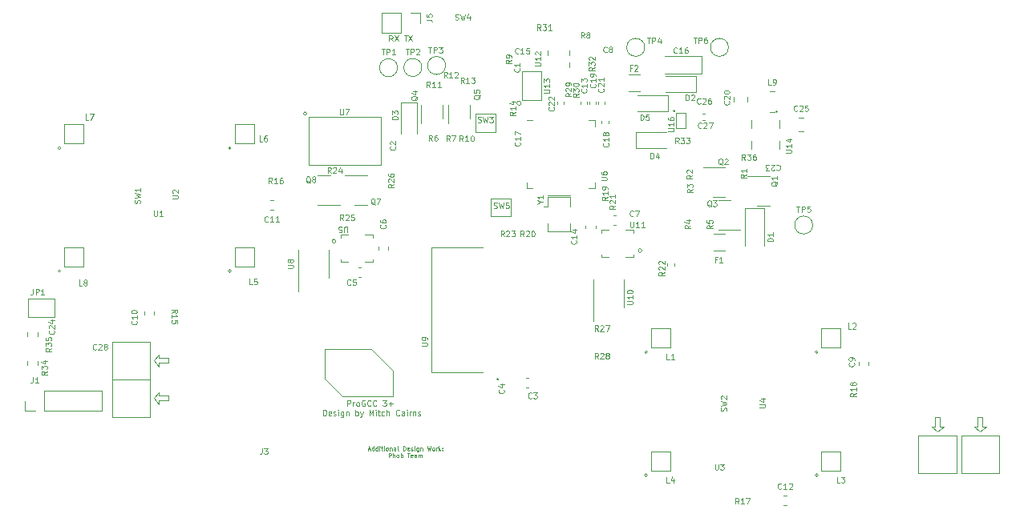
<source format=gbr>
G04 #@! TF.GenerationSoftware,KiCad,Pcbnew,7.0.6*
G04 #@! TF.CreationDate,2023-12-22T13:27:43-08:00*
G04 #@! TF.ProjectId,procon_gcc_main_pcb,70726f63-6f6e-45f6-9763-635f6d61696e,1*
G04 #@! TF.SameCoordinates,Original*
G04 #@! TF.FileFunction,Legend,Top*
G04 #@! TF.FilePolarity,Positive*
%FSLAX46Y46*%
G04 Gerber Fmt 4.6, Leading zero omitted, Abs format (unit mm)*
G04 Created by KiCad (PCBNEW 7.0.6) date 2023-12-22 13:27:43*
%MOMM*%
%LPD*%
G01*
G04 APERTURE LIST*
%ADD10C,0.100000*%
%ADD11C,0.120000*%
G04 APERTURE END LIST*
D10*
X121026342Y-102151771D02*
X120826342Y-101866057D01*
X120683485Y-102151771D02*
X120683485Y-101551771D01*
X120683485Y-101551771D02*
X120912056Y-101551771D01*
X120912056Y-101551771D02*
X120969199Y-101580342D01*
X120969199Y-101580342D02*
X120997770Y-101608914D01*
X120997770Y-101608914D02*
X121026342Y-101666057D01*
X121026342Y-101666057D02*
X121026342Y-101751771D01*
X121026342Y-101751771D02*
X120997770Y-101808914D01*
X120997770Y-101808914D02*
X120969199Y-101837485D01*
X120969199Y-101837485D02*
X120912056Y-101866057D01*
X120912056Y-101866057D02*
X120683485Y-101866057D01*
X121226342Y-101551771D02*
X121626342Y-102151771D01*
X121626342Y-101551771D02*
X121226342Y-102151771D01*
X122226342Y-101551771D02*
X122569200Y-101551771D01*
X122397771Y-102151771D02*
X122397771Y-101551771D01*
X122712057Y-101551771D02*
X123112057Y-102151771D01*
X123112057Y-101551771D02*
X122712057Y-102151771D01*
X118445056Y-145304957D02*
X118659342Y-145304957D01*
X118402199Y-145433528D02*
X118552199Y-144983528D01*
X118552199Y-144983528D02*
X118702199Y-145433528D01*
X119045056Y-145433528D02*
X119045056Y-144983528D01*
X119045056Y-145412100D02*
X119002198Y-145433528D01*
X119002198Y-145433528D02*
X118916484Y-145433528D01*
X118916484Y-145433528D02*
X118873627Y-145412100D01*
X118873627Y-145412100D02*
X118852198Y-145390671D01*
X118852198Y-145390671D02*
X118830770Y-145347814D01*
X118830770Y-145347814D02*
X118830770Y-145219242D01*
X118830770Y-145219242D02*
X118852198Y-145176385D01*
X118852198Y-145176385D02*
X118873627Y-145154957D01*
X118873627Y-145154957D02*
X118916484Y-145133528D01*
X118916484Y-145133528D02*
X119002198Y-145133528D01*
X119002198Y-145133528D02*
X119045056Y-145154957D01*
X119452199Y-145433528D02*
X119452199Y-144983528D01*
X119452199Y-145412100D02*
X119409341Y-145433528D01*
X119409341Y-145433528D02*
X119323627Y-145433528D01*
X119323627Y-145433528D02*
X119280770Y-145412100D01*
X119280770Y-145412100D02*
X119259341Y-145390671D01*
X119259341Y-145390671D02*
X119237913Y-145347814D01*
X119237913Y-145347814D02*
X119237913Y-145219242D01*
X119237913Y-145219242D02*
X119259341Y-145176385D01*
X119259341Y-145176385D02*
X119280770Y-145154957D01*
X119280770Y-145154957D02*
X119323627Y-145133528D01*
X119323627Y-145133528D02*
X119409341Y-145133528D01*
X119409341Y-145133528D02*
X119452199Y-145154957D01*
X119666484Y-145433528D02*
X119666484Y-145133528D01*
X119666484Y-144983528D02*
X119645056Y-145004957D01*
X119645056Y-145004957D02*
X119666484Y-145026385D01*
X119666484Y-145026385D02*
X119687913Y-145004957D01*
X119687913Y-145004957D02*
X119666484Y-144983528D01*
X119666484Y-144983528D02*
X119666484Y-145026385D01*
X119816485Y-145133528D02*
X119987913Y-145133528D01*
X119880770Y-144983528D02*
X119880770Y-145369242D01*
X119880770Y-145369242D02*
X119902199Y-145412100D01*
X119902199Y-145412100D02*
X119945056Y-145433528D01*
X119945056Y-145433528D02*
X119987913Y-145433528D01*
X120137913Y-145433528D02*
X120137913Y-145133528D01*
X120137913Y-144983528D02*
X120116485Y-145004957D01*
X120116485Y-145004957D02*
X120137913Y-145026385D01*
X120137913Y-145026385D02*
X120159342Y-145004957D01*
X120159342Y-145004957D02*
X120137913Y-144983528D01*
X120137913Y-144983528D02*
X120137913Y-145026385D01*
X120416485Y-145433528D02*
X120373628Y-145412100D01*
X120373628Y-145412100D02*
X120352199Y-145390671D01*
X120352199Y-145390671D02*
X120330771Y-145347814D01*
X120330771Y-145347814D02*
X120330771Y-145219242D01*
X120330771Y-145219242D02*
X120352199Y-145176385D01*
X120352199Y-145176385D02*
X120373628Y-145154957D01*
X120373628Y-145154957D02*
X120416485Y-145133528D01*
X120416485Y-145133528D02*
X120480771Y-145133528D01*
X120480771Y-145133528D02*
X120523628Y-145154957D01*
X120523628Y-145154957D02*
X120545057Y-145176385D01*
X120545057Y-145176385D02*
X120566485Y-145219242D01*
X120566485Y-145219242D02*
X120566485Y-145347814D01*
X120566485Y-145347814D02*
X120545057Y-145390671D01*
X120545057Y-145390671D02*
X120523628Y-145412100D01*
X120523628Y-145412100D02*
X120480771Y-145433528D01*
X120480771Y-145433528D02*
X120416485Y-145433528D01*
X120759342Y-145133528D02*
X120759342Y-145433528D01*
X120759342Y-145176385D02*
X120780771Y-145154957D01*
X120780771Y-145154957D02*
X120823628Y-145133528D01*
X120823628Y-145133528D02*
X120887914Y-145133528D01*
X120887914Y-145133528D02*
X120930771Y-145154957D01*
X120930771Y-145154957D02*
X120952200Y-145197814D01*
X120952200Y-145197814D02*
X120952200Y-145433528D01*
X121359343Y-145433528D02*
X121359343Y-145197814D01*
X121359343Y-145197814D02*
X121337914Y-145154957D01*
X121337914Y-145154957D02*
X121295057Y-145133528D01*
X121295057Y-145133528D02*
X121209343Y-145133528D01*
X121209343Y-145133528D02*
X121166485Y-145154957D01*
X121359343Y-145412100D02*
X121316485Y-145433528D01*
X121316485Y-145433528D02*
X121209343Y-145433528D01*
X121209343Y-145433528D02*
X121166485Y-145412100D01*
X121166485Y-145412100D02*
X121145057Y-145369242D01*
X121145057Y-145369242D02*
X121145057Y-145326385D01*
X121145057Y-145326385D02*
X121166485Y-145283528D01*
X121166485Y-145283528D02*
X121209343Y-145262100D01*
X121209343Y-145262100D02*
X121316485Y-145262100D01*
X121316485Y-145262100D02*
X121359343Y-145240671D01*
X121637914Y-145433528D02*
X121595057Y-145412100D01*
X121595057Y-145412100D02*
X121573628Y-145369242D01*
X121573628Y-145369242D02*
X121573628Y-144983528D01*
X122152199Y-145433528D02*
X122152199Y-144983528D01*
X122152199Y-144983528D02*
X122259342Y-144983528D01*
X122259342Y-144983528D02*
X122323628Y-145004957D01*
X122323628Y-145004957D02*
X122366485Y-145047814D01*
X122366485Y-145047814D02*
X122387914Y-145090671D01*
X122387914Y-145090671D02*
X122409342Y-145176385D01*
X122409342Y-145176385D02*
X122409342Y-145240671D01*
X122409342Y-145240671D02*
X122387914Y-145326385D01*
X122387914Y-145326385D02*
X122366485Y-145369242D01*
X122366485Y-145369242D02*
X122323628Y-145412100D01*
X122323628Y-145412100D02*
X122259342Y-145433528D01*
X122259342Y-145433528D02*
X122152199Y-145433528D01*
X122773628Y-145412100D02*
X122730771Y-145433528D01*
X122730771Y-145433528D02*
X122645057Y-145433528D01*
X122645057Y-145433528D02*
X122602199Y-145412100D01*
X122602199Y-145412100D02*
X122580771Y-145369242D01*
X122580771Y-145369242D02*
X122580771Y-145197814D01*
X122580771Y-145197814D02*
X122602199Y-145154957D01*
X122602199Y-145154957D02*
X122645057Y-145133528D01*
X122645057Y-145133528D02*
X122730771Y-145133528D01*
X122730771Y-145133528D02*
X122773628Y-145154957D01*
X122773628Y-145154957D02*
X122795057Y-145197814D01*
X122795057Y-145197814D02*
X122795057Y-145240671D01*
X122795057Y-145240671D02*
X122580771Y-145283528D01*
X122966485Y-145412100D02*
X123009342Y-145433528D01*
X123009342Y-145433528D02*
X123095056Y-145433528D01*
X123095056Y-145433528D02*
X123137913Y-145412100D01*
X123137913Y-145412100D02*
X123159342Y-145369242D01*
X123159342Y-145369242D02*
X123159342Y-145347814D01*
X123159342Y-145347814D02*
X123137913Y-145304957D01*
X123137913Y-145304957D02*
X123095056Y-145283528D01*
X123095056Y-145283528D02*
X123030771Y-145283528D01*
X123030771Y-145283528D02*
X122987913Y-145262100D01*
X122987913Y-145262100D02*
X122966485Y-145219242D01*
X122966485Y-145219242D02*
X122966485Y-145197814D01*
X122966485Y-145197814D02*
X122987913Y-145154957D01*
X122987913Y-145154957D02*
X123030771Y-145133528D01*
X123030771Y-145133528D02*
X123095056Y-145133528D01*
X123095056Y-145133528D02*
X123137913Y-145154957D01*
X123352199Y-145433528D02*
X123352199Y-145133528D01*
X123352199Y-144983528D02*
X123330771Y-145004957D01*
X123330771Y-145004957D02*
X123352199Y-145026385D01*
X123352199Y-145026385D02*
X123373628Y-145004957D01*
X123373628Y-145004957D02*
X123352199Y-144983528D01*
X123352199Y-144983528D02*
X123352199Y-145026385D01*
X123759343Y-145133528D02*
X123759343Y-145497814D01*
X123759343Y-145497814D02*
X123737914Y-145540671D01*
X123737914Y-145540671D02*
X123716485Y-145562100D01*
X123716485Y-145562100D02*
X123673628Y-145583528D01*
X123673628Y-145583528D02*
X123609343Y-145583528D01*
X123609343Y-145583528D02*
X123566485Y-145562100D01*
X123759343Y-145412100D02*
X123716485Y-145433528D01*
X123716485Y-145433528D02*
X123630771Y-145433528D01*
X123630771Y-145433528D02*
X123587914Y-145412100D01*
X123587914Y-145412100D02*
X123566485Y-145390671D01*
X123566485Y-145390671D02*
X123545057Y-145347814D01*
X123545057Y-145347814D02*
X123545057Y-145219242D01*
X123545057Y-145219242D02*
X123566485Y-145176385D01*
X123566485Y-145176385D02*
X123587914Y-145154957D01*
X123587914Y-145154957D02*
X123630771Y-145133528D01*
X123630771Y-145133528D02*
X123716485Y-145133528D01*
X123716485Y-145133528D02*
X123759343Y-145154957D01*
X123973628Y-145133528D02*
X123973628Y-145433528D01*
X123973628Y-145176385D02*
X123995057Y-145154957D01*
X123995057Y-145154957D02*
X124037914Y-145133528D01*
X124037914Y-145133528D02*
X124102200Y-145133528D01*
X124102200Y-145133528D02*
X124145057Y-145154957D01*
X124145057Y-145154957D02*
X124166486Y-145197814D01*
X124166486Y-145197814D02*
X124166486Y-145433528D01*
X124680771Y-144983528D02*
X124787914Y-145433528D01*
X124787914Y-145433528D02*
X124873628Y-145112100D01*
X124873628Y-145112100D02*
X124959343Y-145433528D01*
X124959343Y-145433528D02*
X125066486Y-144983528D01*
X125302200Y-145433528D02*
X125259343Y-145412100D01*
X125259343Y-145412100D02*
X125237914Y-145390671D01*
X125237914Y-145390671D02*
X125216486Y-145347814D01*
X125216486Y-145347814D02*
X125216486Y-145219242D01*
X125216486Y-145219242D02*
X125237914Y-145176385D01*
X125237914Y-145176385D02*
X125259343Y-145154957D01*
X125259343Y-145154957D02*
X125302200Y-145133528D01*
X125302200Y-145133528D02*
X125366486Y-145133528D01*
X125366486Y-145133528D02*
X125409343Y-145154957D01*
X125409343Y-145154957D02*
X125430772Y-145176385D01*
X125430772Y-145176385D02*
X125452200Y-145219242D01*
X125452200Y-145219242D02*
X125452200Y-145347814D01*
X125452200Y-145347814D02*
X125430772Y-145390671D01*
X125430772Y-145390671D02*
X125409343Y-145412100D01*
X125409343Y-145412100D02*
X125366486Y-145433528D01*
X125366486Y-145433528D02*
X125302200Y-145433528D01*
X125645057Y-145433528D02*
X125645057Y-145133528D01*
X125645057Y-145219242D02*
X125666486Y-145176385D01*
X125666486Y-145176385D02*
X125687915Y-145154957D01*
X125687915Y-145154957D02*
X125730772Y-145133528D01*
X125730772Y-145133528D02*
X125773629Y-145133528D01*
X125923628Y-145433528D02*
X125923628Y-144983528D01*
X125966486Y-145262100D02*
X126095057Y-145433528D01*
X126095057Y-145133528D02*
X125923628Y-145304957D01*
X126287914Y-145390671D02*
X126309343Y-145412100D01*
X126309343Y-145412100D02*
X126287914Y-145433528D01*
X126287914Y-145433528D02*
X126266486Y-145412100D01*
X126266486Y-145412100D02*
X126287914Y-145390671D01*
X126287914Y-145390671D02*
X126287914Y-145433528D01*
X126287914Y-145154957D02*
X126309343Y-145176385D01*
X126309343Y-145176385D02*
X126287914Y-145197814D01*
X126287914Y-145197814D02*
X126266486Y-145176385D01*
X126266486Y-145176385D02*
X126287914Y-145154957D01*
X126287914Y-145154957D02*
X126287914Y-145197814D01*
X120609342Y-146158028D02*
X120609342Y-145708028D01*
X120609342Y-145708028D02*
X120780771Y-145708028D01*
X120780771Y-145708028D02*
X120823628Y-145729457D01*
X120823628Y-145729457D02*
X120845057Y-145750885D01*
X120845057Y-145750885D02*
X120866485Y-145793742D01*
X120866485Y-145793742D02*
X120866485Y-145858028D01*
X120866485Y-145858028D02*
X120845057Y-145900885D01*
X120845057Y-145900885D02*
X120823628Y-145922314D01*
X120823628Y-145922314D02*
X120780771Y-145943742D01*
X120780771Y-145943742D02*
X120609342Y-145943742D01*
X121059342Y-146158028D02*
X121059342Y-145708028D01*
X121252200Y-146158028D02*
X121252200Y-145922314D01*
X121252200Y-145922314D02*
X121230771Y-145879457D01*
X121230771Y-145879457D02*
X121187914Y-145858028D01*
X121187914Y-145858028D02*
X121123628Y-145858028D01*
X121123628Y-145858028D02*
X121080771Y-145879457D01*
X121080771Y-145879457D02*
X121059342Y-145900885D01*
X121530771Y-146158028D02*
X121487914Y-146136600D01*
X121487914Y-146136600D02*
X121466485Y-146115171D01*
X121466485Y-146115171D02*
X121445057Y-146072314D01*
X121445057Y-146072314D02*
X121445057Y-145943742D01*
X121445057Y-145943742D02*
X121466485Y-145900885D01*
X121466485Y-145900885D02*
X121487914Y-145879457D01*
X121487914Y-145879457D02*
X121530771Y-145858028D01*
X121530771Y-145858028D02*
X121595057Y-145858028D01*
X121595057Y-145858028D02*
X121637914Y-145879457D01*
X121637914Y-145879457D02*
X121659343Y-145900885D01*
X121659343Y-145900885D02*
X121680771Y-145943742D01*
X121680771Y-145943742D02*
X121680771Y-146072314D01*
X121680771Y-146072314D02*
X121659343Y-146115171D01*
X121659343Y-146115171D02*
X121637914Y-146136600D01*
X121637914Y-146136600D02*
X121595057Y-146158028D01*
X121595057Y-146158028D02*
X121530771Y-146158028D01*
X121873628Y-146158028D02*
X121873628Y-145708028D01*
X121873628Y-145879457D02*
X121916486Y-145858028D01*
X121916486Y-145858028D02*
X122002200Y-145858028D01*
X122002200Y-145858028D02*
X122045057Y-145879457D01*
X122045057Y-145879457D02*
X122066486Y-145900885D01*
X122066486Y-145900885D02*
X122087914Y-145943742D01*
X122087914Y-145943742D02*
X122087914Y-146072314D01*
X122087914Y-146072314D02*
X122066486Y-146115171D01*
X122066486Y-146115171D02*
X122045057Y-146136600D01*
X122045057Y-146136600D02*
X122002200Y-146158028D01*
X122002200Y-146158028D02*
X121916486Y-146158028D01*
X121916486Y-146158028D02*
X121873628Y-146136600D01*
X122559343Y-145708028D02*
X122816486Y-145708028D01*
X122687914Y-146158028D02*
X122687914Y-145708028D01*
X123137914Y-146136600D02*
X123095057Y-146158028D01*
X123095057Y-146158028D02*
X123009343Y-146158028D01*
X123009343Y-146158028D02*
X122966485Y-146136600D01*
X122966485Y-146136600D02*
X122945057Y-146093742D01*
X122945057Y-146093742D02*
X122945057Y-145922314D01*
X122945057Y-145922314D02*
X122966485Y-145879457D01*
X122966485Y-145879457D02*
X123009343Y-145858028D01*
X123009343Y-145858028D02*
X123095057Y-145858028D01*
X123095057Y-145858028D02*
X123137914Y-145879457D01*
X123137914Y-145879457D02*
X123159343Y-145922314D01*
X123159343Y-145922314D02*
X123159343Y-145965171D01*
X123159343Y-145965171D02*
X122945057Y-146008028D01*
X123545057Y-146158028D02*
X123545057Y-145922314D01*
X123545057Y-145922314D02*
X123523628Y-145879457D01*
X123523628Y-145879457D02*
X123480771Y-145858028D01*
X123480771Y-145858028D02*
X123395057Y-145858028D01*
X123395057Y-145858028D02*
X123352199Y-145879457D01*
X123545057Y-146136600D02*
X123502199Y-146158028D01*
X123502199Y-146158028D02*
X123395057Y-146158028D01*
X123395057Y-146158028D02*
X123352199Y-146136600D01*
X123352199Y-146136600D02*
X123330771Y-146093742D01*
X123330771Y-146093742D02*
X123330771Y-146050885D01*
X123330771Y-146050885D02*
X123352199Y-146008028D01*
X123352199Y-146008028D02*
X123395057Y-145986600D01*
X123395057Y-145986600D02*
X123502199Y-145986600D01*
X123502199Y-145986600D02*
X123545057Y-145965171D01*
X123759342Y-146158028D02*
X123759342Y-145858028D01*
X123759342Y-145900885D02*
X123780771Y-145879457D01*
X123780771Y-145879457D02*
X123823628Y-145858028D01*
X123823628Y-145858028D02*
X123887914Y-145858028D01*
X123887914Y-145858028D02*
X123930771Y-145879457D01*
X123930771Y-145879457D02*
X123952200Y-145922314D01*
X123952200Y-145922314D02*
X123952200Y-146158028D01*
X123952200Y-145922314D02*
X123973628Y-145879457D01*
X123973628Y-145879457D02*
X124016485Y-145858028D01*
X124016485Y-145858028D02*
X124080771Y-145858028D01*
X124080771Y-145858028D02*
X124123628Y-145879457D01*
X124123628Y-145879457D02*
X124145057Y-145922314D01*
X124145057Y-145922314D02*
X124145057Y-146158028D01*
X116268800Y-140734371D02*
X116268800Y-140134371D01*
X116268800Y-140134371D02*
X116497371Y-140134371D01*
X116497371Y-140134371D02*
X116554514Y-140162942D01*
X116554514Y-140162942D02*
X116583085Y-140191514D01*
X116583085Y-140191514D02*
X116611657Y-140248657D01*
X116611657Y-140248657D02*
X116611657Y-140334371D01*
X116611657Y-140334371D02*
X116583085Y-140391514D01*
X116583085Y-140391514D02*
X116554514Y-140420085D01*
X116554514Y-140420085D02*
X116497371Y-140448657D01*
X116497371Y-140448657D02*
X116268800Y-140448657D01*
X116868800Y-140734371D02*
X116868800Y-140334371D01*
X116868800Y-140448657D02*
X116897371Y-140391514D01*
X116897371Y-140391514D02*
X116925943Y-140362942D01*
X116925943Y-140362942D02*
X116983085Y-140334371D01*
X116983085Y-140334371D02*
X117040228Y-140334371D01*
X117325943Y-140734371D02*
X117268800Y-140705800D01*
X117268800Y-140705800D02*
X117240229Y-140677228D01*
X117240229Y-140677228D02*
X117211657Y-140620085D01*
X117211657Y-140620085D02*
X117211657Y-140448657D01*
X117211657Y-140448657D02*
X117240229Y-140391514D01*
X117240229Y-140391514D02*
X117268800Y-140362942D01*
X117268800Y-140362942D02*
X117325943Y-140334371D01*
X117325943Y-140334371D02*
X117411657Y-140334371D01*
X117411657Y-140334371D02*
X117468800Y-140362942D01*
X117468800Y-140362942D02*
X117497372Y-140391514D01*
X117497372Y-140391514D02*
X117525943Y-140448657D01*
X117525943Y-140448657D02*
X117525943Y-140620085D01*
X117525943Y-140620085D02*
X117497372Y-140677228D01*
X117497372Y-140677228D02*
X117468800Y-140705800D01*
X117468800Y-140705800D02*
X117411657Y-140734371D01*
X117411657Y-140734371D02*
X117325943Y-140734371D01*
X118097371Y-140162942D02*
X118040229Y-140134371D01*
X118040229Y-140134371D02*
X117954514Y-140134371D01*
X117954514Y-140134371D02*
X117868800Y-140162942D01*
X117868800Y-140162942D02*
X117811657Y-140220085D01*
X117811657Y-140220085D02*
X117783086Y-140277228D01*
X117783086Y-140277228D02*
X117754514Y-140391514D01*
X117754514Y-140391514D02*
X117754514Y-140477228D01*
X117754514Y-140477228D02*
X117783086Y-140591514D01*
X117783086Y-140591514D02*
X117811657Y-140648657D01*
X117811657Y-140648657D02*
X117868800Y-140705800D01*
X117868800Y-140705800D02*
X117954514Y-140734371D01*
X117954514Y-140734371D02*
X118011657Y-140734371D01*
X118011657Y-140734371D02*
X118097371Y-140705800D01*
X118097371Y-140705800D02*
X118125943Y-140677228D01*
X118125943Y-140677228D02*
X118125943Y-140477228D01*
X118125943Y-140477228D02*
X118011657Y-140477228D01*
X118725943Y-140677228D02*
X118697371Y-140705800D01*
X118697371Y-140705800D02*
X118611657Y-140734371D01*
X118611657Y-140734371D02*
X118554514Y-140734371D01*
X118554514Y-140734371D02*
X118468800Y-140705800D01*
X118468800Y-140705800D02*
X118411657Y-140648657D01*
X118411657Y-140648657D02*
X118383086Y-140591514D01*
X118383086Y-140591514D02*
X118354514Y-140477228D01*
X118354514Y-140477228D02*
X118354514Y-140391514D01*
X118354514Y-140391514D02*
X118383086Y-140277228D01*
X118383086Y-140277228D02*
X118411657Y-140220085D01*
X118411657Y-140220085D02*
X118468800Y-140162942D01*
X118468800Y-140162942D02*
X118554514Y-140134371D01*
X118554514Y-140134371D02*
X118611657Y-140134371D01*
X118611657Y-140134371D02*
X118697371Y-140162942D01*
X118697371Y-140162942D02*
X118725943Y-140191514D01*
X119325943Y-140677228D02*
X119297371Y-140705800D01*
X119297371Y-140705800D02*
X119211657Y-140734371D01*
X119211657Y-140734371D02*
X119154514Y-140734371D01*
X119154514Y-140734371D02*
X119068800Y-140705800D01*
X119068800Y-140705800D02*
X119011657Y-140648657D01*
X119011657Y-140648657D02*
X118983086Y-140591514D01*
X118983086Y-140591514D02*
X118954514Y-140477228D01*
X118954514Y-140477228D02*
X118954514Y-140391514D01*
X118954514Y-140391514D02*
X118983086Y-140277228D01*
X118983086Y-140277228D02*
X119011657Y-140220085D01*
X119011657Y-140220085D02*
X119068800Y-140162942D01*
X119068800Y-140162942D02*
X119154514Y-140134371D01*
X119154514Y-140134371D02*
X119211657Y-140134371D01*
X119211657Y-140134371D02*
X119297371Y-140162942D01*
X119297371Y-140162942D02*
X119325943Y-140191514D01*
X119983086Y-140134371D02*
X120354514Y-140134371D01*
X120354514Y-140134371D02*
X120154514Y-140362942D01*
X120154514Y-140362942D02*
X120240229Y-140362942D01*
X120240229Y-140362942D02*
X120297372Y-140391514D01*
X120297372Y-140391514D02*
X120325943Y-140420085D01*
X120325943Y-140420085D02*
X120354514Y-140477228D01*
X120354514Y-140477228D02*
X120354514Y-140620085D01*
X120354514Y-140620085D02*
X120325943Y-140677228D01*
X120325943Y-140677228D02*
X120297372Y-140705800D01*
X120297372Y-140705800D02*
X120240229Y-140734371D01*
X120240229Y-140734371D02*
X120068800Y-140734371D01*
X120068800Y-140734371D02*
X120011657Y-140705800D01*
X120011657Y-140705800D02*
X119983086Y-140677228D01*
X120611658Y-140505800D02*
X121068801Y-140505800D01*
X120840229Y-140734371D02*
X120840229Y-140277228D01*
X113692629Y-141724971D02*
X113692629Y-141124971D01*
X113692629Y-141124971D02*
X113835486Y-141124971D01*
X113835486Y-141124971D02*
X113921200Y-141153542D01*
X113921200Y-141153542D02*
X113978343Y-141210685D01*
X113978343Y-141210685D02*
X114006914Y-141267828D01*
X114006914Y-141267828D02*
X114035486Y-141382114D01*
X114035486Y-141382114D02*
X114035486Y-141467828D01*
X114035486Y-141467828D02*
X114006914Y-141582114D01*
X114006914Y-141582114D02*
X113978343Y-141639257D01*
X113978343Y-141639257D02*
X113921200Y-141696400D01*
X113921200Y-141696400D02*
X113835486Y-141724971D01*
X113835486Y-141724971D02*
X113692629Y-141724971D01*
X114521200Y-141696400D02*
X114464057Y-141724971D01*
X114464057Y-141724971D02*
X114349772Y-141724971D01*
X114349772Y-141724971D02*
X114292629Y-141696400D01*
X114292629Y-141696400D02*
X114264057Y-141639257D01*
X114264057Y-141639257D02*
X114264057Y-141410685D01*
X114264057Y-141410685D02*
X114292629Y-141353542D01*
X114292629Y-141353542D02*
X114349772Y-141324971D01*
X114349772Y-141324971D02*
X114464057Y-141324971D01*
X114464057Y-141324971D02*
X114521200Y-141353542D01*
X114521200Y-141353542D02*
X114549772Y-141410685D01*
X114549772Y-141410685D02*
X114549772Y-141467828D01*
X114549772Y-141467828D02*
X114264057Y-141524971D01*
X114778343Y-141696400D02*
X114835486Y-141724971D01*
X114835486Y-141724971D02*
X114949772Y-141724971D01*
X114949772Y-141724971D02*
X115006915Y-141696400D01*
X115006915Y-141696400D02*
X115035486Y-141639257D01*
X115035486Y-141639257D02*
X115035486Y-141610685D01*
X115035486Y-141610685D02*
X115006915Y-141553542D01*
X115006915Y-141553542D02*
X114949772Y-141524971D01*
X114949772Y-141524971D02*
X114864058Y-141524971D01*
X114864058Y-141524971D02*
X114806915Y-141496400D01*
X114806915Y-141496400D02*
X114778343Y-141439257D01*
X114778343Y-141439257D02*
X114778343Y-141410685D01*
X114778343Y-141410685D02*
X114806915Y-141353542D01*
X114806915Y-141353542D02*
X114864058Y-141324971D01*
X114864058Y-141324971D02*
X114949772Y-141324971D01*
X114949772Y-141324971D02*
X115006915Y-141353542D01*
X115292629Y-141724971D02*
X115292629Y-141324971D01*
X115292629Y-141124971D02*
X115264057Y-141153542D01*
X115264057Y-141153542D02*
X115292629Y-141182114D01*
X115292629Y-141182114D02*
X115321200Y-141153542D01*
X115321200Y-141153542D02*
X115292629Y-141124971D01*
X115292629Y-141124971D02*
X115292629Y-141182114D01*
X115835486Y-141324971D02*
X115835486Y-141810685D01*
X115835486Y-141810685D02*
X115806914Y-141867828D01*
X115806914Y-141867828D02*
X115778343Y-141896400D01*
X115778343Y-141896400D02*
X115721200Y-141924971D01*
X115721200Y-141924971D02*
X115635486Y-141924971D01*
X115635486Y-141924971D02*
X115578343Y-141896400D01*
X115835486Y-141696400D02*
X115778343Y-141724971D01*
X115778343Y-141724971D02*
X115664057Y-141724971D01*
X115664057Y-141724971D02*
X115606914Y-141696400D01*
X115606914Y-141696400D02*
X115578343Y-141667828D01*
X115578343Y-141667828D02*
X115549771Y-141610685D01*
X115549771Y-141610685D02*
X115549771Y-141439257D01*
X115549771Y-141439257D02*
X115578343Y-141382114D01*
X115578343Y-141382114D02*
X115606914Y-141353542D01*
X115606914Y-141353542D02*
X115664057Y-141324971D01*
X115664057Y-141324971D02*
X115778343Y-141324971D01*
X115778343Y-141324971D02*
X115835486Y-141353542D01*
X116121200Y-141324971D02*
X116121200Y-141724971D01*
X116121200Y-141382114D02*
X116149771Y-141353542D01*
X116149771Y-141353542D02*
X116206914Y-141324971D01*
X116206914Y-141324971D02*
X116292628Y-141324971D01*
X116292628Y-141324971D02*
X116349771Y-141353542D01*
X116349771Y-141353542D02*
X116378343Y-141410685D01*
X116378343Y-141410685D02*
X116378343Y-141724971D01*
X117121200Y-141724971D02*
X117121200Y-141124971D01*
X117121200Y-141353542D02*
X117178343Y-141324971D01*
X117178343Y-141324971D02*
X117292628Y-141324971D01*
X117292628Y-141324971D02*
X117349771Y-141353542D01*
X117349771Y-141353542D02*
X117378343Y-141382114D01*
X117378343Y-141382114D02*
X117406914Y-141439257D01*
X117406914Y-141439257D02*
X117406914Y-141610685D01*
X117406914Y-141610685D02*
X117378343Y-141667828D01*
X117378343Y-141667828D02*
X117349771Y-141696400D01*
X117349771Y-141696400D02*
X117292628Y-141724971D01*
X117292628Y-141724971D02*
X117178343Y-141724971D01*
X117178343Y-141724971D02*
X117121200Y-141696400D01*
X117606914Y-141324971D02*
X117749771Y-141724971D01*
X117892628Y-141324971D02*
X117749771Y-141724971D01*
X117749771Y-141724971D02*
X117692628Y-141867828D01*
X117692628Y-141867828D02*
X117664057Y-141896400D01*
X117664057Y-141896400D02*
X117606914Y-141924971D01*
X118578343Y-141724971D02*
X118578343Y-141124971D01*
X118578343Y-141124971D02*
X118778343Y-141553542D01*
X118778343Y-141553542D02*
X118978343Y-141124971D01*
X118978343Y-141124971D02*
X118978343Y-141724971D01*
X119264057Y-141724971D02*
X119264057Y-141324971D01*
X119264057Y-141124971D02*
X119235485Y-141153542D01*
X119235485Y-141153542D02*
X119264057Y-141182114D01*
X119264057Y-141182114D02*
X119292628Y-141153542D01*
X119292628Y-141153542D02*
X119264057Y-141124971D01*
X119264057Y-141124971D02*
X119264057Y-141182114D01*
X119464056Y-141324971D02*
X119692628Y-141324971D01*
X119549771Y-141124971D02*
X119549771Y-141639257D01*
X119549771Y-141639257D02*
X119578342Y-141696400D01*
X119578342Y-141696400D02*
X119635485Y-141724971D01*
X119635485Y-141724971D02*
X119692628Y-141724971D01*
X120149771Y-141696400D02*
X120092628Y-141724971D01*
X120092628Y-141724971D02*
X119978342Y-141724971D01*
X119978342Y-141724971D02*
X119921199Y-141696400D01*
X119921199Y-141696400D02*
X119892628Y-141667828D01*
X119892628Y-141667828D02*
X119864056Y-141610685D01*
X119864056Y-141610685D02*
X119864056Y-141439257D01*
X119864056Y-141439257D02*
X119892628Y-141382114D01*
X119892628Y-141382114D02*
X119921199Y-141353542D01*
X119921199Y-141353542D02*
X119978342Y-141324971D01*
X119978342Y-141324971D02*
X120092628Y-141324971D01*
X120092628Y-141324971D02*
X120149771Y-141353542D01*
X120406914Y-141724971D02*
X120406914Y-141124971D01*
X120664057Y-141724971D02*
X120664057Y-141410685D01*
X120664057Y-141410685D02*
X120635485Y-141353542D01*
X120635485Y-141353542D02*
X120578342Y-141324971D01*
X120578342Y-141324971D02*
X120492628Y-141324971D01*
X120492628Y-141324971D02*
X120435485Y-141353542D01*
X120435485Y-141353542D02*
X120406914Y-141382114D01*
X121749771Y-141667828D02*
X121721199Y-141696400D01*
X121721199Y-141696400D02*
X121635485Y-141724971D01*
X121635485Y-141724971D02*
X121578342Y-141724971D01*
X121578342Y-141724971D02*
X121492628Y-141696400D01*
X121492628Y-141696400D02*
X121435485Y-141639257D01*
X121435485Y-141639257D02*
X121406914Y-141582114D01*
X121406914Y-141582114D02*
X121378342Y-141467828D01*
X121378342Y-141467828D02*
X121378342Y-141382114D01*
X121378342Y-141382114D02*
X121406914Y-141267828D01*
X121406914Y-141267828D02*
X121435485Y-141210685D01*
X121435485Y-141210685D02*
X121492628Y-141153542D01*
X121492628Y-141153542D02*
X121578342Y-141124971D01*
X121578342Y-141124971D02*
X121635485Y-141124971D01*
X121635485Y-141124971D02*
X121721199Y-141153542D01*
X121721199Y-141153542D02*
X121749771Y-141182114D01*
X122264057Y-141724971D02*
X122264057Y-141410685D01*
X122264057Y-141410685D02*
X122235485Y-141353542D01*
X122235485Y-141353542D02*
X122178342Y-141324971D01*
X122178342Y-141324971D02*
X122064057Y-141324971D01*
X122064057Y-141324971D02*
X122006914Y-141353542D01*
X122264057Y-141696400D02*
X122206914Y-141724971D01*
X122206914Y-141724971D02*
X122064057Y-141724971D01*
X122064057Y-141724971D02*
X122006914Y-141696400D01*
X122006914Y-141696400D02*
X121978342Y-141639257D01*
X121978342Y-141639257D02*
X121978342Y-141582114D01*
X121978342Y-141582114D02*
X122006914Y-141524971D01*
X122006914Y-141524971D02*
X122064057Y-141496400D01*
X122064057Y-141496400D02*
X122206914Y-141496400D01*
X122206914Y-141496400D02*
X122264057Y-141467828D01*
X122549771Y-141724971D02*
X122549771Y-141324971D01*
X122549771Y-141124971D02*
X122521199Y-141153542D01*
X122521199Y-141153542D02*
X122549771Y-141182114D01*
X122549771Y-141182114D02*
X122578342Y-141153542D01*
X122578342Y-141153542D02*
X122549771Y-141124971D01*
X122549771Y-141124971D02*
X122549771Y-141182114D01*
X122835485Y-141724971D02*
X122835485Y-141324971D01*
X122835485Y-141439257D02*
X122864056Y-141382114D01*
X122864056Y-141382114D02*
X122892628Y-141353542D01*
X122892628Y-141353542D02*
X122949770Y-141324971D01*
X122949770Y-141324971D02*
X123006913Y-141324971D01*
X123206914Y-141324971D02*
X123206914Y-141724971D01*
X123206914Y-141382114D02*
X123235485Y-141353542D01*
X123235485Y-141353542D02*
X123292628Y-141324971D01*
X123292628Y-141324971D02*
X123378342Y-141324971D01*
X123378342Y-141324971D02*
X123435485Y-141353542D01*
X123435485Y-141353542D02*
X123464057Y-141410685D01*
X123464057Y-141410685D02*
X123464057Y-141724971D01*
X123721199Y-141696400D02*
X123778342Y-141724971D01*
X123778342Y-141724971D02*
X123892628Y-141724971D01*
X123892628Y-141724971D02*
X123949771Y-141696400D01*
X123949771Y-141696400D02*
X123978342Y-141639257D01*
X123978342Y-141639257D02*
X123978342Y-141610685D01*
X123978342Y-141610685D02*
X123949771Y-141553542D01*
X123949771Y-141553542D02*
X123892628Y-141524971D01*
X123892628Y-141524971D02*
X123806914Y-141524971D01*
X123806914Y-141524971D02*
X123749771Y-141496400D01*
X123749771Y-141496400D02*
X123721199Y-141439257D01*
X123721199Y-141439257D02*
X123721199Y-141410685D01*
X123721199Y-141410685D02*
X123749771Y-141353542D01*
X123749771Y-141353542D02*
X123806914Y-141324971D01*
X123806914Y-141324971D02*
X123892628Y-141324971D01*
X123892628Y-141324971D02*
X123949771Y-141353542D01*
X89746074Y-134707546D02*
X89717502Y-134736118D01*
X89717502Y-134736118D02*
X89631788Y-134764689D01*
X89631788Y-134764689D02*
X89574645Y-134764689D01*
X89574645Y-134764689D02*
X89488931Y-134736118D01*
X89488931Y-134736118D02*
X89431788Y-134678975D01*
X89431788Y-134678975D02*
X89403217Y-134621832D01*
X89403217Y-134621832D02*
X89374645Y-134507546D01*
X89374645Y-134507546D02*
X89374645Y-134421832D01*
X89374645Y-134421832D02*
X89403217Y-134307546D01*
X89403217Y-134307546D02*
X89431788Y-134250403D01*
X89431788Y-134250403D02*
X89488931Y-134193260D01*
X89488931Y-134193260D02*
X89574645Y-134164689D01*
X89574645Y-134164689D02*
X89631788Y-134164689D01*
X89631788Y-134164689D02*
X89717502Y-134193260D01*
X89717502Y-134193260D02*
X89746074Y-134221832D01*
X89974645Y-134221832D02*
X90003217Y-134193260D01*
X90003217Y-134193260D02*
X90060360Y-134164689D01*
X90060360Y-134164689D02*
X90203217Y-134164689D01*
X90203217Y-134164689D02*
X90260360Y-134193260D01*
X90260360Y-134193260D02*
X90288931Y-134221832D01*
X90288931Y-134221832D02*
X90317502Y-134278975D01*
X90317502Y-134278975D02*
X90317502Y-134336118D01*
X90317502Y-134336118D02*
X90288931Y-134421832D01*
X90288931Y-134421832D02*
X89946074Y-134764689D01*
X89946074Y-134764689D02*
X90317502Y-134764689D01*
X90660360Y-134421832D02*
X90603217Y-134393260D01*
X90603217Y-134393260D02*
X90574646Y-134364689D01*
X90574646Y-134364689D02*
X90546074Y-134307546D01*
X90546074Y-134307546D02*
X90546074Y-134278975D01*
X90546074Y-134278975D02*
X90574646Y-134221832D01*
X90574646Y-134221832D02*
X90603217Y-134193260D01*
X90603217Y-134193260D02*
X90660360Y-134164689D01*
X90660360Y-134164689D02*
X90774646Y-134164689D01*
X90774646Y-134164689D02*
X90831789Y-134193260D01*
X90831789Y-134193260D02*
X90860360Y-134221832D01*
X90860360Y-134221832D02*
X90888931Y-134278975D01*
X90888931Y-134278975D02*
X90888931Y-134307546D01*
X90888931Y-134307546D02*
X90860360Y-134364689D01*
X90860360Y-134364689D02*
X90831789Y-134393260D01*
X90831789Y-134393260D02*
X90774646Y-134421832D01*
X90774646Y-134421832D02*
X90660360Y-134421832D01*
X90660360Y-134421832D02*
X90603217Y-134450403D01*
X90603217Y-134450403D02*
X90574646Y-134478975D01*
X90574646Y-134478975D02*
X90546074Y-134536118D01*
X90546074Y-134536118D02*
X90546074Y-134650403D01*
X90546074Y-134650403D02*
X90574646Y-134707546D01*
X90574646Y-134707546D02*
X90603217Y-134736118D01*
X90603217Y-134736118D02*
X90660360Y-134764689D01*
X90660360Y-134764689D02*
X90774646Y-134764689D01*
X90774646Y-134764689D02*
X90831789Y-134736118D01*
X90831789Y-134736118D02*
X90860360Y-134707546D01*
X90860360Y-134707546D02*
X90888931Y-134650403D01*
X90888931Y-134650403D02*
X90888931Y-134536118D01*
X90888931Y-134536118D02*
X90860360Y-134478975D01*
X90860360Y-134478975D02*
X90831789Y-134450403D01*
X90831789Y-134450403D02*
X90774646Y-134421832D01*
X163764285Y-109485228D02*
X163735713Y-109513800D01*
X163735713Y-109513800D02*
X163649999Y-109542371D01*
X163649999Y-109542371D02*
X163592856Y-109542371D01*
X163592856Y-109542371D02*
X163507142Y-109513800D01*
X163507142Y-109513800D02*
X163449999Y-109456657D01*
X163449999Y-109456657D02*
X163421428Y-109399514D01*
X163421428Y-109399514D02*
X163392856Y-109285228D01*
X163392856Y-109285228D02*
X163392856Y-109199514D01*
X163392856Y-109199514D02*
X163421428Y-109085228D01*
X163421428Y-109085228D02*
X163449999Y-109028085D01*
X163449999Y-109028085D02*
X163507142Y-108970942D01*
X163507142Y-108970942D02*
X163592856Y-108942371D01*
X163592856Y-108942371D02*
X163649999Y-108942371D01*
X163649999Y-108942371D02*
X163735713Y-108970942D01*
X163735713Y-108970942D02*
X163764285Y-108999514D01*
X163992856Y-108999514D02*
X164021428Y-108970942D01*
X164021428Y-108970942D02*
X164078571Y-108942371D01*
X164078571Y-108942371D02*
X164221428Y-108942371D01*
X164221428Y-108942371D02*
X164278571Y-108970942D01*
X164278571Y-108970942D02*
X164307142Y-108999514D01*
X164307142Y-108999514D02*
X164335713Y-109056657D01*
X164335713Y-109056657D02*
X164335713Y-109113800D01*
X164335713Y-109113800D02*
X164307142Y-109199514D01*
X164307142Y-109199514D02*
X163964285Y-109542371D01*
X163964285Y-109542371D02*
X164335713Y-109542371D01*
X164878571Y-108942371D02*
X164592857Y-108942371D01*
X164592857Y-108942371D02*
X164564285Y-109228085D01*
X164564285Y-109228085D02*
X164592857Y-109199514D01*
X164592857Y-109199514D02*
X164650000Y-109170942D01*
X164650000Y-109170942D02*
X164792857Y-109170942D01*
X164792857Y-109170942D02*
X164850000Y-109199514D01*
X164850000Y-109199514D02*
X164878571Y-109228085D01*
X164878571Y-109228085D02*
X164907142Y-109285228D01*
X164907142Y-109285228D02*
X164907142Y-109428085D01*
X164907142Y-109428085D02*
X164878571Y-109485228D01*
X164878571Y-109485228D02*
X164850000Y-109513800D01*
X164850000Y-109513800D02*
X164792857Y-109542371D01*
X164792857Y-109542371D02*
X164650000Y-109542371D01*
X164650000Y-109542371D02*
X164592857Y-109513800D01*
X164592857Y-109513800D02*
X164564285Y-109485228D01*
X127640071Y-99855747D02*
X127725786Y-99884318D01*
X127725786Y-99884318D02*
X127868643Y-99884318D01*
X127868643Y-99884318D02*
X127925786Y-99855747D01*
X127925786Y-99855747D02*
X127954357Y-99827175D01*
X127954357Y-99827175D02*
X127982928Y-99770032D01*
X127982928Y-99770032D02*
X127982928Y-99712889D01*
X127982928Y-99712889D02*
X127954357Y-99655747D01*
X127954357Y-99655747D02*
X127925786Y-99627175D01*
X127925786Y-99627175D02*
X127868643Y-99598604D01*
X127868643Y-99598604D02*
X127754357Y-99570032D01*
X127754357Y-99570032D02*
X127697214Y-99541461D01*
X127697214Y-99541461D02*
X127668643Y-99512889D01*
X127668643Y-99512889D02*
X127640071Y-99455747D01*
X127640071Y-99455747D02*
X127640071Y-99398604D01*
X127640071Y-99398604D02*
X127668643Y-99341461D01*
X127668643Y-99341461D02*
X127697214Y-99312889D01*
X127697214Y-99312889D02*
X127754357Y-99284318D01*
X127754357Y-99284318D02*
X127897214Y-99284318D01*
X127897214Y-99284318D02*
X127982928Y-99312889D01*
X128182929Y-99284318D02*
X128325786Y-99884318D01*
X128325786Y-99884318D02*
X128440072Y-99455747D01*
X128440072Y-99455747D02*
X128554357Y-99884318D01*
X128554357Y-99884318D02*
X128697215Y-99284318D01*
X129182929Y-99484318D02*
X129182929Y-99884318D01*
X129040071Y-99255747D02*
X128897214Y-99684318D01*
X128897214Y-99684318D02*
X129268643Y-99684318D01*
X97770329Y-118791503D02*
X98256043Y-118791503D01*
X98256043Y-118791503D02*
X98313186Y-118762932D01*
X98313186Y-118762932D02*
X98341758Y-118734361D01*
X98341758Y-118734361D02*
X98370329Y-118677218D01*
X98370329Y-118677218D02*
X98370329Y-118562932D01*
X98370329Y-118562932D02*
X98341758Y-118505789D01*
X98341758Y-118505789D02*
X98313186Y-118477218D01*
X98313186Y-118477218D02*
X98256043Y-118448646D01*
X98256043Y-118448646D02*
X97770329Y-118448646D01*
X97827472Y-118191504D02*
X97798900Y-118162932D01*
X97798900Y-118162932D02*
X97770329Y-118105790D01*
X97770329Y-118105790D02*
X97770329Y-117962932D01*
X97770329Y-117962932D02*
X97798900Y-117905790D01*
X97798900Y-117905790D02*
X97827472Y-117877218D01*
X97827472Y-117877218D02*
X97884615Y-117848647D01*
X97884615Y-117848647D02*
X97941758Y-117848647D01*
X97941758Y-117848647D02*
X98027472Y-117877218D01*
X98027472Y-117877218D02*
X98370329Y-118220075D01*
X98370329Y-118220075D02*
X98370329Y-117848647D01*
X152672371Y-116304999D02*
X152386657Y-116504999D01*
X152672371Y-116647856D02*
X152072371Y-116647856D01*
X152072371Y-116647856D02*
X152072371Y-116419285D01*
X152072371Y-116419285D02*
X152100942Y-116362142D01*
X152100942Y-116362142D02*
X152129514Y-116333571D01*
X152129514Y-116333571D02*
X152186657Y-116304999D01*
X152186657Y-116304999D02*
X152272371Y-116304999D01*
X152272371Y-116304999D02*
X152329514Y-116333571D01*
X152329514Y-116333571D02*
X152358085Y-116362142D01*
X152358085Y-116362142D02*
X152386657Y-116419285D01*
X152386657Y-116419285D02*
X152386657Y-116647856D01*
X152129514Y-116076428D02*
X152100942Y-116047856D01*
X152100942Y-116047856D02*
X152072371Y-115990714D01*
X152072371Y-115990714D02*
X152072371Y-115847856D01*
X152072371Y-115847856D02*
X152100942Y-115790714D01*
X152100942Y-115790714D02*
X152129514Y-115762142D01*
X152129514Y-115762142D02*
X152186657Y-115733571D01*
X152186657Y-115733571D02*
X152243800Y-115733571D01*
X152243800Y-115733571D02*
X152329514Y-115762142D01*
X152329514Y-115762142D02*
X152672371Y-116104999D01*
X152672371Y-116104999D02*
X152672371Y-115733571D01*
X139896171Y-107649914D02*
X139610457Y-107849914D01*
X139896171Y-107992771D02*
X139296171Y-107992771D01*
X139296171Y-107992771D02*
X139296171Y-107764200D01*
X139296171Y-107764200D02*
X139324742Y-107707057D01*
X139324742Y-107707057D02*
X139353314Y-107678486D01*
X139353314Y-107678486D02*
X139410457Y-107649914D01*
X139410457Y-107649914D02*
X139496171Y-107649914D01*
X139496171Y-107649914D02*
X139553314Y-107678486D01*
X139553314Y-107678486D02*
X139581885Y-107707057D01*
X139581885Y-107707057D02*
X139610457Y-107764200D01*
X139610457Y-107764200D02*
X139610457Y-107992771D01*
X139353314Y-107421343D02*
X139324742Y-107392771D01*
X139324742Y-107392771D02*
X139296171Y-107335629D01*
X139296171Y-107335629D02*
X139296171Y-107192771D01*
X139296171Y-107192771D02*
X139324742Y-107135629D01*
X139324742Y-107135629D02*
X139353314Y-107107057D01*
X139353314Y-107107057D02*
X139410457Y-107078486D01*
X139410457Y-107078486D02*
X139467600Y-107078486D01*
X139467600Y-107078486D02*
X139553314Y-107107057D01*
X139553314Y-107107057D02*
X139896171Y-107449914D01*
X139896171Y-107449914D02*
X139896171Y-107078486D01*
X139896171Y-106792771D02*
X139896171Y-106678485D01*
X139896171Y-106678485D02*
X139867600Y-106621342D01*
X139867600Y-106621342D02*
X139839028Y-106592771D01*
X139839028Y-106592771D02*
X139753314Y-106535628D01*
X139753314Y-106535628D02*
X139639028Y-106507057D01*
X139639028Y-106507057D02*
X139410457Y-106507057D01*
X139410457Y-106507057D02*
X139353314Y-106535628D01*
X139353314Y-106535628D02*
X139324742Y-106564200D01*
X139324742Y-106564200D02*
X139296171Y-106621342D01*
X139296171Y-106621342D02*
X139296171Y-106735628D01*
X139296171Y-106735628D02*
X139324742Y-106792771D01*
X139324742Y-106792771D02*
X139353314Y-106821342D01*
X139353314Y-106821342D02*
X139410457Y-106849914D01*
X139410457Y-106849914D02*
X139553314Y-106849914D01*
X139553314Y-106849914D02*
X139610457Y-106821342D01*
X139610457Y-106821342D02*
X139639028Y-106792771D01*
X139639028Y-106792771D02*
X139667600Y-106735628D01*
X139667600Y-106735628D02*
X139667600Y-106621342D01*
X139667600Y-106621342D02*
X139639028Y-106564200D01*
X139639028Y-106564200D02*
X139610457Y-106535628D01*
X139610457Y-106535628D02*
X139553314Y-106507057D01*
X147197143Y-110482371D02*
X147197143Y-109882371D01*
X147197143Y-109882371D02*
X147340000Y-109882371D01*
X147340000Y-109882371D02*
X147425714Y-109910942D01*
X147425714Y-109910942D02*
X147482857Y-109968085D01*
X147482857Y-109968085D02*
X147511428Y-110025228D01*
X147511428Y-110025228D02*
X147540000Y-110139514D01*
X147540000Y-110139514D02*
X147540000Y-110225228D01*
X147540000Y-110225228D02*
X147511428Y-110339514D01*
X147511428Y-110339514D02*
X147482857Y-110396657D01*
X147482857Y-110396657D02*
X147425714Y-110453800D01*
X147425714Y-110453800D02*
X147340000Y-110482371D01*
X147340000Y-110482371D02*
X147197143Y-110482371D01*
X148082857Y-109882371D02*
X147797143Y-109882371D01*
X147797143Y-109882371D02*
X147768571Y-110168085D01*
X147768571Y-110168085D02*
X147797143Y-110139514D01*
X147797143Y-110139514D02*
X147854286Y-110110942D01*
X147854286Y-110110942D02*
X147997143Y-110110942D01*
X147997143Y-110110942D02*
X148054286Y-110139514D01*
X148054286Y-110139514D02*
X148082857Y-110168085D01*
X148082857Y-110168085D02*
X148111428Y-110225228D01*
X148111428Y-110225228D02*
X148111428Y-110368085D01*
X148111428Y-110368085D02*
X148082857Y-110425228D01*
X148082857Y-110425228D02*
X148054286Y-110453800D01*
X148054286Y-110453800D02*
X147997143Y-110482371D01*
X147997143Y-110482371D02*
X147854286Y-110482371D01*
X147854286Y-110482371D02*
X147797143Y-110453800D01*
X147797143Y-110453800D02*
X147768571Y-110425228D01*
X169419600Y-132555571D02*
X169133886Y-132555571D01*
X169133886Y-132555571D02*
X169133886Y-131955571D01*
X169591028Y-132012714D02*
X169619600Y-131984142D01*
X169619600Y-131984142D02*
X169676743Y-131955571D01*
X169676743Y-131955571D02*
X169819600Y-131955571D01*
X169819600Y-131955571D02*
X169876743Y-131984142D01*
X169876743Y-131984142D02*
X169905314Y-132012714D01*
X169905314Y-132012714D02*
X169933885Y-132069857D01*
X169933885Y-132069857D02*
X169933885Y-132127000D01*
X169933885Y-132127000D02*
X169905314Y-132212714D01*
X169905314Y-132212714D02*
X169562457Y-132555571D01*
X169562457Y-132555571D02*
X169933885Y-132555571D01*
X161206771Y-123302656D02*
X160606771Y-123302656D01*
X160606771Y-123302656D02*
X160606771Y-123159799D01*
X160606771Y-123159799D02*
X160635342Y-123074085D01*
X160635342Y-123074085D02*
X160692485Y-123016942D01*
X160692485Y-123016942D02*
X160749628Y-122988371D01*
X160749628Y-122988371D02*
X160863914Y-122959799D01*
X160863914Y-122959799D02*
X160949628Y-122959799D01*
X160949628Y-122959799D02*
X161063914Y-122988371D01*
X161063914Y-122988371D02*
X161121057Y-123016942D01*
X161121057Y-123016942D02*
X161178200Y-123074085D01*
X161178200Y-123074085D02*
X161206771Y-123159799D01*
X161206771Y-123159799D02*
X161206771Y-123302656D01*
X161206771Y-122388371D02*
X161206771Y-122731228D01*
X161206771Y-122559799D02*
X160606771Y-122559799D01*
X160606771Y-122559799D02*
X160692485Y-122616942D01*
X160692485Y-122616942D02*
X160749628Y-122674085D01*
X160749628Y-122674085D02*
X160778200Y-122731228D01*
X120252573Y-121578127D02*
X120281145Y-121606699D01*
X120281145Y-121606699D02*
X120309716Y-121692413D01*
X120309716Y-121692413D02*
X120309716Y-121749556D01*
X120309716Y-121749556D02*
X120281145Y-121835270D01*
X120281145Y-121835270D02*
X120224002Y-121892413D01*
X120224002Y-121892413D02*
X120166859Y-121920984D01*
X120166859Y-121920984D02*
X120052573Y-121949556D01*
X120052573Y-121949556D02*
X119966859Y-121949556D01*
X119966859Y-121949556D02*
X119852573Y-121920984D01*
X119852573Y-121920984D02*
X119795430Y-121892413D01*
X119795430Y-121892413D02*
X119738287Y-121835270D01*
X119738287Y-121835270D02*
X119709716Y-121749556D01*
X119709716Y-121749556D02*
X119709716Y-121692413D01*
X119709716Y-121692413D02*
X119738287Y-121606699D01*
X119738287Y-121606699D02*
X119766859Y-121578127D01*
X119709716Y-121063842D02*
X119709716Y-121178127D01*
X119709716Y-121178127D02*
X119738287Y-121235270D01*
X119738287Y-121235270D02*
X119766859Y-121263842D01*
X119766859Y-121263842D02*
X119852573Y-121320984D01*
X119852573Y-121320984D02*
X119966859Y-121349556D01*
X119966859Y-121349556D02*
X120195430Y-121349556D01*
X120195430Y-121349556D02*
X120252573Y-121320984D01*
X120252573Y-121320984D02*
X120281145Y-121292413D01*
X120281145Y-121292413D02*
X120309716Y-121235270D01*
X120309716Y-121235270D02*
X120309716Y-121120984D01*
X120309716Y-121120984D02*
X120281145Y-121063842D01*
X120281145Y-121063842D02*
X120252573Y-121035270D01*
X120252573Y-121035270D02*
X120195430Y-121006699D01*
X120195430Y-121006699D02*
X120052573Y-121006699D01*
X120052573Y-121006699D02*
X119995430Y-121035270D01*
X119995430Y-121035270D02*
X119966859Y-121063842D01*
X119966859Y-121063842D02*
X119938287Y-121120984D01*
X119938287Y-121120984D02*
X119938287Y-121235270D01*
X119938287Y-121235270D02*
X119966859Y-121292413D01*
X119966859Y-121292413D02*
X119995430Y-121320984D01*
X119995430Y-121320984D02*
X120052573Y-121349556D01*
X152469171Y-121613599D02*
X152183457Y-121813599D01*
X152469171Y-121956456D02*
X151869171Y-121956456D01*
X151869171Y-121956456D02*
X151869171Y-121727885D01*
X151869171Y-121727885D02*
X151897742Y-121670742D01*
X151897742Y-121670742D02*
X151926314Y-121642171D01*
X151926314Y-121642171D02*
X151983457Y-121613599D01*
X151983457Y-121613599D02*
X152069171Y-121613599D01*
X152069171Y-121613599D02*
X152126314Y-121642171D01*
X152126314Y-121642171D02*
X152154885Y-121670742D01*
X152154885Y-121670742D02*
X152183457Y-121727885D01*
X152183457Y-121727885D02*
X152183457Y-121956456D01*
X152069171Y-121099314D02*
X152469171Y-121099314D01*
X151840600Y-121242171D02*
X152269171Y-121385028D01*
X152269171Y-121385028D02*
X152269171Y-121013599D01*
X153639885Y-111289428D02*
X153611313Y-111318000D01*
X153611313Y-111318000D02*
X153525599Y-111346571D01*
X153525599Y-111346571D02*
X153468456Y-111346571D01*
X153468456Y-111346571D02*
X153382742Y-111318000D01*
X153382742Y-111318000D02*
X153325599Y-111260857D01*
X153325599Y-111260857D02*
X153297028Y-111203714D01*
X153297028Y-111203714D02*
X153268456Y-111089428D01*
X153268456Y-111089428D02*
X153268456Y-111003714D01*
X153268456Y-111003714D02*
X153297028Y-110889428D01*
X153297028Y-110889428D02*
X153325599Y-110832285D01*
X153325599Y-110832285D02*
X153382742Y-110775142D01*
X153382742Y-110775142D02*
X153468456Y-110746571D01*
X153468456Y-110746571D02*
X153525599Y-110746571D01*
X153525599Y-110746571D02*
X153611313Y-110775142D01*
X153611313Y-110775142D02*
X153639885Y-110803714D01*
X153868456Y-110803714D02*
X153897028Y-110775142D01*
X153897028Y-110775142D02*
X153954171Y-110746571D01*
X153954171Y-110746571D02*
X154097028Y-110746571D01*
X154097028Y-110746571D02*
X154154171Y-110775142D01*
X154154171Y-110775142D02*
X154182742Y-110803714D01*
X154182742Y-110803714D02*
X154211313Y-110860857D01*
X154211313Y-110860857D02*
X154211313Y-110918000D01*
X154211313Y-110918000D02*
X154182742Y-111003714D01*
X154182742Y-111003714D02*
X153839885Y-111346571D01*
X153839885Y-111346571D02*
X154211313Y-111346571D01*
X154411314Y-110746571D02*
X154811314Y-110746571D01*
X154811314Y-110746571D02*
X154554171Y-111346571D01*
X169961994Y-139354191D02*
X169676280Y-139554191D01*
X169961994Y-139697048D02*
X169361994Y-139697048D01*
X169361994Y-139697048D02*
X169361994Y-139468477D01*
X169361994Y-139468477D02*
X169390565Y-139411334D01*
X169390565Y-139411334D02*
X169419137Y-139382763D01*
X169419137Y-139382763D02*
X169476280Y-139354191D01*
X169476280Y-139354191D02*
X169561994Y-139354191D01*
X169561994Y-139354191D02*
X169619137Y-139382763D01*
X169619137Y-139382763D02*
X169647708Y-139411334D01*
X169647708Y-139411334D02*
X169676280Y-139468477D01*
X169676280Y-139468477D02*
X169676280Y-139697048D01*
X169961994Y-138782763D02*
X169961994Y-139125620D01*
X169961994Y-138954191D02*
X169361994Y-138954191D01*
X169361994Y-138954191D02*
X169447708Y-139011334D01*
X169447708Y-139011334D02*
X169504851Y-139068477D01*
X169504851Y-139068477D02*
X169533423Y-139125620D01*
X169619137Y-138439905D02*
X169590565Y-138497048D01*
X169590565Y-138497048D02*
X169561994Y-138525619D01*
X169561994Y-138525619D02*
X169504851Y-138554191D01*
X169504851Y-138554191D02*
X169476280Y-138554191D01*
X169476280Y-138554191D02*
X169419137Y-138525619D01*
X169419137Y-138525619D02*
X169390565Y-138497048D01*
X169390565Y-138497048D02*
X169361994Y-138439905D01*
X169361994Y-138439905D02*
X169361994Y-138325619D01*
X169361994Y-138325619D02*
X169390565Y-138268477D01*
X169390565Y-138268477D02*
X169419137Y-138239905D01*
X169419137Y-138239905D02*
X169476280Y-138211334D01*
X169476280Y-138211334D02*
X169504851Y-138211334D01*
X169504851Y-138211334D02*
X169561994Y-138239905D01*
X169561994Y-138239905D02*
X169590565Y-138268477D01*
X169590565Y-138268477D02*
X169619137Y-138325619D01*
X169619137Y-138325619D02*
X169619137Y-138439905D01*
X169619137Y-138439905D02*
X169647708Y-138497048D01*
X169647708Y-138497048D02*
X169676280Y-138525619D01*
X169676280Y-138525619D02*
X169733423Y-138554191D01*
X169733423Y-138554191D02*
X169847708Y-138554191D01*
X169847708Y-138554191D02*
X169904851Y-138525619D01*
X169904851Y-138525619D02*
X169933423Y-138497048D01*
X169933423Y-138497048D02*
X169961994Y-138439905D01*
X169961994Y-138439905D02*
X169961994Y-138325619D01*
X169961994Y-138325619D02*
X169933423Y-138268477D01*
X169933423Y-138268477D02*
X169904851Y-138239905D01*
X169904851Y-138239905D02*
X169847708Y-138211334D01*
X169847708Y-138211334D02*
X169733423Y-138211334D01*
X169733423Y-138211334D02*
X169676280Y-138239905D01*
X169676280Y-138239905D02*
X169647708Y-138268477D01*
X169647708Y-138268477D02*
X169619137Y-138325619D01*
X109947571Y-126136342D02*
X110433285Y-126136342D01*
X110433285Y-126136342D02*
X110490428Y-126107771D01*
X110490428Y-126107771D02*
X110519000Y-126079200D01*
X110519000Y-126079200D02*
X110547571Y-126022057D01*
X110547571Y-126022057D02*
X110547571Y-125907771D01*
X110547571Y-125907771D02*
X110519000Y-125850628D01*
X110519000Y-125850628D02*
X110490428Y-125822057D01*
X110490428Y-125822057D02*
X110433285Y-125793485D01*
X110433285Y-125793485D02*
X109947571Y-125793485D01*
X110204714Y-125422057D02*
X110176142Y-125479200D01*
X110176142Y-125479200D02*
X110147571Y-125507771D01*
X110147571Y-125507771D02*
X110090428Y-125536343D01*
X110090428Y-125536343D02*
X110061857Y-125536343D01*
X110061857Y-125536343D02*
X110004714Y-125507771D01*
X110004714Y-125507771D02*
X109976142Y-125479200D01*
X109976142Y-125479200D02*
X109947571Y-125422057D01*
X109947571Y-125422057D02*
X109947571Y-125307771D01*
X109947571Y-125307771D02*
X109976142Y-125250629D01*
X109976142Y-125250629D02*
X110004714Y-125222057D01*
X110004714Y-125222057D02*
X110061857Y-125193486D01*
X110061857Y-125193486D02*
X110090428Y-125193486D01*
X110090428Y-125193486D02*
X110147571Y-125222057D01*
X110147571Y-125222057D02*
X110176142Y-125250629D01*
X110176142Y-125250629D02*
X110204714Y-125307771D01*
X110204714Y-125307771D02*
X110204714Y-125422057D01*
X110204714Y-125422057D02*
X110233285Y-125479200D01*
X110233285Y-125479200D02*
X110261857Y-125507771D01*
X110261857Y-125507771D02*
X110319000Y-125536343D01*
X110319000Y-125536343D02*
X110433285Y-125536343D01*
X110433285Y-125536343D02*
X110490428Y-125507771D01*
X110490428Y-125507771D02*
X110519000Y-125479200D01*
X110519000Y-125479200D02*
X110547571Y-125422057D01*
X110547571Y-125422057D02*
X110547571Y-125307771D01*
X110547571Y-125307771D02*
X110519000Y-125250629D01*
X110519000Y-125250629D02*
X110490428Y-125222057D01*
X110490428Y-125222057D02*
X110433285Y-125193486D01*
X110433285Y-125193486D02*
X110319000Y-125193486D01*
X110319000Y-125193486D02*
X110261857Y-125222057D01*
X110261857Y-125222057D02*
X110233285Y-125250629D01*
X110233285Y-125250629D02*
X110204714Y-125307771D01*
X93977059Y-131738506D02*
X94005631Y-131767078D01*
X94005631Y-131767078D02*
X94034202Y-131852792D01*
X94034202Y-131852792D02*
X94034202Y-131909935D01*
X94034202Y-131909935D02*
X94005631Y-131995649D01*
X94005631Y-131995649D02*
X93948488Y-132052792D01*
X93948488Y-132052792D02*
X93891345Y-132081363D01*
X93891345Y-132081363D02*
X93777059Y-132109935D01*
X93777059Y-132109935D02*
X93691345Y-132109935D01*
X93691345Y-132109935D02*
X93577059Y-132081363D01*
X93577059Y-132081363D02*
X93519916Y-132052792D01*
X93519916Y-132052792D02*
X93462773Y-131995649D01*
X93462773Y-131995649D02*
X93434202Y-131909935D01*
X93434202Y-131909935D02*
X93434202Y-131852792D01*
X93434202Y-131852792D02*
X93462773Y-131767078D01*
X93462773Y-131767078D02*
X93491345Y-131738506D01*
X94034202Y-131167078D02*
X94034202Y-131509935D01*
X94034202Y-131338506D02*
X93434202Y-131338506D01*
X93434202Y-131338506D02*
X93519916Y-131395649D01*
X93519916Y-131395649D02*
X93577059Y-131452792D01*
X93577059Y-131452792D02*
X93605631Y-131509935D01*
X93434202Y-130795649D02*
X93434202Y-130738506D01*
X93434202Y-130738506D02*
X93462773Y-130681363D01*
X93462773Y-130681363D02*
X93491345Y-130652792D01*
X93491345Y-130652792D02*
X93548488Y-130624220D01*
X93548488Y-130624220D02*
X93662773Y-130595649D01*
X93662773Y-130595649D02*
X93805631Y-130595649D01*
X93805631Y-130595649D02*
X93919916Y-130624220D01*
X93919916Y-130624220D02*
X93977059Y-130652792D01*
X93977059Y-130652792D02*
X94005631Y-130681363D01*
X94005631Y-130681363D02*
X94034202Y-130738506D01*
X94034202Y-130738506D02*
X94034202Y-130795649D01*
X94034202Y-130795649D02*
X94005631Y-130852792D01*
X94005631Y-130852792D02*
X93977059Y-130881363D01*
X93977059Y-130881363D02*
X93919916Y-130909934D01*
X93919916Y-130909934D02*
X93805631Y-130938506D01*
X93805631Y-130938506D02*
X93662773Y-130938506D01*
X93662773Y-130938506D02*
X93548488Y-130909934D01*
X93548488Y-130909934D02*
X93491345Y-130881363D01*
X93491345Y-130881363D02*
X93462773Y-130852792D01*
X93462773Y-130852792D02*
X93434202Y-130795649D01*
X123671914Y-107956342D02*
X123643342Y-108013485D01*
X123643342Y-108013485D02*
X123586200Y-108070628D01*
X123586200Y-108070628D02*
X123500485Y-108156342D01*
X123500485Y-108156342D02*
X123471914Y-108213485D01*
X123471914Y-108213485D02*
X123471914Y-108270628D01*
X123614771Y-108242057D02*
X123586200Y-108299200D01*
X123586200Y-108299200D02*
X123529057Y-108356342D01*
X123529057Y-108356342D02*
X123414771Y-108384914D01*
X123414771Y-108384914D02*
X123214771Y-108384914D01*
X123214771Y-108384914D02*
X123100485Y-108356342D01*
X123100485Y-108356342D02*
X123043342Y-108299200D01*
X123043342Y-108299200D02*
X123014771Y-108242057D01*
X123014771Y-108242057D02*
X123014771Y-108127771D01*
X123014771Y-108127771D02*
X123043342Y-108070628D01*
X123043342Y-108070628D02*
X123100485Y-108013485D01*
X123100485Y-108013485D02*
X123214771Y-107984914D01*
X123214771Y-107984914D02*
X123414771Y-107984914D01*
X123414771Y-107984914D02*
X123529057Y-108013485D01*
X123529057Y-108013485D02*
X123586200Y-108070628D01*
X123586200Y-108070628D02*
X123614771Y-108127771D01*
X123614771Y-108127771D02*
X123614771Y-108242057D01*
X123214771Y-107470629D02*
X123614771Y-107470629D01*
X122986200Y-107613486D02*
X123414771Y-107756343D01*
X123414771Y-107756343D02*
X123414771Y-107384914D01*
X149726231Y-126540254D02*
X149440517Y-126740254D01*
X149726231Y-126883111D02*
X149126231Y-126883111D01*
X149126231Y-126883111D02*
X149126231Y-126654540D01*
X149126231Y-126654540D02*
X149154802Y-126597397D01*
X149154802Y-126597397D02*
X149183374Y-126568826D01*
X149183374Y-126568826D02*
X149240517Y-126540254D01*
X149240517Y-126540254D02*
X149326231Y-126540254D01*
X149326231Y-126540254D02*
X149383374Y-126568826D01*
X149383374Y-126568826D02*
X149411945Y-126597397D01*
X149411945Y-126597397D02*
X149440517Y-126654540D01*
X149440517Y-126654540D02*
X149440517Y-126883111D01*
X149183374Y-126311683D02*
X149154802Y-126283111D01*
X149154802Y-126283111D02*
X149126231Y-126225969D01*
X149126231Y-126225969D02*
X149126231Y-126083111D01*
X149126231Y-126083111D02*
X149154802Y-126025969D01*
X149154802Y-126025969D02*
X149183374Y-125997397D01*
X149183374Y-125997397D02*
X149240517Y-125968826D01*
X149240517Y-125968826D02*
X149297660Y-125968826D01*
X149297660Y-125968826D02*
X149383374Y-125997397D01*
X149383374Y-125997397D02*
X149726231Y-126340254D01*
X149726231Y-126340254D02*
X149726231Y-125968826D01*
X149183374Y-125740254D02*
X149154802Y-125711682D01*
X149154802Y-125711682D02*
X149126231Y-125654540D01*
X149126231Y-125654540D02*
X149126231Y-125511682D01*
X149126231Y-125511682D02*
X149154802Y-125454540D01*
X149154802Y-125454540D02*
X149183374Y-125425968D01*
X149183374Y-125425968D02*
X149240517Y-125397397D01*
X149240517Y-125397397D02*
X149297660Y-125397397D01*
X149297660Y-125397397D02*
X149383374Y-125425968D01*
X149383374Y-125425968D02*
X149726231Y-125768825D01*
X149726231Y-125768825D02*
X149726231Y-125397397D01*
X142741285Y-132805971D02*
X142541285Y-132520257D01*
X142398428Y-132805971D02*
X142398428Y-132205971D01*
X142398428Y-132205971D02*
X142626999Y-132205971D01*
X142626999Y-132205971D02*
X142684142Y-132234542D01*
X142684142Y-132234542D02*
X142712713Y-132263114D01*
X142712713Y-132263114D02*
X142741285Y-132320257D01*
X142741285Y-132320257D02*
X142741285Y-132405971D01*
X142741285Y-132405971D02*
X142712713Y-132463114D01*
X142712713Y-132463114D02*
X142684142Y-132491685D01*
X142684142Y-132491685D02*
X142626999Y-132520257D01*
X142626999Y-132520257D02*
X142398428Y-132520257D01*
X142969856Y-132263114D02*
X142998428Y-132234542D01*
X142998428Y-132234542D02*
X143055571Y-132205971D01*
X143055571Y-132205971D02*
X143198428Y-132205971D01*
X143198428Y-132205971D02*
X143255571Y-132234542D01*
X143255571Y-132234542D02*
X143284142Y-132263114D01*
X143284142Y-132263114D02*
X143312713Y-132320257D01*
X143312713Y-132320257D02*
X143312713Y-132377400D01*
X143312713Y-132377400D02*
X143284142Y-132463114D01*
X143284142Y-132463114D02*
X142941285Y-132805971D01*
X142941285Y-132805971D02*
X143312713Y-132805971D01*
X143512714Y-132205971D02*
X143912714Y-132205971D01*
X143912714Y-132205971D02*
X143655571Y-132805971D01*
X162078762Y-149452191D02*
X162050190Y-149480763D01*
X162050190Y-149480763D02*
X161964476Y-149509334D01*
X161964476Y-149509334D02*
X161907333Y-149509334D01*
X161907333Y-149509334D02*
X161821619Y-149480763D01*
X161821619Y-149480763D02*
X161764476Y-149423620D01*
X161764476Y-149423620D02*
X161735905Y-149366477D01*
X161735905Y-149366477D02*
X161707333Y-149252191D01*
X161707333Y-149252191D02*
X161707333Y-149166477D01*
X161707333Y-149166477D02*
X161735905Y-149052191D01*
X161735905Y-149052191D02*
X161764476Y-148995048D01*
X161764476Y-148995048D02*
X161821619Y-148937905D01*
X161821619Y-148937905D02*
X161907333Y-148909334D01*
X161907333Y-148909334D02*
X161964476Y-148909334D01*
X161964476Y-148909334D02*
X162050190Y-148937905D01*
X162050190Y-148937905D02*
X162078762Y-148966477D01*
X162650190Y-149509334D02*
X162307333Y-149509334D01*
X162478762Y-149509334D02*
X162478762Y-148909334D01*
X162478762Y-148909334D02*
X162421619Y-148995048D01*
X162421619Y-148995048D02*
X162364476Y-149052191D01*
X162364476Y-149052191D02*
X162307333Y-149080763D01*
X162878762Y-148966477D02*
X162907334Y-148937905D01*
X162907334Y-148937905D02*
X162964477Y-148909334D01*
X162964477Y-148909334D02*
X163107334Y-148909334D01*
X163107334Y-148909334D02*
X163164477Y-148937905D01*
X163164477Y-148937905D02*
X163193048Y-148966477D01*
X163193048Y-148966477D02*
X163221619Y-149023620D01*
X163221619Y-149023620D02*
X163221619Y-149080763D01*
X163221619Y-149080763D02*
X163193048Y-149166477D01*
X163193048Y-149166477D02*
X162850191Y-149509334D01*
X162850191Y-149509334D02*
X163221619Y-149509334D01*
X88901600Y-110457571D02*
X88615886Y-110457571D01*
X88615886Y-110457571D02*
X88615886Y-109857571D01*
X89044457Y-109857571D02*
X89444457Y-109857571D01*
X89444457Y-109857571D02*
X89187314Y-110457571D01*
X127077800Y-112718171D02*
X126877800Y-112432457D01*
X126734943Y-112718171D02*
X126734943Y-112118171D01*
X126734943Y-112118171D02*
X126963514Y-112118171D01*
X126963514Y-112118171D02*
X127020657Y-112146742D01*
X127020657Y-112146742D02*
X127049228Y-112175314D01*
X127049228Y-112175314D02*
X127077800Y-112232457D01*
X127077800Y-112232457D02*
X127077800Y-112318171D01*
X127077800Y-112318171D02*
X127049228Y-112375314D01*
X127049228Y-112375314D02*
X127020657Y-112403885D01*
X127020657Y-112403885D02*
X126963514Y-112432457D01*
X126963514Y-112432457D02*
X126734943Y-112432457D01*
X127277800Y-112118171D02*
X127677800Y-112118171D01*
X127677800Y-112118171D02*
X127420657Y-112718171D01*
X154705057Y-119658714D02*
X154647914Y-119630142D01*
X154647914Y-119630142D02*
X154590771Y-119573000D01*
X154590771Y-119573000D02*
X154505057Y-119487285D01*
X154505057Y-119487285D02*
X154447914Y-119458714D01*
X154447914Y-119458714D02*
X154390771Y-119458714D01*
X154419342Y-119601571D02*
X154362200Y-119573000D01*
X154362200Y-119573000D02*
X154305057Y-119515857D01*
X154305057Y-119515857D02*
X154276485Y-119401571D01*
X154276485Y-119401571D02*
X154276485Y-119201571D01*
X154276485Y-119201571D02*
X154305057Y-119087285D01*
X154305057Y-119087285D02*
X154362200Y-119030142D01*
X154362200Y-119030142D02*
X154419342Y-119001571D01*
X154419342Y-119001571D02*
X154533628Y-119001571D01*
X154533628Y-119001571D02*
X154590771Y-119030142D01*
X154590771Y-119030142D02*
X154647914Y-119087285D01*
X154647914Y-119087285D02*
X154676485Y-119201571D01*
X154676485Y-119201571D02*
X154676485Y-119401571D01*
X154676485Y-119401571D02*
X154647914Y-119515857D01*
X154647914Y-119515857D02*
X154590771Y-119573000D01*
X154590771Y-119573000D02*
X154533628Y-119601571D01*
X154533628Y-119601571D02*
X154419342Y-119601571D01*
X154876485Y-119001571D02*
X155247913Y-119001571D01*
X155247913Y-119001571D02*
X155047913Y-119230142D01*
X155047913Y-119230142D02*
X155133628Y-119230142D01*
X155133628Y-119230142D02*
X155190771Y-119258714D01*
X155190771Y-119258714D02*
X155219342Y-119287285D01*
X155219342Y-119287285D02*
X155247913Y-119344428D01*
X155247913Y-119344428D02*
X155247913Y-119487285D01*
X155247913Y-119487285D02*
X155219342Y-119544428D01*
X155219342Y-119544428D02*
X155190771Y-119573000D01*
X155190771Y-119573000D02*
X155133628Y-119601571D01*
X155133628Y-119601571D02*
X154962199Y-119601571D01*
X154962199Y-119601571D02*
X154905056Y-119573000D01*
X154905056Y-119573000D02*
X154876485Y-119544428D01*
X134403428Y-105027399D02*
X134432000Y-105055971D01*
X134432000Y-105055971D02*
X134460571Y-105141685D01*
X134460571Y-105141685D02*
X134460571Y-105198828D01*
X134460571Y-105198828D02*
X134432000Y-105284542D01*
X134432000Y-105284542D02*
X134374857Y-105341685D01*
X134374857Y-105341685D02*
X134317714Y-105370256D01*
X134317714Y-105370256D02*
X134203428Y-105398828D01*
X134203428Y-105398828D02*
X134117714Y-105398828D01*
X134117714Y-105398828D02*
X134003428Y-105370256D01*
X134003428Y-105370256D02*
X133946285Y-105341685D01*
X133946285Y-105341685D02*
X133889142Y-105284542D01*
X133889142Y-105284542D02*
X133860571Y-105198828D01*
X133860571Y-105198828D02*
X133860571Y-105141685D01*
X133860571Y-105141685D02*
X133889142Y-105055971D01*
X133889142Y-105055971D02*
X133917714Y-105027399D01*
X134460571Y-104455971D02*
X134460571Y-104798828D01*
X134460571Y-104627399D02*
X133860571Y-104627399D01*
X133860571Y-104627399D02*
X133946285Y-104684542D01*
X133946285Y-104684542D02*
X134003428Y-104741685D01*
X134003428Y-104741685D02*
X134032000Y-104798828D01*
X143055371Y-116865342D02*
X143541085Y-116865342D01*
X143541085Y-116865342D02*
X143598228Y-116836771D01*
X143598228Y-116836771D02*
X143626800Y-116808200D01*
X143626800Y-116808200D02*
X143655371Y-116751057D01*
X143655371Y-116751057D02*
X143655371Y-116636771D01*
X143655371Y-116636771D02*
X143626800Y-116579628D01*
X143626800Y-116579628D02*
X143598228Y-116551057D01*
X143598228Y-116551057D02*
X143541085Y-116522485D01*
X143541085Y-116522485D02*
X143055371Y-116522485D01*
X143055371Y-115979629D02*
X143055371Y-116093914D01*
X143055371Y-116093914D02*
X143083942Y-116151057D01*
X143083942Y-116151057D02*
X143112514Y-116179629D01*
X143112514Y-116179629D02*
X143198228Y-116236771D01*
X143198228Y-116236771D02*
X143312514Y-116265343D01*
X143312514Y-116265343D02*
X143541085Y-116265343D01*
X143541085Y-116265343D02*
X143598228Y-116236771D01*
X143598228Y-116236771D02*
X143626800Y-116208200D01*
X143626800Y-116208200D02*
X143655371Y-116151057D01*
X143655371Y-116151057D02*
X143655371Y-116036771D01*
X143655371Y-116036771D02*
X143626800Y-115979629D01*
X143626800Y-115979629D02*
X143598228Y-115951057D01*
X143598228Y-115951057D02*
X143541085Y-115922486D01*
X143541085Y-115922486D02*
X143398228Y-115922486D01*
X143398228Y-115922486D02*
X143341085Y-115951057D01*
X143341085Y-115951057D02*
X143312514Y-115979629D01*
X143312514Y-115979629D02*
X143283942Y-116036771D01*
X143283942Y-116036771D02*
X143283942Y-116151057D01*
X143283942Y-116151057D02*
X143312514Y-116208200D01*
X143312514Y-116208200D02*
X143341085Y-116236771D01*
X143341085Y-116236771D02*
X143398228Y-116265343D01*
X106224400Y-127881971D02*
X105938686Y-127881971D01*
X105938686Y-127881971D02*
X105938686Y-127281971D01*
X106710114Y-127281971D02*
X106424400Y-127281971D01*
X106424400Y-127281971D02*
X106395828Y-127567685D01*
X106395828Y-127567685D02*
X106424400Y-127539114D01*
X106424400Y-127539114D02*
X106481543Y-127510542D01*
X106481543Y-127510542D02*
X106624400Y-127510542D01*
X106624400Y-127510542D02*
X106681543Y-127539114D01*
X106681543Y-127539114D02*
X106710114Y-127567685D01*
X106710114Y-127567685D02*
X106738685Y-127624828D01*
X106738685Y-127624828D02*
X106738685Y-127767685D01*
X106738685Y-127767685D02*
X106710114Y-127824828D01*
X106710114Y-127824828D02*
X106681543Y-127853400D01*
X106681543Y-127853400D02*
X106624400Y-127881971D01*
X106624400Y-127881971D02*
X106481543Y-127881971D01*
X106481543Y-127881971D02*
X106424400Y-127853400D01*
X106424400Y-127853400D02*
X106395828Y-127824828D01*
X147902856Y-101762371D02*
X148245714Y-101762371D01*
X148074285Y-102362371D02*
X148074285Y-101762371D01*
X148445714Y-102362371D02*
X148445714Y-101762371D01*
X148445714Y-101762371D02*
X148674285Y-101762371D01*
X148674285Y-101762371D02*
X148731428Y-101790942D01*
X148731428Y-101790942D02*
X148759999Y-101819514D01*
X148759999Y-101819514D02*
X148788571Y-101876657D01*
X148788571Y-101876657D02*
X148788571Y-101962371D01*
X148788571Y-101962371D02*
X148759999Y-102019514D01*
X148759999Y-102019514D02*
X148731428Y-102048085D01*
X148731428Y-102048085D02*
X148674285Y-102076657D01*
X148674285Y-102076657D02*
X148445714Y-102076657D01*
X149302857Y-101962371D02*
X149302857Y-102362371D01*
X149159999Y-101733800D02*
X149017142Y-102162371D01*
X149017142Y-102162371D02*
X149388571Y-102162371D01*
X124106971Y-134365942D02*
X124592685Y-134365942D01*
X124592685Y-134365942D02*
X124649828Y-134337371D01*
X124649828Y-134337371D02*
X124678400Y-134308800D01*
X124678400Y-134308800D02*
X124706971Y-134251657D01*
X124706971Y-134251657D02*
X124706971Y-134137371D01*
X124706971Y-134137371D02*
X124678400Y-134080228D01*
X124678400Y-134080228D02*
X124649828Y-134051657D01*
X124649828Y-134051657D02*
X124592685Y-134023085D01*
X124592685Y-134023085D02*
X124106971Y-134023085D01*
X124706971Y-133708800D02*
X124706971Y-133594514D01*
X124706971Y-133594514D02*
X124678400Y-133537371D01*
X124678400Y-133537371D02*
X124649828Y-133508800D01*
X124649828Y-133508800D02*
X124564114Y-133451657D01*
X124564114Y-133451657D02*
X124449828Y-133423086D01*
X124449828Y-133423086D02*
X124221257Y-133423086D01*
X124221257Y-133423086D02*
X124164114Y-133451657D01*
X124164114Y-133451657D02*
X124135542Y-133480229D01*
X124135542Y-133480229D02*
X124106971Y-133537371D01*
X124106971Y-133537371D02*
X124106971Y-133651657D01*
X124106971Y-133651657D02*
X124135542Y-133708800D01*
X124135542Y-133708800D02*
X124164114Y-133737371D01*
X124164114Y-133737371D02*
X124221257Y-133765943D01*
X124221257Y-133765943D02*
X124364114Y-133765943D01*
X124364114Y-133765943D02*
X124421257Y-133737371D01*
X124421257Y-133737371D02*
X124449828Y-133708800D01*
X124449828Y-133708800D02*
X124478400Y-133651657D01*
X124478400Y-133651657D02*
X124478400Y-133537371D01*
X124478400Y-133537371D02*
X124449828Y-133480229D01*
X124449828Y-133480229D02*
X124421257Y-133451657D01*
X124421257Y-133451657D02*
X124364114Y-133423086D01*
X142404428Y-106684714D02*
X142433000Y-106713286D01*
X142433000Y-106713286D02*
X142461571Y-106799000D01*
X142461571Y-106799000D02*
X142461571Y-106856143D01*
X142461571Y-106856143D02*
X142433000Y-106941857D01*
X142433000Y-106941857D02*
X142375857Y-106999000D01*
X142375857Y-106999000D02*
X142318714Y-107027571D01*
X142318714Y-107027571D02*
X142204428Y-107056143D01*
X142204428Y-107056143D02*
X142118714Y-107056143D01*
X142118714Y-107056143D02*
X142004428Y-107027571D01*
X142004428Y-107027571D02*
X141947285Y-106999000D01*
X141947285Y-106999000D02*
X141890142Y-106941857D01*
X141890142Y-106941857D02*
X141861571Y-106856143D01*
X141861571Y-106856143D02*
X141861571Y-106799000D01*
X141861571Y-106799000D02*
X141890142Y-106713286D01*
X141890142Y-106713286D02*
X141918714Y-106684714D01*
X142461571Y-106113286D02*
X142461571Y-106456143D01*
X142461571Y-106284714D02*
X141861571Y-106284714D01*
X141861571Y-106284714D02*
X141947285Y-106341857D01*
X141947285Y-106341857D02*
X142004428Y-106399000D01*
X142004428Y-106399000D02*
X142033000Y-106456143D01*
X142461571Y-105827571D02*
X142461571Y-105713285D01*
X142461571Y-105713285D02*
X142433000Y-105656142D01*
X142433000Y-105656142D02*
X142404428Y-105627571D01*
X142404428Y-105627571D02*
X142318714Y-105570428D01*
X142318714Y-105570428D02*
X142204428Y-105541857D01*
X142204428Y-105541857D02*
X141975857Y-105541857D01*
X141975857Y-105541857D02*
X141918714Y-105570428D01*
X141918714Y-105570428D02*
X141890142Y-105599000D01*
X141890142Y-105599000D02*
X141861571Y-105656142D01*
X141861571Y-105656142D02*
X141861571Y-105770428D01*
X141861571Y-105770428D02*
X141890142Y-105827571D01*
X141890142Y-105827571D02*
X141918714Y-105856142D01*
X141918714Y-105856142D02*
X141975857Y-105884714D01*
X141975857Y-105884714D02*
X142118714Y-105884714D01*
X142118714Y-105884714D02*
X142175857Y-105856142D01*
X142175857Y-105856142D02*
X142204428Y-105827571D01*
X142204428Y-105827571D02*
X142233000Y-105770428D01*
X142233000Y-105770428D02*
X142233000Y-105656142D01*
X142233000Y-105656142D02*
X142204428Y-105599000D01*
X142204428Y-105599000D02*
X142175857Y-105570428D01*
X142175857Y-105570428D02*
X142118714Y-105541857D01*
X125198200Y-112667371D02*
X124998200Y-112381657D01*
X124855343Y-112667371D02*
X124855343Y-112067371D01*
X124855343Y-112067371D02*
X125083914Y-112067371D01*
X125083914Y-112067371D02*
X125141057Y-112095942D01*
X125141057Y-112095942D02*
X125169628Y-112124514D01*
X125169628Y-112124514D02*
X125198200Y-112181657D01*
X125198200Y-112181657D02*
X125198200Y-112267371D01*
X125198200Y-112267371D02*
X125169628Y-112324514D01*
X125169628Y-112324514D02*
X125141057Y-112353085D01*
X125141057Y-112353085D02*
X125083914Y-112381657D01*
X125083914Y-112381657D02*
X124855343Y-112381657D01*
X125712486Y-112067371D02*
X125598200Y-112067371D01*
X125598200Y-112067371D02*
X125541057Y-112095942D01*
X125541057Y-112095942D02*
X125512486Y-112124514D01*
X125512486Y-112124514D02*
X125455343Y-112210228D01*
X125455343Y-112210228D02*
X125426771Y-112324514D01*
X125426771Y-112324514D02*
X125426771Y-112553085D01*
X125426771Y-112553085D02*
X125455343Y-112610228D01*
X125455343Y-112610228D02*
X125483914Y-112638800D01*
X125483914Y-112638800D02*
X125541057Y-112667371D01*
X125541057Y-112667371D02*
X125655343Y-112667371D01*
X125655343Y-112667371D02*
X125712486Y-112638800D01*
X125712486Y-112638800D02*
X125741057Y-112610228D01*
X125741057Y-112610228D02*
X125769628Y-112553085D01*
X125769628Y-112553085D02*
X125769628Y-112410228D01*
X125769628Y-112410228D02*
X125741057Y-112353085D01*
X125741057Y-112353085D02*
X125712486Y-112324514D01*
X125712486Y-112324514D02*
X125655343Y-112295942D01*
X125655343Y-112295942D02*
X125541057Y-112295942D01*
X125541057Y-112295942D02*
X125483914Y-112324514D01*
X125483914Y-112324514D02*
X125455343Y-112353085D01*
X125455343Y-112353085D02*
X125426771Y-112410228D01*
X148268259Y-114558601D02*
X148268259Y-113958601D01*
X148268259Y-113958601D02*
X148411116Y-113958601D01*
X148411116Y-113958601D02*
X148496830Y-113987172D01*
X148496830Y-113987172D02*
X148553973Y-114044315D01*
X148553973Y-114044315D02*
X148582544Y-114101458D01*
X148582544Y-114101458D02*
X148611116Y-114215744D01*
X148611116Y-114215744D02*
X148611116Y-114301458D01*
X148611116Y-114301458D02*
X148582544Y-114415744D01*
X148582544Y-114415744D02*
X148553973Y-114472887D01*
X148553973Y-114472887D02*
X148496830Y-114530030D01*
X148496830Y-114530030D02*
X148411116Y-114558601D01*
X148411116Y-114558601D02*
X148268259Y-114558601D01*
X149125402Y-114158601D02*
X149125402Y-114558601D01*
X148982544Y-113930030D02*
X148839687Y-114358601D01*
X148839687Y-114358601D02*
X149211116Y-114358601D01*
X146301038Y-104975205D02*
X146101038Y-104975205D01*
X146101038Y-105289491D02*
X146101038Y-104689491D01*
X146101038Y-104689491D02*
X146386752Y-104689491D01*
X146586752Y-104746634D02*
X146615324Y-104718062D01*
X146615324Y-104718062D02*
X146672467Y-104689491D01*
X146672467Y-104689491D02*
X146815324Y-104689491D01*
X146815324Y-104689491D02*
X146872467Y-104718062D01*
X146872467Y-104718062D02*
X146901038Y-104746634D01*
X146901038Y-104746634D02*
X146929609Y-104803777D01*
X146929609Y-104803777D02*
X146929609Y-104860920D01*
X146929609Y-104860920D02*
X146901038Y-104946634D01*
X146901038Y-104946634D02*
X146558181Y-105289491D01*
X146558181Y-105289491D02*
X146929609Y-105289491D01*
X152007143Y-108402371D02*
X152007143Y-107802371D01*
X152007143Y-107802371D02*
X152150000Y-107802371D01*
X152150000Y-107802371D02*
X152235714Y-107830942D01*
X152235714Y-107830942D02*
X152292857Y-107888085D01*
X152292857Y-107888085D02*
X152321428Y-107945228D01*
X152321428Y-107945228D02*
X152350000Y-108059514D01*
X152350000Y-108059514D02*
X152350000Y-108145228D01*
X152350000Y-108145228D02*
X152321428Y-108259514D01*
X152321428Y-108259514D02*
X152292857Y-108316657D01*
X152292857Y-108316657D02*
X152235714Y-108373800D01*
X152235714Y-108373800D02*
X152150000Y-108402371D01*
X152150000Y-108402371D02*
X152007143Y-108402371D01*
X152578571Y-107859514D02*
X152607143Y-107830942D01*
X152607143Y-107830942D02*
X152664286Y-107802371D01*
X152664286Y-107802371D02*
X152807143Y-107802371D01*
X152807143Y-107802371D02*
X152864286Y-107830942D01*
X152864286Y-107830942D02*
X152892857Y-107859514D01*
X152892857Y-107859514D02*
X152921428Y-107916657D01*
X152921428Y-107916657D02*
X152921428Y-107973800D01*
X152921428Y-107973800D02*
X152892857Y-108059514D01*
X152892857Y-108059514D02*
X152550000Y-108402371D01*
X152550000Y-108402371D02*
X152921428Y-108402371D01*
X134454228Y-112831514D02*
X134482800Y-112860086D01*
X134482800Y-112860086D02*
X134511371Y-112945800D01*
X134511371Y-112945800D02*
X134511371Y-113002943D01*
X134511371Y-113002943D02*
X134482800Y-113088657D01*
X134482800Y-113088657D02*
X134425657Y-113145800D01*
X134425657Y-113145800D02*
X134368514Y-113174371D01*
X134368514Y-113174371D02*
X134254228Y-113202943D01*
X134254228Y-113202943D02*
X134168514Y-113202943D01*
X134168514Y-113202943D02*
X134054228Y-113174371D01*
X134054228Y-113174371D02*
X133997085Y-113145800D01*
X133997085Y-113145800D02*
X133939942Y-113088657D01*
X133939942Y-113088657D02*
X133911371Y-113002943D01*
X133911371Y-113002943D02*
X133911371Y-112945800D01*
X133911371Y-112945800D02*
X133939942Y-112860086D01*
X133939942Y-112860086D02*
X133968514Y-112831514D01*
X134511371Y-112260086D02*
X134511371Y-112602943D01*
X134511371Y-112431514D02*
X133911371Y-112431514D01*
X133911371Y-112431514D02*
X133997085Y-112488657D01*
X133997085Y-112488657D02*
X134054228Y-112545800D01*
X134054228Y-112545800D02*
X134082800Y-112602943D01*
X133911371Y-112060085D02*
X133911371Y-111660085D01*
X133911371Y-111660085D02*
X134511371Y-111917228D01*
X122407456Y-102951771D02*
X122750314Y-102951771D01*
X122578885Y-103551771D02*
X122578885Y-102951771D01*
X122950314Y-103551771D02*
X122950314Y-102951771D01*
X122950314Y-102951771D02*
X123178885Y-102951771D01*
X123178885Y-102951771D02*
X123236028Y-102980342D01*
X123236028Y-102980342D02*
X123264599Y-103008914D01*
X123264599Y-103008914D02*
X123293171Y-103066057D01*
X123293171Y-103066057D02*
X123293171Y-103151771D01*
X123293171Y-103151771D02*
X123264599Y-103208914D01*
X123264599Y-103208914D02*
X123236028Y-103237485D01*
X123236028Y-103237485D02*
X123178885Y-103266057D01*
X123178885Y-103266057D02*
X122950314Y-103266057D01*
X123521742Y-103008914D02*
X123550314Y-102980342D01*
X123550314Y-102980342D02*
X123607457Y-102951771D01*
X123607457Y-102951771D02*
X123750314Y-102951771D01*
X123750314Y-102951771D02*
X123807457Y-102980342D01*
X123807457Y-102980342D02*
X123836028Y-103008914D01*
X123836028Y-103008914D02*
X123864599Y-103066057D01*
X123864599Y-103066057D02*
X123864599Y-103123200D01*
X123864599Y-103123200D02*
X123836028Y-103208914D01*
X123836028Y-103208914D02*
X123493171Y-103551771D01*
X123493171Y-103551771D02*
X123864599Y-103551771D01*
X142359971Y-104906714D02*
X142074257Y-105106714D01*
X142359971Y-105249571D02*
X141759971Y-105249571D01*
X141759971Y-105249571D02*
X141759971Y-105021000D01*
X141759971Y-105021000D02*
X141788542Y-104963857D01*
X141788542Y-104963857D02*
X141817114Y-104935286D01*
X141817114Y-104935286D02*
X141874257Y-104906714D01*
X141874257Y-104906714D02*
X141959971Y-104906714D01*
X141959971Y-104906714D02*
X142017114Y-104935286D01*
X142017114Y-104935286D02*
X142045685Y-104963857D01*
X142045685Y-104963857D02*
X142074257Y-105021000D01*
X142074257Y-105021000D02*
X142074257Y-105249571D01*
X141759971Y-104706714D02*
X141759971Y-104335286D01*
X141759971Y-104335286D02*
X141988542Y-104535286D01*
X141988542Y-104535286D02*
X141988542Y-104449571D01*
X141988542Y-104449571D02*
X142017114Y-104392429D01*
X142017114Y-104392429D02*
X142045685Y-104363857D01*
X142045685Y-104363857D02*
X142102828Y-104335286D01*
X142102828Y-104335286D02*
X142245685Y-104335286D01*
X142245685Y-104335286D02*
X142302828Y-104363857D01*
X142302828Y-104363857D02*
X142331400Y-104392429D01*
X142331400Y-104392429D02*
X142359971Y-104449571D01*
X142359971Y-104449571D02*
X142359971Y-104621000D01*
X142359971Y-104621000D02*
X142331400Y-104678143D01*
X142331400Y-104678143D02*
X142302828Y-104706714D01*
X141817114Y-104106714D02*
X141788542Y-104078142D01*
X141788542Y-104078142D02*
X141759971Y-104021000D01*
X141759971Y-104021000D02*
X141759971Y-103878142D01*
X141759971Y-103878142D02*
X141788542Y-103821000D01*
X141788542Y-103821000D02*
X141817114Y-103792428D01*
X141817114Y-103792428D02*
X141874257Y-103763857D01*
X141874257Y-103763857D02*
X141931400Y-103763857D01*
X141931400Y-103763857D02*
X142017114Y-103792428D01*
X142017114Y-103792428D02*
X142359971Y-104135285D01*
X142359971Y-104135285D02*
X142359971Y-103763857D01*
X124988685Y-107028571D02*
X124788685Y-106742857D01*
X124645828Y-107028571D02*
X124645828Y-106428571D01*
X124645828Y-106428571D02*
X124874399Y-106428571D01*
X124874399Y-106428571D02*
X124931542Y-106457142D01*
X124931542Y-106457142D02*
X124960113Y-106485714D01*
X124960113Y-106485714D02*
X124988685Y-106542857D01*
X124988685Y-106542857D02*
X124988685Y-106628571D01*
X124988685Y-106628571D02*
X124960113Y-106685714D01*
X124960113Y-106685714D02*
X124931542Y-106714285D01*
X124931542Y-106714285D02*
X124874399Y-106742857D01*
X124874399Y-106742857D02*
X124645828Y-106742857D01*
X125560113Y-107028571D02*
X125217256Y-107028571D01*
X125388685Y-107028571D02*
X125388685Y-106428571D01*
X125388685Y-106428571D02*
X125331542Y-106514285D01*
X125331542Y-106514285D02*
X125274399Y-106571428D01*
X125274399Y-106571428D02*
X125217256Y-106600000D01*
X126131542Y-107028571D02*
X125788685Y-107028571D01*
X125960114Y-107028571D02*
X125960114Y-106428571D01*
X125960114Y-106428571D02*
X125902971Y-106514285D01*
X125902971Y-106514285D02*
X125845828Y-106571428D01*
X125845828Y-106571428D02*
X125788685Y-106600000D01*
X142741285Y-135718771D02*
X142541285Y-135433057D01*
X142398428Y-135718771D02*
X142398428Y-135118771D01*
X142398428Y-135118771D02*
X142626999Y-135118771D01*
X142626999Y-135118771D02*
X142684142Y-135147342D01*
X142684142Y-135147342D02*
X142712713Y-135175914D01*
X142712713Y-135175914D02*
X142741285Y-135233057D01*
X142741285Y-135233057D02*
X142741285Y-135318771D01*
X142741285Y-135318771D02*
X142712713Y-135375914D01*
X142712713Y-135375914D02*
X142684142Y-135404485D01*
X142684142Y-135404485D02*
X142626999Y-135433057D01*
X142626999Y-135433057D02*
X142398428Y-135433057D01*
X142969856Y-135175914D02*
X142998428Y-135147342D01*
X142998428Y-135147342D02*
X143055571Y-135118771D01*
X143055571Y-135118771D02*
X143198428Y-135118771D01*
X143198428Y-135118771D02*
X143255571Y-135147342D01*
X143255571Y-135147342D02*
X143284142Y-135175914D01*
X143284142Y-135175914D02*
X143312713Y-135233057D01*
X143312713Y-135233057D02*
X143312713Y-135290200D01*
X143312713Y-135290200D02*
X143284142Y-135375914D01*
X143284142Y-135375914D02*
X142941285Y-135718771D01*
X142941285Y-135718771D02*
X143312713Y-135718771D01*
X143655571Y-135375914D02*
X143598428Y-135347342D01*
X143598428Y-135347342D02*
X143569857Y-135318771D01*
X143569857Y-135318771D02*
X143541285Y-135261628D01*
X143541285Y-135261628D02*
X143541285Y-135233057D01*
X143541285Y-135233057D02*
X143569857Y-135175914D01*
X143569857Y-135175914D02*
X143598428Y-135147342D01*
X143598428Y-135147342D02*
X143655571Y-135118771D01*
X143655571Y-135118771D02*
X143769857Y-135118771D01*
X143769857Y-135118771D02*
X143827000Y-135147342D01*
X143827000Y-135147342D02*
X143855571Y-135175914D01*
X143855571Y-135175914D02*
X143884142Y-135233057D01*
X143884142Y-135233057D02*
X143884142Y-135261628D01*
X143884142Y-135261628D02*
X143855571Y-135318771D01*
X143855571Y-135318771D02*
X143827000Y-135347342D01*
X143827000Y-135347342D02*
X143769857Y-135375914D01*
X143769857Y-135375914D02*
X143655571Y-135375914D01*
X143655571Y-135375914D02*
X143598428Y-135404485D01*
X143598428Y-135404485D02*
X143569857Y-135433057D01*
X143569857Y-135433057D02*
X143541285Y-135490200D01*
X143541285Y-135490200D02*
X143541285Y-135604485D01*
X143541285Y-135604485D02*
X143569857Y-135661628D01*
X143569857Y-135661628D02*
X143598428Y-135690200D01*
X143598428Y-135690200D02*
X143655571Y-135718771D01*
X143655571Y-135718771D02*
X143769857Y-135718771D01*
X143769857Y-135718771D02*
X143827000Y-135690200D01*
X143827000Y-135690200D02*
X143855571Y-135661628D01*
X143855571Y-135661628D02*
X143884142Y-135604485D01*
X143884142Y-135604485D02*
X143884142Y-135490200D01*
X143884142Y-135490200D02*
X143855571Y-135433057D01*
X143855571Y-135433057D02*
X143827000Y-135404485D01*
X143827000Y-135404485D02*
X143769857Y-135375914D01*
X154805971Y-121613599D02*
X154520257Y-121813599D01*
X154805971Y-121956456D02*
X154205971Y-121956456D01*
X154205971Y-121956456D02*
X154205971Y-121727885D01*
X154205971Y-121727885D02*
X154234542Y-121670742D01*
X154234542Y-121670742D02*
X154263114Y-121642171D01*
X154263114Y-121642171D02*
X154320257Y-121613599D01*
X154320257Y-121613599D02*
X154405971Y-121613599D01*
X154405971Y-121613599D02*
X154463114Y-121642171D01*
X154463114Y-121642171D02*
X154491685Y-121670742D01*
X154491685Y-121670742D02*
X154520257Y-121727885D01*
X154520257Y-121727885D02*
X154520257Y-121956456D01*
X154205971Y-121070742D02*
X154205971Y-121356456D01*
X154205971Y-121356456D02*
X154491685Y-121385028D01*
X154491685Y-121385028D02*
X154463114Y-121356456D01*
X154463114Y-121356456D02*
X154434542Y-121299314D01*
X154434542Y-121299314D02*
X154434542Y-121156456D01*
X154434542Y-121156456D02*
X154463114Y-121099314D01*
X154463114Y-121099314D02*
X154491685Y-121070742D01*
X154491685Y-121070742D02*
X154548828Y-121042171D01*
X154548828Y-121042171D02*
X154691685Y-121042171D01*
X154691685Y-121042171D02*
X154748828Y-121070742D01*
X154748828Y-121070742D02*
X154777400Y-121099314D01*
X154777400Y-121099314D02*
X154805971Y-121156456D01*
X154805971Y-121156456D02*
X154805971Y-121299314D01*
X154805971Y-121299314D02*
X154777400Y-121356456D01*
X154777400Y-121356456D02*
X154748828Y-121385028D01*
X115844685Y-121074771D02*
X115644685Y-120789057D01*
X115501828Y-121074771D02*
X115501828Y-120474771D01*
X115501828Y-120474771D02*
X115730399Y-120474771D01*
X115730399Y-120474771D02*
X115787542Y-120503342D01*
X115787542Y-120503342D02*
X115816113Y-120531914D01*
X115816113Y-120531914D02*
X115844685Y-120589057D01*
X115844685Y-120589057D02*
X115844685Y-120674771D01*
X115844685Y-120674771D02*
X115816113Y-120731914D01*
X115816113Y-120731914D02*
X115787542Y-120760485D01*
X115787542Y-120760485D02*
X115730399Y-120789057D01*
X115730399Y-120789057D02*
X115501828Y-120789057D01*
X116073256Y-120531914D02*
X116101828Y-120503342D01*
X116101828Y-120503342D02*
X116158971Y-120474771D01*
X116158971Y-120474771D02*
X116301828Y-120474771D01*
X116301828Y-120474771D02*
X116358971Y-120503342D01*
X116358971Y-120503342D02*
X116387542Y-120531914D01*
X116387542Y-120531914D02*
X116416113Y-120589057D01*
X116416113Y-120589057D02*
X116416113Y-120646200D01*
X116416113Y-120646200D02*
X116387542Y-120731914D01*
X116387542Y-120731914D02*
X116044685Y-121074771D01*
X116044685Y-121074771D02*
X116416113Y-121074771D01*
X116958971Y-120474771D02*
X116673257Y-120474771D01*
X116673257Y-120474771D02*
X116644685Y-120760485D01*
X116644685Y-120760485D02*
X116673257Y-120731914D01*
X116673257Y-120731914D02*
X116730400Y-120703342D01*
X116730400Y-120703342D02*
X116873257Y-120703342D01*
X116873257Y-120703342D02*
X116930400Y-120731914D01*
X116930400Y-120731914D02*
X116958971Y-120760485D01*
X116958971Y-120760485D02*
X116987542Y-120817628D01*
X116987542Y-120817628D02*
X116987542Y-120960485D01*
X116987542Y-120960485D02*
X116958971Y-121017628D01*
X116958971Y-121017628D02*
X116930400Y-121046200D01*
X116930400Y-121046200D02*
X116873257Y-121074771D01*
X116873257Y-121074771D02*
X116730400Y-121074771D01*
X116730400Y-121074771D02*
X116673257Y-121046200D01*
X116673257Y-121046200D02*
X116644685Y-121017628D01*
X162542371Y-113962856D02*
X163028085Y-113962856D01*
X163028085Y-113962856D02*
X163085228Y-113934285D01*
X163085228Y-113934285D02*
X163113800Y-113905714D01*
X163113800Y-113905714D02*
X163142371Y-113848571D01*
X163142371Y-113848571D02*
X163142371Y-113734285D01*
X163142371Y-113734285D02*
X163113800Y-113677142D01*
X163113800Y-113677142D02*
X163085228Y-113648571D01*
X163085228Y-113648571D02*
X163028085Y-113619999D01*
X163028085Y-113619999D02*
X162542371Y-113619999D01*
X163142371Y-113020000D02*
X163142371Y-113362857D01*
X163142371Y-113191428D02*
X162542371Y-113191428D01*
X162542371Y-113191428D02*
X162628085Y-113248571D01*
X162628085Y-113248571D02*
X162685228Y-113305714D01*
X162685228Y-113305714D02*
X162713800Y-113362857D01*
X162742371Y-112505714D02*
X163142371Y-112505714D01*
X162513800Y-112648571D02*
X162942371Y-112791428D01*
X162942371Y-112791428D02*
X162942371Y-112419999D01*
X116587600Y-127875628D02*
X116559028Y-127904200D01*
X116559028Y-127904200D02*
X116473314Y-127932771D01*
X116473314Y-127932771D02*
X116416171Y-127932771D01*
X116416171Y-127932771D02*
X116330457Y-127904200D01*
X116330457Y-127904200D02*
X116273314Y-127847057D01*
X116273314Y-127847057D02*
X116244743Y-127789914D01*
X116244743Y-127789914D02*
X116216171Y-127675628D01*
X116216171Y-127675628D02*
X116216171Y-127589914D01*
X116216171Y-127589914D02*
X116244743Y-127475628D01*
X116244743Y-127475628D02*
X116273314Y-127418485D01*
X116273314Y-127418485D02*
X116330457Y-127361342D01*
X116330457Y-127361342D02*
X116416171Y-127332771D01*
X116416171Y-127332771D02*
X116473314Y-127332771D01*
X116473314Y-127332771D02*
X116559028Y-127361342D01*
X116559028Y-127361342D02*
X116587600Y-127389914D01*
X117130457Y-127332771D02*
X116844743Y-127332771D01*
X116844743Y-127332771D02*
X116816171Y-127618485D01*
X116816171Y-127618485D02*
X116844743Y-127589914D01*
X116844743Y-127589914D02*
X116901886Y-127561342D01*
X116901886Y-127561342D02*
X117044743Y-127561342D01*
X117044743Y-127561342D02*
X117101886Y-127589914D01*
X117101886Y-127589914D02*
X117130457Y-127618485D01*
X117130457Y-127618485D02*
X117159028Y-127675628D01*
X117159028Y-127675628D02*
X117159028Y-127818485D01*
X117159028Y-127818485D02*
X117130457Y-127875628D01*
X117130457Y-127875628D02*
X117101886Y-127904200D01*
X117101886Y-127904200D02*
X117044743Y-127932771D01*
X117044743Y-127932771D02*
X116901886Y-127932771D01*
X116901886Y-127932771D02*
X116844743Y-127904200D01*
X116844743Y-127904200D02*
X116816171Y-127875628D01*
X155066089Y-146865235D02*
X155066089Y-147350949D01*
X155066089Y-147350949D02*
X155094660Y-147408092D01*
X155094660Y-147408092D02*
X155123232Y-147436664D01*
X155123232Y-147436664D02*
X155180374Y-147465235D01*
X155180374Y-147465235D02*
X155294660Y-147465235D01*
X155294660Y-147465235D02*
X155351803Y-147436664D01*
X155351803Y-147436664D02*
X155380374Y-147408092D01*
X155380374Y-147408092D02*
X155408946Y-147350949D01*
X155408946Y-147350949D02*
X155408946Y-146865235D01*
X155637517Y-146865235D02*
X156008945Y-146865235D01*
X156008945Y-146865235D02*
X155808945Y-147093806D01*
X155808945Y-147093806D02*
X155894660Y-147093806D01*
X155894660Y-147093806D02*
X155951803Y-147122378D01*
X155951803Y-147122378D02*
X155980374Y-147150949D01*
X155980374Y-147150949D02*
X156008945Y-147208092D01*
X156008945Y-147208092D02*
X156008945Y-147350949D01*
X156008945Y-147350949D02*
X155980374Y-147408092D01*
X155980374Y-147408092D02*
X155951803Y-147436664D01*
X155951803Y-147436664D02*
X155894660Y-147465235D01*
X155894660Y-147465235D02*
X155723231Y-147465235D01*
X155723231Y-147465235D02*
X155666088Y-147436664D01*
X155666088Y-147436664D02*
X155637517Y-147408092D01*
X155273400Y-125230885D02*
X155073400Y-125230885D01*
X155073400Y-125545171D02*
X155073400Y-124945171D01*
X155073400Y-124945171D02*
X155359114Y-124945171D01*
X155901971Y-125545171D02*
X155559114Y-125545171D01*
X155730543Y-125545171D02*
X155730543Y-124945171D01*
X155730543Y-124945171D02*
X155673400Y-125030885D01*
X155673400Y-125030885D02*
X155616257Y-125088028D01*
X155616257Y-125088028D02*
X155559114Y-125116600D01*
X155882857Y-115239514D02*
X155825714Y-115210942D01*
X155825714Y-115210942D02*
X155768571Y-115153800D01*
X155768571Y-115153800D02*
X155682857Y-115068085D01*
X155682857Y-115068085D02*
X155625714Y-115039514D01*
X155625714Y-115039514D02*
X155568571Y-115039514D01*
X155597142Y-115182371D02*
X155540000Y-115153800D01*
X155540000Y-115153800D02*
X155482857Y-115096657D01*
X155482857Y-115096657D02*
X155454285Y-114982371D01*
X155454285Y-114982371D02*
X155454285Y-114782371D01*
X155454285Y-114782371D02*
X155482857Y-114668085D01*
X155482857Y-114668085D02*
X155540000Y-114610942D01*
X155540000Y-114610942D02*
X155597142Y-114582371D01*
X155597142Y-114582371D02*
X155711428Y-114582371D01*
X155711428Y-114582371D02*
X155768571Y-114610942D01*
X155768571Y-114610942D02*
X155825714Y-114668085D01*
X155825714Y-114668085D02*
X155854285Y-114782371D01*
X155854285Y-114782371D02*
X155854285Y-114982371D01*
X155854285Y-114982371D02*
X155825714Y-115096657D01*
X155825714Y-115096657D02*
X155768571Y-115153800D01*
X155768571Y-115153800D02*
X155711428Y-115182371D01*
X155711428Y-115182371D02*
X155597142Y-115182371D01*
X156082856Y-114639514D02*
X156111428Y-114610942D01*
X156111428Y-114610942D02*
X156168571Y-114582371D01*
X156168571Y-114582371D02*
X156311428Y-114582371D01*
X156311428Y-114582371D02*
X156368571Y-114610942D01*
X156368571Y-114610942D02*
X156397142Y-114639514D01*
X156397142Y-114639514D02*
X156425713Y-114696657D01*
X156425713Y-114696657D02*
X156425713Y-114753800D01*
X156425713Y-114753800D02*
X156397142Y-114839514D01*
X156397142Y-114839514D02*
X156054285Y-115182371D01*
X156054285Y-115182371D02*
X156425713Y-115182371D01*
X140683571Y-107700714D02*
X140397857Y-107900714D01*
X140683571Y-108043571D02*
X140083571Y-108043571D01*
X140083571Y-108043571D02*
X140083571Y-107815000D01*
X140083571Y-107815000D02*
X140112142Y-107757857D01*
X140112142Y-107757857D02*
X140140714Y-107729286D01*
X140140714Y-107729286D02*
X140197857Y-107700714D01*
X140197857Y-107700714D02*
X140283571Y-107700714D01*
X140283571Y-107700714D02*
X140340714Y-107729286D01*
X140340714Y-107729286D02*
X140369285Y-107757857D01*
X140369285Y-107757857D02*
X140397857Y-107815000D01*
X140397857Y-107815000D02*
X140397857Y-108043571D01*
X140083571Y-107500714D02*
X140083571Y-107129286D01*
X140083571Y-107129286D02*
X140312142Y-107329286D01*
X140312142Y-107329286D02*
X140312142Y-107243571D01*
X140312142Y-107243571D02*
X140340714Y-107186429D01*
X140340714Y-107186429D02*
X140369285Y-107157857D01*
X140369285Y-107157857D02*
X140426428Y-107129286D01*
X140426428Y-107129286D02*
X140569285Y-107129286D01*
X140569285Y-107129286D02*
X140626428Y-107157857D01*
X140626428Y-107157857D02*
X140655000Y-107186429D01*
X140655000Y-107186429D02*
X140683571Y-107243571D01*
X140683571Y-107243571D02*
X140683571Y-107415000D01*
X140683571Y-107415000D02*
X140655000Y-107472143D01*
X140655000Y-107472143D02*
X140626428Y-107500714D01*
X140083571Y-106757857D02*
X140083571Y-106700714D01*
X140083571Y-106700714D02*
X140112142Y-106643571D01*
X140112142Y-106643571D02*
X140140714Y-106615000D01*
X140140714Y-106615000D02*
X140197857Y-106586428D01*
X140197857Y-106586428D02*
X140312142Y-106557857D01*
X140312142Y-106557857D02*
X140455000Y-106557857D01*
X140455000Y-106557857D02*
X140569285Y-106586428D01*
X140569285Y-106586428D02*
X140626428Y-106615000D01*
X140626428Y-106615000D02*
X140655000Y-106643571D01*
X140655000Y-106643571D02*
X140683571Y-106700714D01*
X140683571Y-106700714D02*
X140683571Y-106757857D01*
X140683571Y-106757857D02*
X140655000Y-106815000D01*
X140655000Y-106815000D02*
X140626428Y-106843571D01*
X140626428Y-106843571D02*
X140569285Y-106872142D01*
X140569285Y-106872142D02*
X140455000Y-106900714D01*
X140455000Y-106900714D02*
X140312142Y-106900714D01*
X140312142Y-106900714D02*
X140197857Y-106872142D01*
X140197857Y-106872142D02*
X140140714Y-106843571D01*
X140140714Y-106843571D02*
X140112142Y-106815000D01*
X140112142Y-106815000D02*
X140083571Y-106757857D01*
X150116571Y-111690056D02*
X150602285Y-111690056D01*
X150602285Y-111690056D02*
X150659428Y-111661485D01*
X150659428Y-111661485D02*
X150688000Y-111632914D01*
X150688000Y-111632914D02*
X150716571Y-111575771D01*
X150716571Y-111575771D02*
X150716571Y-111461485D01*
X150716571Y-111461485D02*
X150688000Y-111404342D01*
X150688000Y-111404342D02*
X150659428Y-111375771D01*
X150659428Y-111375771D02*
X150602285Y-111347199D01*
X150602285Y-111347199D02*
X150116571Y-111347199D01*
X150716571Y-110747200D02*
X150716571Y-111090057D01*
X150716571Y-110918628D02*
X150116571Y-110918628D01*
X150116571Y-110918628D02*
X150202285Y-110975771D01*
X150202285Y-110975771D02*
X150259428Y-111032914D01*
X150259428Y-111032914D02*
X150288000Y-111090057D01*
X150116571Y-110232914D02*
X150116571Y-110347199D01*
X150116571Y-110347199D02*
X150145142Y-110404342D01*
X150145142Y-110404342D02*
X150173714Y-110432914D01*
X150173714Y-110432914D02*
X150259428Y-110490056D01*
X150259428Y-110490056D02*
X150373714Y-110518628D01*
X150373714Y-110518628D02*
X150602285Y-110518628D01*
X150602285Y-110518628D02*
X150659428Y-110490056D01*
X150659428Y-110490056D02*
X150688000Y-110461485D01*
X150688000Y-110461485D02*
X150716571Y-110404342D01*
X150716571Y-110404342D02*
X150716571Y-110290056D01*
X150716571Y-110290056D02*
X150688000Y-110232914D01*
X150688000Y-110232914D02*
X150659428Y-110204342D01*
X150659428Y-110204342D02*
X150602285Y-110175771D01*
X150602285Y-110175771D02*
X150459428Y-110175771D01*
X150459428Y-110175771D02*
X150402285Y-110204342D01*
X150402285Y-110204342D02*
X150373714Y-110232914D01*
X150373714Y-110232914D02*
X150345142Y-110290056D01*
X150345142Y-110290056D02*
X150345142Y-110404342D01*
X150345142Y-110404342D02*
X150373714Y-110461485D01*
X150373714Y-110461485D02*
X150402285Y-110490056D01*
X150402285Y-110490056D02*
X150459428Y-110518628D01*
X136997471Y-107624750D02*
X137483185Y-107624750D01*
X137483185Y-107624750D02*
X137540328Y-107596179D01*
X137540328Y-107596179D02*
X137568900Y-107567608D01*
X137568900Y-107567608D02*
X137597471Y-107510465D01*
X137597471Y-107510465D02*
X137597471Y-107396179D01*
X137597471Y-107396179D02*
X137568900Y-107339036D01*
X137568900Y-107339036D02*
X137540328Y-107310465D01*
X137540328Y-107310465D02*
X137483185Y-107281893D01*
X137483185Y-107281893D02*
X136997471Y-107281893D01*
X137597471Y-106681894D02*
X137597471Y-107024751D01*
X137597471Y-106853322D02*
X136997471Y-106853322D01*
X136997471Y-106853322D02*
X137083185Y-106910465D01*
X137083185Y-106910465D02*
X137140328Y-106967608D01*
X137140328Y-106967608D02*
X137168900Y-107024751D01*
X136997471Y-106481893D02*
X136997471Y-106110465D01*
X136997471Y-106110465D02*
X137226042Y-106310465D01*
X137226042Y-106310465D02*
X137226042Y-106224750D01*
X137226042Y-106224750D02*
X137254614Y-106167608D01*
X137254614Y-106167608D02*
X137283185Y-106139036D01*
X137283185Y-106139036D02*
X137340328Y-106110465D01*
X137340328Y-106110465D02*
X137483185Y-106110465D01*
X137483185Y-106110465D02*
X137540328Y-106139036D01*
X137540328Y-106139036D02*
X137568900Y-106167608D01*
X137568900Y-106167608D02*
X137597471Y-106224750D01*
X137597471Y-106224750D02*
X137597471Y-106396179D01*
X137597471Y-106396179D02*
X137568900Y-106453322D01*
X137568900Y-106453322D02*
X137540328Y-106481893D01*
X107866648Y-121227146D02*
X107838076Y-121255718D01*
X107838076Y-121255718D02*
X107752362Y-121284289D01*
X107752362Y-121284289D02*
X107695219Y-121284289D01*
X107695219Y-121284289D02*
X107609505Y-121255718D01*
X107609505Y-121255718D02*
X107552362Y-121198575D01*
X107552362Y-121198575D02*
X107523791Y-121141432D01*
X107523791Y-121141432D02*
X107495219Y-121027146D01*
X107495219Y-121027146D02*
X107495219Y-120941432D01*
X107495219Y-120941432D02*
X107523791Y-120827146D01*
X107523791Y-120827146D02*
X107552362Y-120770003D01*
X107552362Y-120770003D02*
X107609505Y-120712860D01*
X107609505Y-120712860D02*
X107695219Y-120684289D01*
X107695219Y-120684289D02*
X107752362Y-120684289D01*
X107752362Y-120684289D02*
X107838076Y-120712860D01*
X107838076Y-120712860D02*
X107866648Y-120741432D01*
X108438076Y-121284289D02*
X108095219Y-121284289D01*
X108266648Y-121284289D02*
X108266648Y-120684289D01*
X108266648Y-120684289D02*
X108209505Y-120770003D01*
X108209505Y-120770003D02*
X108152362Y-120827146D01*
X108152362Y-120827146D02*
X108095219Y-120855718D01*
X109009505Y-121284289D02*
X108666648Y-121284289D01*
X108838077Y-121284289D02*
X108838077Y-120684289D01*
X108838077Y-120684289D02*
X108780934Y-120770003D01*
X108780934Y-120770003D02*
X108723791Y-120827146D01*
X108723791Y-120827146D02*
X108666648Y-120855718D01*
X143638600Y-103263028D02*
X143610028Y-103291600D01*
X143610028Y-103291600D02*
X143524314Y-103320171D01*
X143524314Y-103320171D02*
X143467171Y-103320171D01*
X143467171Y-103320171D02*
X143381457Y-103291600D01*
X143381457Y-103291600D02*
X143324314Y-103234457D01*
X143324314Y-103234457D02*
X143295743Y-103177314D01*
X143295743Y-103177314D02*
X143267171Y-103063028D01*
X143267171Y-103063028D02*
X143267171Y-102977314D01*
X143267171Y-102977314D02*
X143295743Y-102863028D01*
X143295743Y-102863028D02*
X143324314Y-102805885D01*
X143324314Y-102805885D02*
X143381457Y-102748742D01*
X143381457Y-102748742D02*
X143467171Y-102720171D01*
X143467171Y-102720171D02*
X143524314Y-102720171D01*
X143524314Y-102720171D02*
X143610028Y-102748742D01*
X143610028Y-102748742D02*
X143638600Y-102777314D01*
X143981457Y-102977314D02*
X143924314Y-102948742D01*
X143924314Y-102948742D02*
X143895743Y-102920171D01*
X143895743Y-102920171D02*
X143867171Y-102863028D01*
X143867171Y-102863028D02*
X143867171Y-102834457D01*
X143867171Y-102834457D02*
X143895743Y-102777314D01*
X143895743Y-102777314D02*
X143924314Y-102748742D01*
X143924314Y-102748742D02*
X143981457Y-102720171D01*
X143981457Y-102720171D02*
X144095743Y-102720171D01*
X144095743Y-102720171D02*
X144152886Y-102748742D01*
X144152886Y-102748742D02*
X144181457Y-102777314D01*
X144181457Y-102777314D02*
X144210028Y-102834457D01*
X144210028Y-102834457D02*
X144210028Y-102863028D01*
X144210028Y-102863028D02*
X144181457Y-102920171D01*
X144181457Y-102920171D02*
X144152886Y-102948742D01*
X144152886Y-102948742D02*
X144095743Y-102977314D01*
X144095743Y-102977314D02*
X143981457Y-102977314D01*
X143981457Y-102977314D02*
X143924314Y-103005885D01*
X143924314Y-103005885D02*
X143895743Y-103034457D01*
X143895743Y-103034457D02*
X143867171Y-103091600D01*
X143867171Y-103091600D02*
X143867171Y-103205885D01*
X143867171Y-103205885D02*
X143895743Y-103263028D01*
X143895743Y-103263028D02*
X143924314Y-103291600D01*
X143924314Y-103291600D02*
X143981457Y-103320171D01*
X143981457Y-103320171D02*
X144095743Y-103320171D01*
X144095743Y-103320171D02*
X144152886Y-103291600D01*
X144152886Y-103291600D02*
X144181457Y-103263028D01*
X144181457Y-103263028D02*
X144210028Y-103205885D01*
X144210028Y-103205885D02*
X144210028Y-103091600D01*
X144210028Y-103091600D02*
X144181457Y-103034457D01*
X144181457Y-103034457D02*
X144152886Y-103005885D01*
X144152886Y-103005885D02*
X144095743Y-102977314D01*
X151064285Y-103365228D02*
X151035713Y-103393800D01*
X151035713Y-103393800D02*
X150949999Y-103422371D01*
X150949999Y-103422371D02*
X150892856Y-103422371D01*
X150892856Y-103422371D02*
X150807142Y-103393800D01*
X150807142Y-103393800D02*
X150749999Y-103336657D01*
X150749999Y-103336657D02*
X150721428Y-103279514D01*
X150721428Y-103279514D02*
X150692856Y-103165228D01*
X150692856Y-103165228D02*
X150692856Y-103079514D01*
X150692856Y-103079514D02*
X150721428Y-102965228D01*
X150721428Y-102965228D02*
X150749999Y-102908085D01*
X150749999Y-102908085D02*
X150807142Y-102850942D01*
X150807142Y-102850942D02*
X150892856Y-102822371D01*
X150892856Y-102822371D02*
X150949999Y-102822371D01*
X150949999Y-102822371D02*
X151035713Y-102850942D01*
X151035713Y-102850942D02*
X151064285Y-102879514D01*
X151635713Y-103422371D02*
X151292856Y-103422371D01*
X151464285Y-103422371D02*
X151464285Y-102822371D01*
X151464285Y-102822371D02*
X151407142Y-102908085D01*
X151407142Y-102908085D02*
X151349999Y-102965228D01*
X151349999Y-102965228D02*
X151292856Y-102993800D01*
X152150000Y-102822371D02*
X152035714Y-102822371D01*
X152035714Y-102822371D02*
X151978571Y-102850942D01*
X151978571Y-102850942D02*
X151950000Y-102879514D01*
X151950000Y-102879514D02*
X151892857Y-102965228D01*
X151892857Y-102965228D02*
X151864285Y-103079514D01*
X151864285Y-103079514D02*
X151864285Y-103308085D01*
X151864285Y-103308085D02*
X151892857Y-103365228D01*
X151892857Y-103365228D02*
X151921428Y-103393800D01*
X151921428Y-103393800D02*
X151978571Y-103422371D01*
X151978571Y-103422371D02*
X152092857Y-103422371D01*
X152092857Y-103422371D02*
X152150000Y-103393800D01*
X152150000Y-103393800D02*
X152178571Y-103365228D01*
X152178571Y-103365228D02*
X152207142Y-103308085D01*
X152207142Y-103308085D02*
X152207142Y-103165228D01*
X152207142Y-103165228D02*
X152178571Y-103108085D01*
X152178571Y-103108085D02*
X152150000Y-103079514D01*
X152150000Y-103079514D02*
X152092857Y-103050942D01*
X152092857Y-103050942D02*
X151978571Y-103050942D01*
X151978571Y-103050942D02*
X151921428Y-103079514D01*
X151921428Y-103079514D02*
X151892857Y-103108085D01*
X151892857Y-103108085D02*
X151864285Y-103165228D01*
X150236200Y-148826371D02*
X149950486Y-148826371D01*
X149950486Y-148826371D02*
X149950486Y-148226371D01*
X150693343Y-148426371D02*
X150693343Y-148826371D01*
X150550485Y-148197800D02*
X150407628Y-148626371D01*
X150407628Y-148626371D02*
X150779057Y-148626371D01*
X119172857Y-119429514D02*
X119115714Y-119400942D01*
X119115714Y-119400942D02*
X119058571Y-119343800D01*
X119058571Y-119343800D02*
X118972857Y-119258085D01*
X118972857Y-119258085D02*
X118915714Y-119229514D01*
X118915714Y-119229514D02*
X118858571Y-119229514D01*
X118887142Y-119372371D02*
X118830000Y-119343800D01*
X118830000Y-119343800D02*
X118772857Y-119286657D01*
X118772857Y-119286657D02*
X118744285Y-119172371D01*
X118744285Y-119172371D02*
X118744285Y-118972371D01*
X118744285Y-118972371D02*
X118772857Y-118858085D01*
X118772857Y-118858085D02*
X118830000Y-118800942D01*
X118830000Y-118800942D02*
X118887142Y-118772371D01*
X118887142Y-118772371D02*
X119001428Y-118772371D01*
X119001428Y-118772371D02*
X119058571Y-118800942D01*
X119058571Y-118800942D02*
X119115714Y-118858085D01*
X119115714Y-118858085D02*
X119144285Y-118972371D01*
X119144285Y-118972371D02*
X119144285Y-119172371D01*
X119144285Y-119172371D02*
X119115714Y-119286657D01*
X119115714Y-119286657D02*
X119058571Y-119343800D01*
X119058571Y-119343800D02*
X119001428Y-119372371D01*
X119001428Y-119372371D02*
X118887142Y-119372371D01*
X119344285Y-118772371D02*
X119744285Y-118772371D01*
X119744285Y-118772371D02*
X119487142Y-119372371D01*
X83065999Y-128348771D02*
X83065999Y-128777342D01*
X83065999Y-128777342D02*
X83037428Y-128863057D01*
X83037428Y-128863057D02*
X82980285Y-128920200D01*
X82980285Y-128920200D02*
X82894571Y-128948771D01*
X82894571Y-128948771D02*
X82837428Y-128948771D01*
X83351714Y-128948771D02*
X83351714Y-128348771D01*
X83351714Y-128348771D02*
X83580285Y-128348771D01*
X83580285Y-128348771D02*
X83637428Y-128377342D01*
X83637428Y-128377342D02*
X83665999Y-128405914D01*
X83665999Y-128405914D02*
X83694571Y-128463057D01*
X83694571Y-128463057D02*
X83694571Y-128548771D01*
X83694571Y-128548771D02*
X83665999Y-128605914D01*
X83665999Y-128605914D02*
X83637428Y-128634485D01*
X83637428Y-128634485D02*
X83580285Y-128663057D01*
X83580285Y-128663057D02*
X83351714Y-128663057D01*
X84265999Y-128948771D02*
X83923142Y-128948771D01*
X84094571Y-128948771D02*
X84094571Y-128348771D01*
X84094571Y-128348771D02*
X84037428Y-128434485D01*
X84037428Y-128434485D02*
X83980285Y-128491628D01*
X83980285Y-128491628D02*
X83923142Y-128520200D01*
X140397828Y-123220114D02*
X140426400Y-123248686D01*
X140426400Y-123248686D02*
X140454971Y-123334400D01*
X140454971Y-123334400D02*
X140454971Y-123391543D01*
X140454971Y-123391543D02*
X140426400Y-123477257D01*
X140426400Y-123477257D02*
X140369257Y-123534400D01*
X140369257Y-123534400D02*
X140312114Y-123562971D01*
X140312114Y-123562971D02*
X140197828Y-123591543D01*
X140197828Y-123591543D02*
X140112114Y-123591543D01*
X140112114Y-123591543D02*
X139997828Y-123562971D01*
X139997828Y-123562971D02*
X139940685Y-123534400D01*
X139940685Y-123534400D02*
X139883542Y-123477257D01*
X139883542Y-123477257D02*
X139854971Y-123391543D01*
X139854971Y-123391543D02*
X139854971Y-123334400D01*
X139854971Y-123334400D02*
X139883542Y-123248686D01*
X139883542Y-123248686D02*
X139912114Y-123220114D01*
X140454971Y-122648686D02*
X140454971Y-122991543D01*
X140454971Y-122820114D02*
X139854971Y-122820114D01*
X139854971Y-122820114D02*
X139940685Y-122877257D01*
X139940685Y-122877257D02*
X139997828Y-122934400D01*
X139997828Y-122934400D02*
X140026400Y-122991543D01*
X140054971Y-122134400D02*
X140454971Y-122134400D01*
X139826400Y-122277257D02*
X140254971Y-122420114D01*
X140254971Y-122420114D02*
X140254971Y-122048685D01*
X83061199Y-137695971D02*
X83061199Y-138124542D01*
X83061199Y-138124542D02*
X83032628Y-138210257D01*
X83032628Y-138210257D02*
X82975485Y-138267400D01*
X82975485Y-138267400D02*
X82889771Y-138295971D01*
X82889771Y-138295971D02*
X82832628Y-138295971D01*
X83661199Y-138295971D02*
X83318342Y-138295971D01*
X83489771Y-138295971D02*
X83489771Y-137695971D01*
X83489771Y-137695971D02*
X83432628Y-137781685D01*
X83432628Y-137781685D02*
X83375485Y-137838828D01*
X83375485Y-137838828D02*
X83318342Y-137867400D01*
X136672685Y-100974771D02*
X136472685Y-100689057D01*
X136329828Y-100974771D02*
X136329828Y-100374771D01*
X136329828Y-100374771D02*
X136558399Y-100374771D01*
X136558399Y-100374771D02*
X136615542Y-100403342D01*
X136615542Y-100403342D02*
X136644113Y-100431914D01*
X136644113Y-100431914D02*
X136672685Y-100489057D01*
X136672685Y-100489057D02*
X136672685Y-100574771D01*
X136672685Y-100574771D02*
X136644113Y-100631914D01*
X136644113Y-100631914D02*
X136615542Y-100660485D01*
X136615542Y-100660485D02*
X136558399Y-100689057D01*
X136558399Y-100689057D02*
X136329828Y-100689057D01*
X136872685Y-100374771D02*
X137244113Y-100374771D01*
X137244113Y-100374771D02*
X137044113Y-100603342D01*
X137044113Y-100603342D02*
X137129828Y-100603342D01*
X137129828Y-100603342D02*
X137186971Y-100631914D01*
X137186971Y-100631914D02*
X137215542Y-100660485D01*
X137215542Y-100660485D02*
X137244113Y-100717628D01*
X137244113Y-100717628D02*
X137244113Y-100860485D01*
X137244113Y-100860485D02*
X137215542Y-100917628D01*
X137215542Y-100917628D02*
X137186971Y-100946200D01*
X137186971Y-100946200D02*
X137129828Y-100974771D01*
X137129828Y-100974771D02*
X136958399Y-100974771D01*
X136958399Y-100974771D02*
X136901256Y-100946200D01*
X136901256Y-100946200D02*
X136872685Y-100917628D01*
X137815542Y-100974771D02*
X137472685Y-100974771D01*
X137644114Y-100974771D02*
X137644114Y-100374771D01*
X137644114Y-100374771D02*
X137586971Y-100460485D01*
X137586971Y-100460485D02*
X137529828Y-100517628D01*
X137529828Y-100517628D02*
X137472685Y-100546200D01*
X133990671Y-109631114D02*
X133704957Y-109831114D01*
X133990671Y-109973971D02*
X133390671Y-109973971D01*
X133390671Y-109973971D02*
X133390671Y-109745400D01*
X133390671Y-109745400D02*
X133419242Y-109688257D01*
X133419242Y-109688257D02*
X133447814Y-109659686D01*
X133447814Y-109659686D02*
X133504957Y-109631114D01*
X133504957Y-109631114D02*
X133590671Y-109631114D01*
X133590671Y-109631114D02*
X133647814Y-109659686D01*
X133647814Y-109659686D02*
X133676385Y-109688257D01*
X133676385Y-109688257D02*
X133704957Y-109745400D01*
X133704957Y-109745400D02*
X133704957Y-109973971D01*
X133990671Y-109059686D02*
X133990671Y-109402543D01*
X133990671Y-109231114D02*
X133390671Y-109231114D01*
X133390671Y-109231114D02*
X133476385Y-109288257D01*
X133476385Y-109288257D02*
X133533528Y-109345400D01*
X133533528Y-109345400D02*
X133562100Y-109402543D01*
X133590671Y-108545400D02*
X133990671Y-108545400D01*
X133362100Y-108688257D02*
X133790671Y-108831114D01*
X133790671Y-108831114D02*
X133790671Y-108459685D01*
X114523885Y-116096371D02*
X114323885Y-115810657D01*
X114181028Y-116096371D02*
X114181028Y-115496371D01*
X114181028Y-115496371D02*
X114409599Y-115496371D01*
X114409599Y-115496371D02*
X114466742Y-115524942D01*
X114466742Y-115524942D02*
X114495313Y-115553514D01*
X114495313Y-115553514D02*
X114523885Y-115610657D01*
X114523885Y-115610657D02*
X114523885Y-115696371D01*
X114523885Y-115696371D02*
X114495313Y-115753514D01*
X114495313Y-115753514D02*
X114466742Y-115782085D01*
X114466742Y-115782085D02*
X114409599Y-115810657D01*
X114409599Y-115810657D02*
X114181028Y-115810657D01*
X114752456Y-115553514D02*
X114781028Y-115524942D01*
X114781028Y-115524942D02*
X114838171Y-115496371D01*
X114838171Y-115496371D02*
X114981028Y-115496371D01*
X114981028Y-115496371D02*
X115038171Y-115524942D01*
X115038171Y-115524942D02*
X115066742Y-115553514D01*
X115066742Y-115553514D02*
X115095313Y-115610657D01*
X115095313Y-115610657D02*
X115095313Y-115667800D01*
X115095313Y-115667800D02*
X115066742Y-115753514D01*
X115066742Y-115753514D02*
X114723885Y-116096371D01*
X114723885Y-116096371D02*
X115095313Y-116096371D01*
X115609600Y-115696371D02*
X115609600Y-116096371D01*
X115466742Y-115467800D02*
X115323885Y-115896371D01*
X115323885Y-115896371D02*
X115695314Y-115896371D01*
X136653305Y-119172214D02*
X136939019Y-119172214D01*
X136339019Y-119372214D02*
X136653305Y-119172214D01*
X136653305Y-119172214D02*
X136339019Y-118972214D01*
X136939019Y-118457928D02*
X136939019Y-118800785D01*
X136939019Y-118629356D02*
X136339019Y-118629356D01*
X136339019Y-118629356D02*
X136424733Y-118686499D01*
X136424733Y-118686499D02*
X136481876Y-118743642D01*
X136481876Y-118743642D02*
X136510448Y-118800785D01*
X143776028Y-112933114D02*
X143804600Y-112961686D01*
X143804600Y-112961686D02*
X143833171Y-113047400D01*
X143833171Y-113047400D02*
X143833171Y-113104543D01*
X143833171Y-113104543D02*
X143804600Y-113190257D01*
X143804600Y-113190257D02*
X143747457Y-113247400D01*
X143747457Y-113247400D02*
X143690314Y-113275971D01*
X143690314Y-113275971D02*
X143576028Y-113304543D01*
X143576028Y-113304543D02*
X143490314Y-113304543D01*
X143490314Y-113304543D02*
X143376028Y-113275971D01*
X143376028Y-113275971D02*
X143318885Y-113247400D01*
X143318885Y-113247400D02*
X143261742Y-113190257D01*
X143261742Y-113190257D02*
X143233171Y-113104543D01*
X143233171Y-113104543D02*
X143233171Y-113047400D01*
X143233171Y-113047400D02*
X143261742Y-112961686D01*
X143261742Y-112961686D02*
X143290314Y-112933114D01*
X143833171Y-112361686D02*
X143833171Y-112704543D01*
X143833171Y-112533114D02*
X143233171Y-112533114D01*
X143233171Y-112533114D02*
X143318885Y-112590257D01*
X143318885Y-112590257D02*
X143376028Y-112647400D01*
X143376028Y-112647400D02*
X143404600Y-112704543D01*
X143490314Y-112018828D02*
X143461742Y-112075971D01*
X143461742Y-112075971D02*
X143433171Y-112104542D01*
X143433171Y-112104542D02*
X143376028Y-112133114D01*
X143376028Y-112133114D02*
X143347457Y-112133114D01*
X143347457Y-112133114D02*
X143290314Y-112104542D01*
X143290314Y-112104542D02*
X143261742Y-112075971D01*
X143261742Y-112075971D02*
X143233171Y-112018828D01*
X143233171Y-112018828D02*
X143233171Y-111904542D01*
X143233171Y-111904542D02*
X143261742Y-111847400D01*
X143261742Y-111847400D02*
X143290314Y-111818828D01*
X143290314Y-111818828D02*
X143347457Y-111790257D01*
X143347457Y-111790257D02*
X143376028Y-111790257D01*
X143376028Y-111790257D02*
X143433171Y-111818828D01*
X143433171Y-111818828D02*
X143461742Y-111847400D01*
X143461742Y-111847400D02*
X143490314Y-111904542D01*
X143490314Y-111904542D02*
X143490314Y-112018828D01*
X143490314Y-112018828D02*
X143518885Y-112075971D01*
X143518885Y-112075971D02*
X143547457Y-112104542D01*
X143547457Y-112104542D02*
X143604600Y-112133114D01*
X143604600Y-112133114D02*
X143718885Y-112133114D01*
X143718885Y-112133114D02*
X143776028Y-112104542D01*
X143776028Y-112104542D02*
X143804600Y-112075971D01*
X143804600Y-112075971D02*
X143833171Y-112018828D01*
X143833171Y-112018828D02*
X143833171Y-111904542D01*
X143833171Y-111904542D02*
X143804600Y-111847400D01*
X143804600Y-111847400D02*
X143776028Y-111818828D01*
X143776028Y-111818828D02*
X143718885Y-111790257D01*
X143718885Y-111790257D02*
X143604600Y-111790257D01*
X143604600Y-111790257D02*
X143547457Y-111818828D01*
X143547457Y-111818828D02*
X143518885Y-111847400D01*
X143518885Y-111847400D02*
X143490314Y-111904542D01*
X107291200Y-112743571D02*
X107005486Y-112743571D01*
X107005486Y-112743571D02*
X107005486Y-112143571D01*
X107748343Y-112143571D02*
X107634057Y-112143571D01*
X107634057Y-112143571D02*
X107576914Y-112172142D01*
X107576914Y-112172142D02*
X107548343Y-112200714D01*
X107548343Y-112200714D02*
X107491200Y-112286428D01*
X107491200Y-112286428D02*
X107462628Y-112400714D01*
X107462628Y-112400714D02*
X107462628Y-112629285D01*
X107462628Y-112629285D02*
X107491200Y-112686428D01*
X107491200Y-112686428D02*
X107519771Y-112715000D01*
X107519771Y-112715000D02*
X107576914Y-112743571D01*
X107576914Y-112743571D02*
X107691200Y-112743571D01*
X107691200Y-112743571D02*
X107748343Y-112715000D01*
X107748343Y-112715000D02*
X107776914Y-112686428D01*
X107776914Y-112686428D02*
X107805485Y-112629285D01*
X107805485Y-112629285D02*
X107805485Y-112486428D01*
X107805485Y-112486428D02*
X107776914Y-112429285D01*
X107776914Y-112429285D02*
X107748343Y-112400714D01*
X107748343Y-112400714D02*
X107691200Y-112372142D01*
X107691200Y-112372142D02*
X107576914Y-112372142D01*
X107576914Y-112372142D02*
X107519771Y-112400714D01*
X107519771Y-112400714D02*
X107491200Y-112429285D01*
X107491200Y-112429285D02*
X107462628Y-112486428D01*
X134335885Y-103415428D02*
X134307313Y-103444000D01*
X134307313Y-103444000D02*
X134221599Y-103472571D01*
X134221599Y-103472571D02*
X134164456Y-103472571D01*
X134164456Y-103472571D02*
X134078742Y-103444000D01*
X134078742Y-103444000D02*
X134021599Y-103386857D01*
X134021599Y-103386857D02*
X133993028Y-103329714D01*
X133993028Y-103329714D02*
X133964456Y-103215428D01*
X133964456Y-103215428D02*
X133964456Y-103129714D01*
X133964456Y-103129714D02*
X133993028Y-103015428D01*
X133993028Y-103015428D02*
X134021599Y-102958285D01*
X134021599Y-102958285D02*
X134078742Y-102901142D01*
X134078742Y-102901142D02*
X134164456Y-102872571D01*
X134164456Y-102872571D02*
X134221599Y-102872571D01*
X134221599Y-102872571D02*
X134307313Y-102901142D01*
X134307313Y-102901142D02*
X134335885Y-102929714D01*
X134907313Y-103472571D02*
X134564456Y-103472571D01*
X134735885Y-103472571D02*
X134735885Y-102872571D01*
X134735885Y-102872571D02*
X134678742Y-102958285D01*
X134678742Y-102958285D02*
X134621599Y-103015428D01*
X134621599Y-103015428D02*
X134564456Y-103044000D01*
X135450171Y-102872571D02*
X135164457Y-102872571D01*
X135164457Y-102872571D02*
X135135885Y-103158285D01*
X135135885Y-103158285D02*
X135164457Y-103129714D01*
X135164457Y-103129714D02*
X135221600Y-103101142D01*
X135221600Y-103101142D02*
X135364457Y-103101142D01*
X135364457Y-103101142D02*
X135421600Y-103129714D01*
X135421600Y-103129714D02*
X135450171Y-103158285D01*
X135450171Y-103158285D02*
X135478742Y-103215428D01*
X135478742Y-103215428D02*
X135478742Y-103358285D01*
X135478742Y-103358285D02*
X135450171Y-103415428D01*
X135450171Y-103415428D02*
X135421600Y-103444000D01*
X135421600Y-103444000D02*
X135364457Y-103472571D01*
X135364457Y-103472571D02*
X135221600Y-103472571D01*
X135221600Y-103472571D02*
X135164457Y-103444000D01*
X135164457Y-103444000D02*
X135135885Y-103415428D01*
X135713800Y-139864428D02*
X135685228Y-139893000D01*
X135685228Y-139893000D02*
X135599514Y-139921571D01*
X135599514Y-139921571D02*
X135542371Y-139921571D01*
X135542371Y-139921571D02*
X135456657Y-139893000D01*
X135456657Y-139893000D02*
X135399514Y-139835857D01*
X135399514Y-139835857D02*
X135370943Y-139778714D01*
X135370943Y-139778714D02*
X135342371Y-139664428D01*
X135342371Y-139664428D02*
X135342371Y-139578714D01*
X135342371Y-139578714D02*
X135370943Y-139464428D01*
X135370943Y-139464428D02*
X135399514Y-139407285D01*
X135399514Y-139407285D02*
X135456657Y-139350142D01*
X135456657Y-139350142D02*
X135542371Y-139321571D01*
X135542371Y-139321571D02*
X135599514Y-139321571D01*
X135599514Y-139321571D02*
X135685228Y-139350142D01*
X135685228Y-139350142D02*
X135713800Y-139378714D01*
X135913800Y-139321571D02*
X136285228Y-139321571D01*
X136285228Y-139321571D02*
X136085228Y-139550142D01*
X136085228Y-139550142D02*
X136170943Y-139550142D01*
X136170943Y-139550142D02*
X136228086Y-139578714D01*
X136228086Y-139578714D02*
X136256657Y-139607285D01*
X136256657Y-139607285D02*
X136285228Y-139664428D01*
X136285228Y-139664428D02*
X136285228Y-139807285D01*
X136285228Y-139807285D02*
X136256657Y-139864428D01*
X136256657Y-139864428D02*
X136228086Y-139893000D01*
X136228086Y-139893000D02*
X136170943Y-139921571D01*
X136170943Y-139921571D02*
X135999514Y-139921571D01*
X135999514Y-139921571D02*
X135942371Y-139893000D01*
X135942371Y-139893000D02*
X135913800Y-139864428D01*
X169734828Y-136167799D02*
X169763400Y-136196371D01*
X169763400Y-136196371D02*
X169791971Y-136282085D01*
X169791971Y-136282085D02*
X169791971Y-136339228D01*
X169791971Y-136339228D02*
X169763400Y-136424942D01*
X169763400Y-136424942D02*
X169706257Y-136482085D01*
X169706257Y-136482085D02*
X169649114Y-136510656D01*
X169649114Y-136510656D02*
X169534828Y-136539228D01*
X169534828Y-136539228D02*
X169449114Y-136539228D01*
X169449114Y-136539228D02*
X169334828Y-136510656D01*
X169334828Y-136510656D02*
X169277685Y-136482085D01*
X169277685Y-136482085D02*
X169220542Y-136424942D01*
X169220542Y-136424942D02*
X169191971Y-136339228D01*
X169191971Y-136339228D02*
X169191971Y-136282085D01*
X169191971Y-136282085D02*
X169220542Y-136196371D01*
X169220542Y-136196371D02*
X169249114Y-136167799D01*
X169791971Y-135882085D02*
X169791971Y-135767799D01*
X169791971Y-135767799D02*
X169763400Y-135710656D01*
X169763400Y-135710656D02*
X169734828Y-135682085D01*
X169734828Y-135682085D02*
X169649114Y-135624942D01*
X169649114Y-135624942D02*
X169534828Y-135596371D01*
X169534828Y-135596371D02*
X169306257Y-135596371D01*
X169306257Y-135596371D02*
X169249114Y-135624942D01*
X169249114Y-135624942D02*
X169220542Y-135653514D01*
X169220542Y-135653514D02*
X169191971Y-135710656D01*
X169191971Y-135710656D02*
X169191971Y-135824942D01*
X169191971Y-135824942D02*
X169220542Y-135882085D01*
X169220542Y-135882085D02*
X169249114Y-135910656D01*
X169249114Y-135910656D02*
X169306257Y-135939228D01*
X169306257Y-135939228D02*
X169449114Y-135939228D01*
X169449114Y-135939228D02*
X169506257Y-135910656D01*
X169506257Y-135910656D02*
X169534828Y-135882085D01*
X169534828Y-135882085D02*
X169563400Y-135824942D01*
X169563400Y-135824942D02*
X169563400Y-135710656D01*
X169563400Y-135710656D02*
X169534828Y-135653514D01*
X169534828Y-135653514D02*
X169506257Y-135624942D01*
X169506257Y-135624942D02*
X169449114Y-135596371D01*
X85254428Y-132770514D02*
X85283000Y-132799086D01*
X85283000Y-132799086D02*
X85311571Y-132884800D01*
X85311571Y-132884800D02*
X85311571Y-132941943D01*
X85311571Y-132941943D02*
X85283000Y-133027657D01*
X85283000Y-133027657D02*
X85225857Y-133084800D01*
X85225857Y-133084800D02*
X85168714Y-133113371D01*
X85168714Y-133113371D02*
X85054428Y-133141943D01*
X85054428Y-133141943D02*
X84968714Y-133141943D01*
X84968714Y-133141943D02*
X84854428Y-133113371D01*
X84854428Y-133113371D02*
X84797285Y-133084800D01*
X84797285Y-133084800D02*
X84740142Y-133027657D01*
X84740142Y-133027657D02*
X84711571Y-132941943D01*
X84711571Y-132941943D02*
X84711571Y-132884800D01*
X84711571Y-132884800D02*
X84740142Y-132799086D01*
X84740142Y-132799086D02*
X84768714Y-132770514D01*
X84768714Y-132541943D02*
X84740142Y-132513371D01*
X84740142Y-132513371D02*
X84711571Y-132456229D01*
X84711571Y-132456229D02*
X84711571Y-132313371D01*
X84711571Y-132313371D02*
X84740142Y-132256229D01*
X84740142Y-132256229D02*
X84768714Y-132227657D01*
X84768714Y-132227657D02*
X84825857Y-132199086D01*
X84825857Y-132199086D02*
X84883000Y-132199086D01*
X84883000Y-132199086D02*
X84968714Y-132227657D01*
X84968714Y-132227657D02*
X85311571Y-132570514D01*
X85311571Y-132570514D02*
X85311571Y-132199086D01*
X84911571Y-131684800D02*
X85311571Y-131684800D01*
X84683000Y-131827657D02*
X85111571Y-131970514D01*
X85111571Y-131970514D02*
X85111571Y-131599085D01*
X168236200Y-148826371D02*
X167950486Y-148826371D01*
X167950486Y-148826371D02*
X167950486Y-148226371D01*
X168379057Y-148226371D02*
X168750485Y-148226371D01*
X168750485Y-148226371D02*
X168550485Y-148454942D01*
X168550485Y-148454942D02*
X168636200Y-148454942D01*
X168636200Y-148454942D02*
X168693343Y-148483514D01*
X168693343Y-148483514D02*
X168721914Y-148512085D01*
X168721914Y-148512085D02*
X168750485Y-148569228D01*
X168750485Y-148569228D02*
X168750485Y-148712085D01*
X168750485Y-148712085D02*
X168721914Y-148769228D01*
X168721914Y-148769228D02*
X168693343Y-148797800D01*
X168693343Y-148797800D02*
X168636200Y-148826371D01*
X168636200Y-148826371D02*
X168464771Y-148826371D01*
X168464771Y-148826371D02*
X168407628Y-148797800D01*
X168407628Y-148797800D02*
X168379057Y-148769228D01*
X130275914Y-107829342D02*
X130247342Y-107886485D01*
X130247342Y-107886485D02*
X130190200Y-107943628D01*
X130190200Y-107943628D02*
X130104485Y-108029342D01*
X130104485Y-108029342D02*
X130075914Y-108086485D01*
X130075914Y-108086485D02*
X130075914Y-108143628D01*
X130218771Y-108115057D02*
X130190200Y-108172200D01*
X130190200Y-108172200D02*
X130133057Y-108229342D01*
X130133057Y-108229342D02*
X130018771Y-108257914D01*
X130018771Y-108257914D02*
X129818771Y-108257914D01*
X129818771Y-108257914D02*
X129704485Y-108229342D01*
X129704485Y-108229342D02*
X129647342Y-108172200D01*
X129647342Y-108172200D02*
X129618771Y-108115057D01*
X129618771Y-108115057D02*
X129618771Y-108000771D01*
X129618771Y-108000771D02*
X129647342Y-107943628D01*
X129647342Y-107943628D02*
X129704485Y-107886485D01*
X129704485Y-107886485D02*
X129818771Y-107857914D01*
X129818771Y-107857914D02*
X130018771Y-107857914D01*
X130018771Y-107857914D02*
X130133057Y-107886485D01*
X130133057Y-107886485D02*
X130190200Y-107943628D01*
X130190200Y-107943628D02*
X130218771Y-108000771D01*
X130218771Y-108000771D02*
X130218771Y-108115057D01*
X129618771Y-107315057D02*
X129618771Y-107600771D01*
X129618771Y-107600771D02*
X129904485Y-107629343D01*
X129904485Y-107629343D02*
X129875914Y-107600771D01*
X129875914Y-107600771D02*
X129847342Y-107543629D01*
X129847342Y-107543629D02*
X129847342Y-107400771D01*
X129847342Y-107400771D02*
X129875914Y-107343629D01*
X129875914Y-107343629D02*
X129904485Y-107315057D01*
X129904485Y-107315057D02*
X129961628Y-107286486D01*
X129961628Y-107286486D02*
X130104485Y-107286486D01*
X130104485Y-107286486D02*
X130161628Y-107315057D01*
X130161628Y-107315057D02*
X130190200Y-107343629D01*
X130190200Y-107343629D02*
X130218771Y-107400771D01*
X130218771Y-107400771D02*
X130218771Y-107543629D01*
X130218771Y-107543629D02*
X130190200Y-107600771D01*
X130190200Y-107600771D02*
X130161628Y-107629343D01*
X115462857Y-109332371D02*
X115462857Y-109818085D01*
X115462857Y-109818085D02*
X115491428Y-109875228D01*
X115491428Y-109875228D02*
X115520000Y-109903800D01*
X115520000Y-109903800D02*
X115577142Y-109932371D01*
X115577142Y-109932371D02*
X115691428Y-109932371D01*
X115691428Y-109932371D02*
X115748571Y-109903800D01*
X115748571Y-109903800D02*
X115777142Y-109875228D01*
X115777142Y-109875228D02*
X115805714Y-109818085D01*
X115805714Y-109818085D02*
X115805714Y-109332371D01*
X116034285Y-109332371D02*
X116434285Y-109332371D01*
X116434285Y-109332371D02*
X116177142Y-109932371D01*
X157576885Y-151072171D02*
X157376885Y-150786457D01*
X157234028Y-151072171D02*
X157234028Y-150472171D01*
X157234028Y-150472171D02*
X157462599Y-150472171D01*
X157462599Y-150472171D02*
X157519742Y-150500742D01*
X157519742Y-150500742D02*
X157548313Y-150529314D01*
X157548313Y-150529314D02*
X157576885Y-150586457D01*
X157576885Y-150586457D02*
X157576885Y-150672171D01*
X157576885Y-150672171D02*
X157548313Y-150729314D01*
X157548313Y-150729314D02*
X157519742Y-150757885D01*
X157519742Y-150757885D02*
X157462599Y-150786457D01*
X157462599Y-150786457D02*
X157234028Y-150786457D01*
X158148313Y-151072171D02*
X157805456Y-151072171D01*
X157976885Y-151072171D02*
X157976885Y-150472171D01*
X157976885Y-150472171D02*
X157919742Y-150557885D01*
X157919742Y-150557885D02*
X157862599Y-150615028D01*
X157862599Y-150615028D02*
X157805456Y-150643600D01*
X158348314Y-150472171D02*
X158748314Y-150472171D01*
X158748314Y-150472171D02*
X158491171Y-151072171D01*
X156266800Y-141253411D02*
X156295371Y-141167697D01*
X156295371Y-141167697D02*
X156295371Y-141024839D01*
X156295371Y-141024839D02*
X156266800Y-140967697D01*
X156266800Y-140967697D02*
X156238228Y-140939125D01*
X156238228Y-140939125D02*
X156181085Y-140910554D01*
X156181085Y-140910554D02*
X156123942Y-140910554D01*
X156123942Y-140910554D02*
X156066800Y-140939125D01*
X156066800Y-140939125D02*
X156038228Y-140967697D01*
X156038228Y-140967697D02*
X156009657Y-141024839D01*
X156009657Y-141024839D02*
X155981085Y-141139125D01*
X155981085Y-141139125D02*
X155952514Y-141196268D01*
X155952514Y-141196268D02*
X155923942Y-141224839D01*
X155923942Y-141224839D02*
X155866800Y-141253411D01*
X155866800Y-141253411D02*
X155809657Y-141253411D01*
X155809657Y-141253411D02*
X155752514Y-141224839D01*
X155752514Y-141224839D02*
X155723942Y-141196268D01*
X155723942Y-141196268D02*
X155695371Y-141139125D01*
X155695371Y-141139125D02*
X155695371Y-140996268D01*
X155695371Y-140996268D02*
X155723942Y-140910554D01*
X155695371Y-140710553D02*
X156295371Y-140567696D01*
X156295371Y-140567696D02*
X155866800Y-140453410D01*
X155866800Y-140453410D02*
X156295371Y-140339125D01*
X156295371Y-140339125D02*
X155695371Y-140196268D01*
X155752514Y-139996268D02*
X155723942Y-139967696D01*
X155723942Y-139967696D02*
X155695371Y-139910554D01*
X155695371Y-139910554D02*
X155695371Y-139767696D01*
X155695371Y-139767696D02*
X155723942Y-139710554D01*
X155723942Y-139710554D02*
X155752514Y-139681982D01*
X155752514Y-139681982D02*
X155809657Y-139653411D01*
X155809657Y-139653411D02*
X155866800Y-139653411D01*
X155866800Y-139653411D02*
X155952514Y-139681982D01*
X155952514Y-139681982D02*
X156295371Y-140024839D01*
X156295371Y-140024839D02*
X156295371Y-139653411D01*
X112332857Y-117119514D02*
X112275714Y-117090942D01*
X112275714Y-117090942D02*
X112218571Y-117033800D01*
X112218571Y-117033800D02*
X112132857Y-116948085D01*
X112132857Y-116948085D02*
X112075714Y-116919514D01*
X112075714Y-116919514D02*
X112018571Y-116919514D01*
X112047142Y-117062371D02*
X111990000Y-117033800D01*
X111990000Y-117033800D02*
X111932857Y-116976657D01*
X111932857Y-116976657D02*
X111904285Y-116862371D01*
X111904285Y-116862371D02*
X111904285Y-116662371D01*
X111904285Y-116662371D02*
X111932857Y-116548085D01*
X111932857Y-116548085D02*
X111990000Y-116490942D01*
X111990000Y-116490942D02*
X112047142Y-116462371D01*
X112047142Y-116462371D02*
X112161428Y-116462371D01*
X112161428Y-116462371D02*
X112218571Y-116490942D01*
X112218571Y-116490942D02*
X112275714Y-116548085D01*
X112275714Y-116548085D02*
X112304285Y-116662371D01*
X112304285Y-116662371D02*
X112304285Y-116862371D01*
X112304285Y-116862371D02*
X112275714Y-116976657D01*
X112275714Y-116976657D02*
X112218571Y-117033800D01*
X112218571Y-117033800D02*
X112161428Y-117062371D01*
X112161428Y-117062371D02*
X112047142Y-117062371D01*
X112647142Y-116719514D02*
X112589999Y-116690942D01*
X112589999Y-116690942D02*
X112561428Y-116662371D01*
X112561428Y-116662371D02*
X112532856Y-116605228D01*
X112532856Y-116605228D02*
X112532856Y-116576657D01*
X112532856Y-116576657D02*
X112561428Y-116519514D01*
X112561428Y-116519514D02*
X112589999Y-116490942D01*
X112589999Y-116490942D02*
X112647142Y-116462371D01*
X112647142Y-116462371D02*
X112761428Y-116462371D01*
X112761428Y-116462371D02*
X112818571Y-116490942D01*
X112818571Y-116490942D02*
X112847142Y-116519514D01*
X112847142Y-116519514D02*
X112875713Y-116576657D01*
X112875713Y-116576657D02*
X112875713Y-116605228D01*
X112875713Y-116605228D02*
X112847142Y-116662371D01*
X112847142Y-116662371D02*
X112818571Y-116690942D01*
X112818571Y-116690942D02*
X112761428Y-116719514D01*
X112761428Y-116719514D02*
X112647142Y-116719514D01*
X112647142Y-116719514D02*
X112589999Y-116748085D01*
X112589999Y-116748085D02*
X112561428Y-116776657D01*
X112561428Y-116776657D02*
X112532856Y-116833800D01*
X112532856Y-116833800D02*
X112532856Y-116948085D01*
X112532856Y-116948085D02*
X112561428Y-117005228D01*
X112561428Y-117005228D02*
X112589999Y-117033800D01*
X112589999Y-117033800D02*
X112647142Y-117062371D01*
X112647142Y-117062371D02*
X112761428Y-117062371D01*
X112761428Y-117062371D02*
X112818571Y-117033800D01*
X112818571Y-117033800D02*
X112847142Y-117005228D01*
X112847142Y-117005228D02*
X112875713Y-116948085D01*
X112875713Y-116948085D02*
X112875713Y-116833800D01*
X112875713Y-116833800D02*
X112847142Y-116776657D01*
X112847142Y-116776657D02*
X112818571Y-116748085D01*
X112818571Y-116748085D02*
X112761428Y-116719514D01*
X132811885Y-122801971D02*
X132611885Y-122516257D01*
X132469028Y-122801971D02*
X132469028Y-122201971D01*
X132469028Y-122201971D02*
X132697599Y-122201971D01*
X132697599Y-122201971D02*
X132754742Y-122230542D01*
X132754742Y-122230542D02*
X132783313Y-122259114D01*
X132783313Y-122259114D02*
X132811885Y-122316257D01*
X132811885Y-122316257D02*
X132811885Y-122401971D01*
X132811885Y-122401971D02*
X132783313Y-122459114D01*
X132783313Y-122459114D02*
X132754742Y-122487685D01*
X132754742Y-122487685D02*
X132697599Y-122516257D01*
X132697599Y-122516257D02*
X132469028Y-122516257D01*
X133040456Y-122259114D02*
X133069028Y-122230542D01*
X133069028Y-122230542D02*
X133126171Y-122201971D01*
X133126171Y-122201971D02*
X133269028Y-122201971D01*
X133269028Y-122201971D02*
X133326171Y-122230542D01*
X133326171Y-122230542D02*
X133354742Y-122259114D01*
X133354742Y-122259114D02*
X133383313Y-122316257D01*
X133383313Y-122316257D02*
X133383313Y-122373400D01*
X133383313Y-122373400D02*
X133354742Y-122459114D01*
X133354742Y-122459114D02*
X133011885Y-122801971D01*
X133011885Y-122801971D02*
X133383313Y-122801971D01*
X133583314Y-122201971D02*
X133954742Y-122201971D01*
X133954742Y-122201971D02*
X133754742Y-122430542D01*
X133754742Y-122430542D02*
X133840457Y-122430542D01*
X133840457Y-122430542D02*
X133897600Y-122459114D01*
X133897600Y-122459114D02*
X133926171Y-122487685D01*
X133926171Y-122487685D02*
X133954742Y-122544828D01*
X133954742Y-122544828D02*
X133954742Y-122687685D01*
X133954742Y-122687685D02*
X133926171Y-122744828D01*
X133926171Y-122744828D02*
X133897600Y-122773400D01*
X133897600Y-122773400D02*
X133840457Y-122801971D01*
X133840457Y-122801971D02*
X133669028Y-122801971D01*
X133669028Y-122801971D02*
X133611885Y-122773400D01*
X133611885Y-122773400D02*
X133583314Y-122744828D01*
X130035399Y-110708400D02*
X130121114Y-110736971D01*
X130121114Y-110736971D02*
X130263971Y-110736971D01*
X130263971Y-110736971D02*
X130321114Y-110708400D01*
X130321114Y-110708400D02*
X130349685Y-110679828D01*
X130349685Y-110679828D02*
X130378256Y-110622685D01*
X130378256Y-110622685D02*
X130378256Y-110565542D01*
X130378256Y-110565542D02*
X130349685Y-110508400D01*
X130349685Y-110508400D02*
X130321114Y-110479828D01*
X130321114Y-110479828D02*
X130263971Y-110451257D01*
X130263971Y-110451257D02*
X130149685Y-110422685D01*
X130149685Y-110422685D02*
X130092542Y-110394114D01*
X130092542Y-110394114D02*
X130063971Y-110365542D01*
X130063971Y-110365542D02*
X130035399Y-110308400D01*
X130035399Y-110308400D02*
X130035399Y-110251257D01*
X130035399Y-110251257D02*
X130063971Y-110194114D01*
X130063971Y-110194114D02*
X130092542Y-110165542D01*
X130092542Y-110165542D02*
X130149685Y-110136971D01*
X130149685Y-110136971D02*
X130292542Y-110136971D01*
X130292542Y-110136971D02*
X130378256Y-110165542D01*
X130578257Y-110136971D02*
X130721114Y-110736971D01*
X130721114Y-110736971D02*
X130835400Y-110308400D01*
X130835400Y-110308400D02*
X130949685Y-110736971D01*
X130949685Y-110736971D02*
X131092543Y-110136971D01*
X131263971Y-110136971D02*
X131635399Y-110136971D01*
X131635399Y-110136971D02*
X131435399Y-110365542D01*
X131435399Y-110365542D02*
X131521114Y-110365542D01*
X131521114Y-110365542D02*
X131578257Y-110394114D01*
X131578257Y-110394114D02*
X131606828Y-110422685D01*
X131606828Y-110422685D02*
X131635399Y-110479828D01*
X131635399Y-110479828D02*
X131635399Y-110622685D01*
X131635399Y-110622685D02*
X131606828Y-110679828D01*
X131606828Y-110679828D02*
X131578257Y-110708400D01*
X131578257Y-110708400D02*
X131521114Y-110736971D01*
X131521114Y-110736971D02*
X131349685Y-110736971D01*
X131349685Y-110736971D02*
X131292542Y-110708400D01*
X131292542Y-110708400D02*
X131263971Y-110679828D01*
X95833474Y-120058309D02*
X95833474Y-120544023D01*
X95833474Y-120544023D02*
X95862045Y-120601166D01*
X95862045Y-120601166D02*
X95890617Y-120629738D01*
X95890617Y-120629738D02*
X95947759Y-120658309D01*
X95947759Y-120658309D02*
X96062045Y-120658309D01*
X96062045Y-120658309D02*
X96119188Y-120629738D01*
X96119188Y-120629738D02*
X96147759Y-120601166D01*
X96147759Y-120601166D02*
X96176331Y-120544023D01*
X96176331Y-120544023D02*
X96176331Y-120058309D01*
X96776330Y-120658309D02*
X96433473Y-120658309D01*
X96604902Y-120658309D02*
X96604902Y-120058309D01*
X96604902Y-120058309D02*
X96547759Y-120144023D01*
X96547759Y-120144023D02*
X96490616Y-120201166D01*
X96490616Y-120201166D02*
X96433473Y-120229738D01*
X108299686Y-117199430D02*
X108099686Y-116913716D01*
X107956829Y-117199430D02*
X107956829Y-116599430D01*
X107956829Y-116599430D02*
X108185400Y-116599430D01*
X108185400Y-116599430D02*
X108242543Y-116628001D01*
X108242543Y-116628001D02*
X108271114Y-116656573D01*
X108271114Y-116656573D02*
X108299686Y-116713716D01*
X108299686Y-116713716D02*
X108299686Y-116799430D01*
X108299686Y-116799430D02*
X108271114Y-116856573D01*
X108271114Y-116856573D02*
X108242543Y-116885144D01*
X108242543Y-116885144D02*
X108185400Y-116913716D01*
X108185400Y-116913716D02*
X107956829Y-116913716D01*
X108871114Y-117199430D02*
X108528257Y-117199430D01*
X108699686Y-117199430D02*
X108699686Y-116599430D01*
X108699686Y-116599430D02*
X108642543Y-116685144D01*
X108642543Y-116685144D02*
X108585400Y-116742287D01*
X108585400Y-116742287D02*
X108528257Y-116770859D01*
X109385401Y-116599430D02*
X109271115Y-116599430D01*
X109271115Y-116599430D02*
X109213972Y-116628001D01*
X109213972Y-116628001D02*
X109185401Y-116656573D01*
X109185401Y-116656573D02*
X109128258Y-116742287D01*
X109128258Y-116742287D02*
X109099686Y-116856573D01*
X109099686Y-116856573D02*
X109099686Y-117085144D01*
X109099686Y-117085144D02*
X109128258Y-117142287D01*
X109128258Y-117142287D02*
X109156829Y-117170859D01*
X109156829Y-117170859D02*
X109213972Y-117199430D01*
X109213972Y-117199430D02*
X109328258Y-117199430D01*
X109328258Y-117199430D02*
X109385401Y-117170859D01*
X109385401Y-117170859D02*
X109413972Y-117142287D01*
X109413972Y-117142287D02*
X109442543Y-117085144D01*
X109442543Y-117085144D02*
X109442543Y-116942287D01*
X109442543Y-116942287D02*
X109413972Y-116885144D01*
X109413972Y-116885144D02*
X109385401Y-116856573D01*
X109385401Y-116856573D02*
X109328258Y-116828001D01*
X109328258Y-116828001D02*
X109213972Y-116828001D01*
X109213972Y-116828001D02*
X109156829Y-116856573D01*
X109156829Y-116856573D02*
X109128258Y-116885144D01*
X109128258Y-116885144D02*
X109099686Y-116942287D01*
X146432600Y-120611228D02*
X146404028Y-120639800D01*
X146404028Y-120639800D02*
X146318314Y-120668371D01*
X146318314Y-120668371D02*
X146261171Y-120668371D01*
X146261171Y-120668371D02*
X146175457Y-120639800D01*
X146175457Y-120639800D02*
X146118314Y-120582657D01*
X146118314Y-120582657D02*
X146089743Y-120525514D01*
X146089743Y-120525514D02*
X146061171Y-120411228D01*
X146061171Y-120411228D02*
X146061171Y-120325514D01*
X146061171Y-120325514D02*
X146089743Y-120211228D01*
X146089743Y-120211228D02*
X146118314Y-120154085D01*
X146118314Y-120154085D02*
X146175457Y-120096942D01*
X146175457Y-120096942D02*
X146261171Y-120068371D01*
X146261171Y-120068371D02*
X146318314Y-120068371D01*
X146318314Y-120068371D02*
X146404028Y-120096942D01*
X146404028Y-120096942D02*
X146432600Y-120125514D01*
X146632600Y-120068371D02*
X147032600Y-120068371D01*
X147032600Y-120068371D02*
X146775457Y-120668371D01*
X143268028Y-107167314D02*
X143296600Y-107195886D01*
X143296600Y-107195886D02*
X143325171Y-107281600D01*
X143325171Y-107281600D02*
X143325171Y-107338743D01*
X143325171Y-107338743D02*
X143296600Y-107424457D01*
X143296600Y-107424457D02*
X143239457Y-107481600D01*
X143239457Y-107481600D02*
X143182314Y-107510171D01*
X143182314Y-107510171D02*
X143068028Y-107538743D01*
X143068028Y-107538743D02*
X142982314Y-107538743D01*
X142982314Y-107538743D02*
X142868028Y-107510171D01*
X142868028Y-107510171D02*
X142810885Y-107481600D01*
X142810885Y-107481600D02*
X142753742Y-107424457D01*
X142753742Y-107424457D02*
X142725171Y-107338743D01*
X142725171Y-107338743D02*
X142725171Y-107281600D01*
X142725171Y-107281600D02*
X142753742Y-107195886D01*
X142753742Y-107195886D02*
X142782314Y-107167314D01*
X142782314Y-106938743D02*
X142753742Y-106910171D01*
X142753742Y-106910171D02*
X142725171Y-106853029D01*
X142725171Y-106853029D02*
X142725171Y-106710171D01*
X142725171Y-106710171D02*
X142753742Y-106653029D01*
X142753742Y-106653029D02*
X142782314Y-106624457D01*
X142782314Y-106624457D02*
X142839457Y-106595886D01*
X142839457Y-106595886D02*
X142896600Y-106595886D01*
X142896600Y-106595886D02*
X142982314Y-106624457D01*
X142982314Y-106624457D02*
X143325171Y-106967314D01*
X143325171Y-106967314D02*
X143325171Y-106595886D01*
X143325171Y-106024457D02*
X143325171Y-106367314D01*
X143325171Y-106195885D02*
X142725171Y-106195885D01*
X142725171Y-106195885D02*
X142810885Y-106253028D01*
X142810885Y-106253028D02*
X142868028Y-106310171D01*
X142868028Y-106310171D02*
X142896600Y-106367314D01*
X153538285Y-108724028D02*
X153509713Y-108752600D01*
X153509713Y-108752600D02*
X153423999Y-108781171D01*
X153423999Y-108781171D02*
X153366856Y-108781171D01*
X153366856Y-108781171D02*
X153281142Y-108752600D01*
X153281142Y-108752600D02*
X153223999Y-108695457D01*
X153223999Y-108695457D02*
X153195428Y-108638314D01*
X153195428Y-108638314D02*
X153166856Y-108524028D01*
X153166856Y-108524028D02*
X153166856Y-108438314D01*
X153166856Y-108438314D02*
X153195428Y-108324028D01*
X153195428Y-108324028D02*
X153223999Y-108266885D01*
X153223999Y-108266885D02*
X153281142Y-108209742D01*
X153281142Y-108209742D02*
X153366856Y-108181171D01*
X153366856Y-108181171D02*
X153423999Y-108181171D01*
X153423999Y-108181171D02*
X153509713Y-108209742D01*
X153509713Y-108209742D02*
X153538285Y-108238314D01*
X153766856Y-108238314D02*
X153795428Y-108209742D01*
X153795428Y-108209742D02*
X153852571Y-108181171D01*
X153852571Y-108181171D02*
X153995428Y-108181171D01*
X153995428Y-108181171D02*
X154052571Y-108209742D01*
X154052571Y-108209742D02*
X154081142Y-108238314D01*
X154081142Y-108238314D02*
X154109713Y-108295457D01*
X154109713Y-108295457D02*
X154109713Y-108352600D01*
X154109713Y-108352600D02*
X154081142Y-108438314D01*
X154081142Y-108438314D02*
X153738285Y-108781171D01*
X153738285Y-108781171D02*
X154109713Y-108781171D01*
X154624000Y-108181171D02*
X154509714Y-108181171D01*
X154509714Y-108181171D02*
X154452571Y-108209742D01*
X154452571Y-108209742D02*
X154424000Y-108238314D01*
X154424000Y-108238314D02*
X154366857Y-108324028D01*
X154366857Y-108324028D02*
X154338285Y-108438314D01*
X154338285Y-108438314D02*
X154338285Y-108666885D01*
X154338285Y-108666885D02*
X154366857Y-108724028D01*
X154366857Y-108724028D02*
X154395428Y-108752600D01*
X154395428Y-108752600D02*
X154452571Y-108781171D01*
X154452571Y-108781171D02*
X154566857Y-108781171D01*
X154566857Y-108781171D02*
X154624000Y-108752600D01*
X154624000Y-108752600D02*
X154652571Y-108724028D01*
X154652571Y-108724028D02*
X154681142Y-108666885D01*
X154681142Y-108666885D02*
X154681142Y-108524028D01*
X154681142Y-108524028D02*
X154652571Y-108466885D01*
X154652571Y-108466885D02*
X154624000Y-108438314D01*
X154624000Y-108438314D02*
X154566857Y-108409742D01*
X154566857Y-108409742D02*
X154452571Y-108409742D01*
X154452571Y-108409742D02*
X154395428Y-108438314D01*
X154395428Y-108438314D02*
X154366857Y-108466885D01*
X154366857Y-108466885D02*
X154338285Y-108524028D01*
X144544371Y-119537114D02*
X144258657Y-119737114D01*
X144544371Y-119879971D02*
X143944371Y-119879971D01*
X143944371Y-119879971D02*
X143944371Y-119651400D01*
X143944371Y-119651400D02*
X143972942Y-119594257D01*
X143972942Y-119594257D02*
X144001514Y-119565686D01*
X144001514Y-119565686D02*
X144058657Y-119537114D01*
X144058657Y-119537114D02*
X144144371Y-119537114D01*
X144144371Y-119537114D02*
X144201514Y-119565686D01*
X144201514Y-119565686D02*
X144230085Y-119594257D01*
X144230085Y-119594257D02*
X144258657Y-119651400D01*
X144258657Y-119651400D02*
X144258657Y-119879971D01*
X144001514Y-119308543D02*
X143972942Y-119279971D01*
X143972942Y-119279971D02*
X143944371Y-119222829D01*
X143944371Y-119222829D02*
X143944371Y-119079971D01*
X143944371Y-119079971D02*
X143972942Y-119022829D01*
X143972942Y-119022829D02*
X144001514Y-118994257D01*
X144001514Y-118994257D02*
X144058657Y-118965686D01*
X144058657Y-118965686D02*
X144115800Y-118965686D01*
X144115800Y-118965686D02*
X144201514Y-118994257D01*
X144201514Y-118994257D02*
X144544371Y-119337114D01*
X144544371Y-119337114D02*
X144544371Y-118965686D01*
X144544371Y-118394257D02*
X144544371Y-118737114D01*
X144544371Y-118565685D02*
X143944371Y-118565685D01*
X143944371Y-118565685D02*
X144030085Y-118622828D01*
X144030085Y-118622828D02*
X144087228Y-118679971D01*
X144087228Y-118679971D02*
X144115800Y-118737114D01*
X121297028Y-113282399D02*
X121325600Y-113310971D01*
X121325600Y-113310971D02*
X121354171Y-113396685D01*
X121354171Y-113396685D02*
X121354171Y-113453828D01*
X121354171Y-113453828D02*
X121325600Y-113539542D01*
X121325600Y-113539542D02*
X121268457Y-113596685D01*
X121268457Y-113596685D02*
X121211314Y-113625256D01*
X121211314Y-113625256D02*
X121097028Y-113653828D01*
X121097028Y-113653828D02*
X121011314Y-113653828D01*
X121011314Y-113653828D02*
X120897028Y-113625256D01*
X120897028Y-113625256D02*
X120839885Y-113596685D01*
X120839885Y-113596685D02*
X120782742Y-113539542D01*
X120782742Y-113539542D02*
X120754171Y-113453828D01*
X120754171Y-113453828D02*
X120754171Y-113396685D01*
X120754171Y-113396685D02*
X120782742Y-113310971D01*
X120782742Y-113310971D02*
X120811314Y-113282399D01*
X120811314Y-113053828D02*
X120782742Y-113025256D01*
X120782742Y-113025256D02*
X120754171Y-112968114D01*
X120754171Y-112968114D02*
X120754171Y-112825256D01*
X120754171Y-112825256D02*
X120782742Y-112768114D01*
X120782742Y-112768114D02*
X120811314Y-112739542D01*
X120811314Y-112739542D02*
X120868457Y-112710971D01*
X120868457Y-112710971D02*
X120925600Y-112710971D01*
X120925600Y-112710971D02*
X121011314Y-112739542D01*
X121011314Y-112739542D02*
X121354171Y-113082399D01*
X121354171Y-113082399D02*
X121354171Y-112710971D01*
X138035628Y-109148514D02*
X138064200Y-109177086D01*
X138064200Y-109177086D02*
X138092771Y-109262800D01*
X138092771Y-109262800D02*
X138092771Y-109319943D01*
X138092771Y-109319943D02*
X138064200Y-109405657D01*
X138064200Y-109405657D02*
X138007057Y-109462800D01*
X138007057Y-109462800D02*
X137949914Y-109491371D01*
X137949914Y-109491371D02*
X137835628Y-109519943D01*
X137835628Y-109519943D02*
X137749914Y-109519943D01*
X137749914Y-109519943D02*
X137635628Y-109491371D01*
X137635628Y-109491371D02*
X137578485Y-109462800D01*
X137578485Y-109462800D02*
X137521342Y-109405657D01*
X137521342Y-109405657D02*
X137492771Y-109319943D01*
X137492771Y-109319943D02*
X137492771Y-109262800D01*
X137492771Y-109262800D02*
X137521342Y-109177086D01*
X137521342Y-109177086D02*
X137549914Y-109148514D01*
X137549914Y-108919943D02*
X137521342Y-108891371D01*
X137521342Y-108891371D02*
X137492771Y-108834229D01*
X137492771Y-108834229D02*
X137492771Y-108691371D01*
X137492771Y-108691371D02*
X137521342Y-108634229D01*
X137521342Y-108634229D02*
X137549914Y-108605657D01*
X137549914Y-108605657D02*
X137607057Y-108577086D01*
X137607057Y-108577086D02*
X137664200Y-108577086D01*
X137664200Y-108577086D02*
X137749914Y-108605657D01*
X137749914Y-108605657D02*
X138092771Y-108948514D01*
X138092771Y-108948514D02*
X138092771Y-108577086D01*
X137549914Y-108348514D02*
X137521342Y-108319942D01*
X137521342Y-108319942D02*
X137492771Y-108262800D01*
X137492771Y-108262800D02*
X137492771Y-108119942D01*
X137492771Y-108119942D02*
X137521342Y-108062800D01*
X137521342Y-108062800D02*
X137549914Y-108034228D01*
X137549914Y-108034228D02*
X137607057Y-108005657D01*
X137607057Y-108005657D02*
X137664200Y-108005657D01*
X137664200Y-108005657D02*
X137749914Y-108034228D01*
X137749914Y-108034228D02*
X138092771Y-108377085D01*
X138092771Y-108377085D02*
X138092771Y-108005657D01*
X124589571Y-99869600D02*
X125018142Y-99869600D01*
X125018142Y-99869600D02*
X125103857Y-99898171D01*
X125103857Y-99898171D02*
X125161000Y-99955314D01*
X125161000Y-99955314D02*
X125189571Y-100041028D01*
X125189571Y-100041028D02*
X125189571Y-100098171D01*
X124589571Y-99298171D02*
X124589571Y-99583885D01*
X124589571Y-99583885D02*
X124875285Y-99612457D01*
X124875285Y-99612457D02*
X124846714Y-99583885D01*
X124846714Y-99583885D02*
X124818142Y-99526743D01*
X124818142Y-99526743D02*
X124818142Y-99383885D01*
X124818142Y-99383885D02*
X124846714Y-99326743D01*
X124846714Y-99326743D02*
X124875285Y-99298171D01*
X124875285Y-99298171D02*
X124932428Y-99269600D01*
X124932428Y-99269600D02*
X125075285Y-99269600D01*
X125075285Y-99269600D02*
X125132428Y-99298171D01*
X125132428Y-99298171D02*
X125161000Y-99326743D01*
X125161000Y-99326743D02*
X125189571Y-99383885D01*
X125189571Y-99383885D02*
X125189571Y-99526743D01*
X125189571Y-99526743D02*
X125161000Y-99583885D01*
X125161000Y-99583885D02*
X125132428Y-99612457D01*
X119842056Y-102977171D02*
X120184914Y-102977171D01*
X120013485Y-103577171D02*
X120013485Y-102977171D01*
X120384914Y-103577171D02*
X120384914Y-102977171D01*
X120384914Y-102977171D02*
X120613485Y-102977171D01*
X120613485Y-102977171D02*
X120670628Y-103005742D01*
X120670628Y-103005742D02*
X120699199Y-103034314D01*
X120699199Y-103034314D02*
X120727771Y-103091457D01*
X120727771Y-103091457D02*
X120727771Y-103177171D01*
X120727771Y-103177171D02*
X120699199Y-103234314D01*
X120699199Y-103234314D02*
X120670628Y-103262885D01*
X120670628Y-103262885D02*
X120613485Y-103291457D01*
X120613485Y-103291457D02*
X120384914Y-103291457D01*
X121299199Y-103577171D02*
X120956342Y-103577171D01*
X121127771Y-103577171D02*
X121127771Y-102977171D01*
X121127771Y-102977171D02*
X121070628Y-103062885D01*
X121070628Y-103062885D02*
X121013485Y-103120028D01*
X121013485Y-103120028D02*
X120956342Y-103148600D01*
X141464628Y-107218114D02*
X141493200Y-107246686D01*
X141493200Y-107246686D02*
X141521771Y-107332400D01*
X141521771Y-107332400D02*
X141521771Y-107389543D01*
X141521771Y-107389543D02*
X141493200Y-107475257D01*
X141493200Y-107475257D02*
X141436057Y-107532400D01*
X141436057Y-107532400D02*
X141378914Y-107560971D01*
X141378914Y-107560971D02*
X141264628Y-107589543D01*
X141264628Y-107589543D02*
X141178914Y-107589543D01*
X141178914Y-107589543D02*
X141064628Y-107560971D01*
X141064628Y-107560971D02*
X141007485Y-107532400D01*
X141007485Y-107532400D02*
X140950342Y-107475257D01*
X140950342Y-107475257D02*
X140921771Y-107389543D01*
X140921771Y-107389543D02*
X140921771Y-107332400D01*
X140921771Y-107332400D02*
X140950342Y-107246686D01*
X140950342Y-107246686D02*
X140978914Y-107218114D01*
X141521771Y-106646686D02*
X141521771Y-106989543D01*
X141521771Y-106818114D02*
X140921771Y-106818114D01*
X140921771Y-106818114D02*
X141007485Y-106875257D01*
X141007485Y-106875257D02*
X141064628Y-106932400D01*
X141064628Y-106932400D02*
X141093200Y-106989543D01*
X140921771Y-106446685D02*
X140921771Y-106075257D01*
X140921771Y-106075257D02*
X141150342Y-106275257D01*
X141150342Y-106275257D02*
X141150342Y-106189542D01*
X141150342Y-106189542D02*
X141178914Y-106132400D01*
X141178914Y-106132400D02*
X141207485Y-106103828D01*
X141207485Y-106103828D02*
X141264628Y-106075257D01*
X141264628Y-106075257D02*
X141407485Y-106075257D01*
X141407485Y-106075257D02*
X141464628Y-106103828D01*
X141464628Y-106103828D02*
X141493200Y-106132400D01*
X141493200Y-106132400D02*
X141521771Y-106189542D01*
X141521771Y-106189542D02*
X141521771Y-106360971D01*
X141521771Y-106360971D02*
X141493200Y-106418114D01*
X141493200Y-106418114D02*
X141464628Y-106446685D01*
X107241999Y-145214371D02*
X107241999Y-145642942D01*
X107241999Y-145642942D02*
X107213428Y-145728657D01*
X107213428Y-145728657D02*
X107156285Y-145785800D01*
X107156285Y-145785800D02*
X107070571Y-145814371D01*
X107070571Y-145814371D02*
X107013428Y-145814371D01*
X107470571Y-145214371D02*
X107841999Y-145214371D01*
X107841999Y-145214371D02*
X107641999Y-145442942D01*
X107641999Y-145442942D02*
X107727714Y-145442942D01*
X107727714Y-145442942D02*
X107784857Y-145471514D01*
X107784857Y-145471514D02*
X107813428Y-145500085D01*
X107813428Y-145500085D02*
X107841999Y-145557228D01*
X107841999Y-145557228D02*
X107841999Y-145700085D01*
X107841999Y-145700085D02*
X107813428Y-145757228D01*
X107813428Y-145757228D02*
X107784857Y-145785800D01*
X107784857Y-145785800D02*
X107727714Y-145814371D01*
X107727714Y-145814371D02*
X107556285Y-145814371D01*
X107556285Y-145814371D02*
X107499142Y-145785800D01*
X107499142Y-145785800D02*
X107470571Y-145757228D01*
X161644914Y-116998742D02*
X161616342Y-117055885D01*
X161616342Y-117055885D02*
X161559200Y-117113028D01*
X161559200Y-117113028D02*
X161473485Y-117198742D01*
X161473485Y-117198742D02*
X161444914Y-117255885D01*
X161444914Y-117255885D02*
X161444914Y-117313028D01*
X161587771Y-117284457D02*
X161559200Y-117341600D01*
X161559200Y-117341600D02*
X161502057Y-117398742D01*
X161502057Y-117398742D02*
X161387771Y-117427314D01*
X161387771Y-117427314D02*
X161187771Y-117427314D01*
X161187771Y-117427314D02*
X161073485Y-117398742D01*
X161073485Y-117398742D02*
X161016342Y-117341600D01*
X161016342Y-117341600D02*
X160987771Y-117284457D01*
X160987771Y-117284457D02*
X160987771Y-117170171D01*
X160987771Y-117170171D02*
X161016342Y-117113028D01*
X161016342Y-117113028D02*
X161073485Y-117055885D01*
X161073485Y-117055885D02*
X161187771Y-117027314D01*
X161187771Y-117027314D02*
X161387771Y-117027314D01*
X161387771Y-117027314D02*
X161502057Y-117055885D01*
X161502057Y-117055885D02*
X161559200Y-117113028D01*
X161559200Y-117113028D02*
X161587771Y-117170171D01*
X161587771Y-117170171D02*
X161587771Y-117284457D01*
X161587771Y-116455886D02*
X161587771Y-116798743D01*
X161587771Y-116627314D02*
X160987771Y-116627314D01*
X160987771Y-116627314D02*
X161073485Y-116684457D01*
X161073485Y-116684457D02*
X161130628Y-116741600D01*
X161130628Y-116741600D02*
X161159200Y-116798743D01*
X152802856Y-101752371D02*
X153145714Y-101752371D01*
X152974285Y-102352371D02*
X152974285Y-101752371D01*
X153345714Y-102352371D02*
X153345714Y-101752371D01*
X153345714Y-101752371D02*
X153574285Y-101752371D01*
X153574285Y-101752371D02*
X153631428Y-101780942D01*
X153631428Y-101780942D02*
X153659999Y-101809514D01*
X153659999Y-101809514D02*
X153688571Y-101866657D01*
X153688571Y-101866657D02*
X153688571Y-101952371D01*
X153688571Y-101952371D02*
X153659999Y-102009514D01*
X153659999Y-102009514D02*
X153631428Y-102038085D01*
X153631428Y-102038085D02*
X153574285Y-102066657D01*
X153574285Y-102066657D02*
X153345714Y-102066657D01*
X154202857Y-101752371D02*
X154088571Y-101752371D01*
X154088571Y-101752371D02*
X154031428Y-101780942D01*
X154031428Y-101780942D02*
X154002857Y-101809514D01*
X154002857Y-101809514D02*
X153945714Y-101895228D01*
X153945714Y-101895228D02*
X153917142Y-102009514D01*
X153917142Y-102009514D02*
X153917142Y-102238085D01*
X153917142Y-102238085D02*
X153945714Y-102295228D01*
X153945714Y-102295228D02*
X153974285Y-102323800D01*
X153974285Y-102323800D02*
X154031428Y-102352371D01*
X154031428Y-102352371D02*
X154145714Y-102352371D01*
X154145714Y-102352371D02*
X154202857Y-102323800D01*
X154202857Y-102323800D02*
X154231428Y-102295228D01*
X154231428Y-102295228D02*
X154259999Y-102238085D01*
X154259999Y-102238085D02*
X154259999Y-102095228D01*
X154259999Y-102095228D02*
X154231428Y-102038085D01*
X154231428Y-102038085D02*
X154202857Y-102009514D01*
X154202857Y-102009514D02*
X154145714Y-101980942D01*
X154145714Y-101980942D02*
X154031428Y-101980942D01*
X154031428Y-101980942D02*
X153974285Y-102009514D01*
X153974285Y-102009514D02*
X153945714Y-102038085D01*
X153945714Y-102038085D02*
X153917142Y-102095228D01*
X124820456Y-102770971D02*
X125163314Y-102770971D01*
X124991885Y-103370971D02*
X124991885Y-102770971D01*
X125363314Y-103370971D02*
X125363314Y-102770971D01*
X125363314Y-102770971D02*
X125591885Y-102770971D01*
X125591885Y-102770971D02*
X125649028Y-102799542D01*
X125649028Y-102799542D02*
X125677599Y-102828114D01*
X125677599Y-102828114D02*
X125706171Y-102885257D01*
X125706171Y-102885257D02*
X125706171Y-102970971D01*
X125706171Y-102970971D02*
X125677599Y-103028114D01*
X125677599Y-103028114D02*
X125649028Y-103056685D01*
X125649028Y-103056685D02*
X125591885Y-103085257D01*
X125591885Y-103085257D02*
X125363314Y-103085257D01*
X125906171Y-102770971D02*
X126277599Y-102770971D01*
X126277599Y-102770971D02*
X126077599Y-102999542D01*
X126077599Y-102999542D02*
X126163314Y-102999542D01*
X126163314Y-102999542D02*
X126220457Y-103028114D01*
X126220457Y-103028114D02*
X126249028Y-103056685D01*
X126249028Y-103056685D02*
X126277599Y-103113828D01*
X126277599Y-103113828D02*
X126277599Y-103256685D01*
X126277599Y-103256685D02*
X126249028Y-103313828D01*
X126249028Y-103313828D02*
X126220457Y-103342400D01*
X126220457Y-103342400D02*
X126163314Y-103370971D01*
X126163314Y-103370971D02*
X125991885Y-103370971D01*
X125991885Y-103370971D02*
X125934742Y-103342400D01*
X125934742Y-103342400D02*
X125906171Y-103313828D01*
X85006771Y-134599314D02*
X84721057Y-134799314D01*
X85006771Y-134942171D02*
X84406771Y-134942171D01*
X84406771Y-134942171D02*
X84406771Y-134713600D01*
X84406771Y-134713600D02*
X84435342Y-134656457D01*
X84435342Y-134656457D02*
X84463914Y-134627886D01*
X84463914Y-134627886D02*
X84521057Y-134599314D01*
X84521057Y-134599314D02*
X84606771Y-134599314D01*
X84606771Y-134599314D02*
X84663914Y-134627886D01*
X84663914Y-134627886D02*
X84692485Y-134656457D01*
X84692485Y-134656457D02*
X84721057Y-134713600D01*
X84721057Y-134713600D02*
X84721057Y-134942171D01*
X84406771Y-134399314D02*
X84406771Y-134027886D01*
X84406771Y-134027886D02*
X84635342Y-134227886D01*
X84635342Y-134227886D02*
X84635342Y-134142171D01*
X84635342Y-134142171D02*
X84663914Y-134085029D01*
X84663914Y-134085029D02*
X84692485Y-134056457D01*
X84692485Y-134056457D02*
X84749628Y-134027886D01*
X84749628Y-134027886D02*
X84892485Y-134027886D01*
X84892485Y-134027886D02*
X84949628Y-134056457D01*
X84949628Y-134056457D02*
X84978200Y-134085029D01*
X84978200Y-134085029D02*
X85006771Y-134142171D01*
X85006771Y-134142171D02*
X85006771Y-134313600D01*
X85006771Y-134313600D02*
X84978200Y-134370743D01*
X84978200Y-134370743D02*
X84949628Y-134399314D01*
X84406771Y-133485028D02*
X84406771Y-133770742D01*
X84406771Y-133770742D02*
X84692485Y-133799314D01*
X84692485Y-133799314D02*
X84663914Y-133770742D01*
X84663914Y-133770742D02*
X84635342Y-133713600D01*
X84635342Y-133713600D02*
X84635342Y-133570742D01*
X84635342Y-133570742D02*
X84663914Y-133513600D01*
X84663914Y-133513600D02*
X84692485Y-133485028D01*
X84692485Y-133485028D02*
X84749628Y-133456457D01*
X84749628Y-133456457D02*
X84892485Y-133456457D01*
X84892485Y-133456457D02*
X84949628Y-133485028D01*
X84949628Y-133485028D02*
X84978200Y-133513600D01*
X84978200Y-133513600D02*
X85006771Y-133570742D01*
X85006771Y-133570742D02*
X85006771Y-133713600D01*
X85006771Y-133713600D02*
X84978200Y-133770742D01*
X84978200Y-133770742D02*
X84949628Y-133799314D01*
X126792085Y-106012571D02*
X126592085Y-105726857D01*
X126449228Y-106012571D02*
X126449228Y-105412571D01*
X126449228Y-105412571D02*
X126677799Y-105412571D01*
X126677799Y-105412571D02*
X126734942Y-105441142D01*
X126734942Y-105441142D02*
X126763513Y-105469714D01*
X126763513Y-105469714D02*
X126792085Y-105526857D01*
X126792085Y-105526857D02*
X126792085Y-105612571D01*
X126792085Y-105612571D02*
X126763513Y-105669714D01*
X126763513Y-105669714D02*
X126734942Y-105698285D01*
X126734942Y-105698285D02*
X126677799Y-105726857D01*
X126677799Y-105726857D02*
X126449228Y-105726857D01*
X127363513Y-106012571D02*
X127020656Y-106012571D01*
X127192085Y-106012571D02*
X127192085Y-105412571D01*
X127192085Y-105412571D02*
X127134942Y-105498285D01*
X127134942Y-105498285D02*
X127077799Y-105555428D01*
X127077799Y-105555428D02*
X127020656Y-105584000D01*
X127592085Y-105469714D02*
X127620657Y-105441142D01*
X127620657Y-105441142D02*
X127677800Y-105412571D01*
X127677800Y-105412571D02*
X127820657Y-105412571D01*
X127820657Y-105412571D02*
X127877800Y-105441142D01*
X127877800Y-105441142D02*
X127906371Y-105469714D01*
X127906371Y-105469714D02*
X127934942Y-105526857D01*
X127934942Y-105526857D02*
X127934942Y-105584000D01*
X127934942Y-105584000D02*
X127906371Y-105669714D01*
X127906371Y-105669714D02*
X127563514Y-106012571D01*
X127563514Y-106012571D02*
X127934942Y-106012571D01*
X136079371Y-104755856D02*
X136565085Y-104755856D01*
X136565085Y-104755856D02*
X136622228Y-104727285D01*
X136622228Y-104727285D02*
X136650800Y-104698714D01*
X136650800Y-104698714D02*
X136679371Y-104641571D01*
X136679371Y-104641571D02*
X136679371Y-104527285D01*
X136679371Y-104527285D02*
X136650800Y-104470142D01*
X136650800Y-104470142D02*
X136622228Y-104441571D01*
X136622228Y-104441571D02*
X136565085Y-104412999D01*
X136565085Y-104412999D02*
X136079371Y-104412999D01*
X136679371Y-103813000D02*
X136679371Y-104155857D01*
X136679371Y-103984428D02*
X136079371Y-103984428D01*
X136079371Y-103984428D02*
X136165085Y-104041571D01*
X136165085Y-104041571D02*
X136222228Y-104098714D01*
X136222228Y-104098714D02*
X136250800Y-104155857D01*
X136136514Y-103584428D02*
X136107942Y-103555856D01*
X136107942Y-103555856D02*
X136079371Y-103498714D01*
X136079371Y-103498714D02*
X136079371Y-103355856D01*
X136079371Y-103355856D02*
X136107942Y-103298714D01*
X136107942Y-103298714D02*
X136136514Y-103270142D01*
X136136514Y-103270142D02*
X136193657Y-103241571D01*
X136193657Y-103241571D02*
X136250800Y-103241571D01*
X136250800Y-103241571D02*
X136336514Y-103270142D01*
X136336514Y-103270142D02*
X136679371Y-103612999D01*
X136679371Y-103612999D02*
X136679371Y-103241571D01*
X145773171Y-129978056D02*
X146258885Y-129978056D01*
X146258885Y-129978056D02*
X146316028Y-129949485D01*
X146316028Y-129949485D02*
X146344600Y-129920914D01*
X146344600Y-129920914D02*
X146373171Y-129863771D01*
X146373171Y-129863771D02*
X146373171Y-129749485D01*
X146373171Y-129749485D02*
X146344600Y-129692342D01*
X146344600Y-129692342D02*
X146316028Y-129663771D01*
X146316028Y-129663771D02*
X146258885Y-129635199D01*
X146258885Y-129635199D02*
X145773171Y-129635199D01*
X146373171Y-129035200D02*
X146373171Y-129378057D01*
X146373171Y-129206628D02*
X145773171Y-129206628D01*
X145773171Y-129206628D02*
X145858885Y-129263771D01*
X145858885Y-129263771D02*
X145916028Y-129320914D01*
X145916028Y-129320914D02*
X145944600Y-129378057D01*
X145773171Y-128663771D02*
X145773171Y-128606628D01*
X145773171Y-128606628D02*
X145801742Y-128549485D01*
X145801742Y-128549485D02*
X145830314Y-128520914D01*
X145830314Y-128520914D02*
X145887457Y-128492342D01*
X145887457Y-128492342D02*
X146001742Y-128463771D01*
X146001742Y-128463771D02*
X146144600Y-128463771D01*
X146144600Y-128463771D02*
X146258885Y-128492342D01*
X146258885Y-128492342D02*
X146316028Y-128520914D01*
X146316028Y-128520914D02*
X146344600Y-128549485D01*
X146344600Y-128549485D02*
X146373171Y-128606628D01*
X146373171Y-128606628D02*
X146373171Y-128663771D01*
X146373171Y-128663771D02*
X146344600Y-128720914D01*
X146344600Y-128720914D02*
X146316028Y-128749485D01*
X146316028Y-128749485D02*
X146258885Y-128778056D01*
X146258885Y-128778056D02*
X146144600Y-128806628D01*
X146144600Y-128806628D02*
X146001742Y-128806628D01*
X146001742Y-128806628D02*
X145887457Y-128778056D01*
X145887457Y-128778056D02*
X145830314Y-128749485D01*
X145830314Y-128749485D02*
X145801742Y-128720914D01*
X145801742Y-128720914D02*
X145773171Y-128663771D01*
X131711799Y-119776200D02*
X131797514Y-119804771D01*
X131797514Y-119804771D02*
X131940371Y-119804771D01*
X131940371Y-119804771D02*
X131997514Y-119776200D01*
X131997514Y-119776200D02*
X132026085Y-119747628D01*
X132026085Y-119747628D02*
X132054656Y-119690485D01*
X132054656Y-119690485D02*
X132054656Y-119633342D01*
X132054656Y-119633342D02*
X132026085Y-119576200D01*
X132026085Y-119576200D02*
X131997514Y-119547628D01*
X131997514Y-119547628D02*
X131940371Y-119519057D01*
X131940371Y-119519057D02*
X131826085Y-119490485D01*
X131826085Y-119490485D02*
X131768942Y-119461914D01*
X131768942Y-119461914D02*
X131740371Y-119433342D01*
X131740371Y-119433342D02*
X131711799Y-119376200D01*
X131711799Y-119376200D02*
X131711799Y-119319057D01*
X131711799Y-119319057D02*
X131740371Y-119261914D01*
X131740371Y-119261914D02*
X131768942Y-119233342D01*
X131768942Y-119233342D02*
X131826085Y-119204771D01*
X131826085Y-119204771D02*
X131968942Y-119204771D01*
X131968942Y-119204771D02*
X132054656Y-119233342D01*
X132254657Y-119204771D02*
X132397514Y-119804771D01*
X132397514Y-119804771D02*
X132511800Y-119376200D01*
X132511800Y-119376200D02*
X132626085Y-119804771D01*
X132626085Y-119804771D02*
X132768943Y-119204771D01*
X133283228Y-119204771D02*
X132997514Y-119204771D01*
X132997514Y-119204771D02*
X132968942Y-119490485D01*
X132968942Y-119490485D02*
X132997514Y-119461914D01*
X132997514Y-119461914D02*
X133054657Y-119433342D01*
X133054657Y-119433342D02*
X133197514Y-119433342D01*
X133197514Y-119433342D02*
X133254657Y-119461914D01*
X133254657Y-119461914D02*
X133283228Y-119490485D01*
X133283228Y-119490485D02*
X133311799Y-119547628D01*
X133311799Y-119547628D02*
X133311799Y-119690485D01*
X133311799Y-119690485D02*
X133283228Y-119747628D01*
X133283228Y-119747628D02*
X133254657Y-119776200D01*
X133254657Y-119776200D02*
X133197514Y-119804771D01*
X133197514Y-119804771D02*
X133054657Y-119804771D01*
X133054657Y-119804771D02*
X132997514Y-119776200D01*
X132997514Y-119776200D02*
X132968942Y-119747628D01*
X128570085Y-106571371D02*
X128370085Y-106285657D01*
X128227228Y-106571371D02*
X128227228Y-105971371D01*
X128227228Y-105971371D02*
X128455799Y-105971371D01*
X128455799Y-105971371D02*
X128512942Y-105999942D01*
X128512942Y-105999942D02*
X128541513Y-106028514D01*
X128541513Y-106028514D02*
X128570085Y-106085657D01*
X128570085Y-106085657D02*
X128570085Y-106171371D01*
X128570085Y-106171371D02*
X128541513Y-106228514D01*
X128541513Y-106228514D02*
X128512942Y-106257085D01*
X128512942Y-106257085D02*
X128455799Y-106285657D01*
X128455799Y-106285657D02*
X128227228Y-106285657D01*
X129141513Y-106571371D02*
X128798656Y-106571371D01*
X128970085Y-106571371D02*
X128970085Y-105971371D01*
X128970085Y-105971371D02*
X128912942Y-106057085D01*
X128912942Y-106057085D02*
X128855799Y-106114228D01*
X128855799Y-106114228D02*
X128798656Y-106142800D01*
X129341514Y-105971371D02*
X129712942Y-105971371D01*
X129712942Y-105971371D02*
X129512942Y-106199942D01*
X129512942Y-106199942D02*
X129598657Y-106199942D01*
X129598657Y-106199942D02*
X129655800Y-106228514D01*
X129655800Y-106228514D02*
X129684371Y-106257085D01*
X129684371Y-106257085D02*
X129712942Y-106314228D01*
X129712942Y-106314228D02*
X129712942Y-106457085D01*
X129712942Y-106457085D02*
X129684371Y-106514228D01*
X129684371Y-106514228D02*
X129655800Y-106542800D01*
X129655800Y-106542800D02*
X129598657Y-106571371D01*
X129598657Y-106571371D02*
X129427228Y-106571371D01*
X129427228Y-106571371D02*
X129370085Y-106542800D01*
X129370085Y-106542800D02*
X129341514Y-106514228D01*
X143731571Y-118622714D02*
X143445857Y-118822714D01*
X143731571Y-118965571D02*
X143131571Y-118965571D01*
X143131571Y-118965571D02*
X143131571Y-118737000D01*
X143131571Y-118737000D02*
X143160142Y-118679857D01*
X143160142Y-118679857D02*
X143188714Y-118651286D01*
X143188714Y-118651286D02*
X143245857Y-118622714D01*
X143245857Y-118622714D02*
X143331571Y-118622714D01*
X143331571Y-118622714D02*
X143388714Y-118651286D01*
X143388714Y-118651286D02*
X143417285Y-118679857D01*
X143417285Y-118679857D02*
X143445857Y-118737000D01*
X143445857Y-118737000D02*
X143445857Y-118965571D01*
X143731571Y-118051286D02*
X143731571Y-118394143D01*
X143731571Y-118222714D02*
X143131571Y-118222714D01*
X143131571Y-118222714D02*
X143217285Y-118279857D01*
X143217285Y-118279857D02*
X143274428Y-118337000D01*
X143274428Y-118337000D02*
X143303000Y-118394143D01*
X143731571Y-117765571D02*
X143731571Y-117651285D01*
X143731571Y-117651285D02*
X143703000Y-117594142D01*
X143703000Y-117594142D02*
X143674428Y-117565571D01*
X143674428Y-117565571D02*
X143588714Y-117508428D01*
X143588714Y-117508428D02*
X143474428Y-117479857D01*
X143474428Y-117479857D02*
X143245857Y-117479857D01*
X143245857Y-117479857D02*
X143188714Y-117508428D01*
X143188714Y-117508428D02*
X143160142Y-117537000D01*
X143160142Y-117537000D02*
X143131571Y-117594142D01*
X143131571Y-117594142D02*
X143131571Y-117708428D01*
X143131571Y-117708428D02*
X143160142Y-117765571D01*
X143160142Y-117765571D02*
X143188714Y-117794142D01*
X143188714Y-117794142D02*
X143245857Y-117822714D01*
X143245857Y-117822714D02*
X143388714Y-117822714D01*
X143388714Y-117822714D02*
X143445857Y-117794142D01*
X143445857Y-117794142D02*
X143474428Y-117765571D01*
X143474428Y-117765571D02*
X143503000Y-117708428D01*
X143503000Y-117708428D02*
X143503000Y-117594142D01*
X143503000Y-117594142D02*
X143474428Y-117537000D01*
X143474428Y-117537000D02*
X143445857Y-117508428D01*
X143445857Y-117508428D02*
X143388714Y-117479857D01*
X97711280Y-130866648D02*
X97996994Y-130666648D01*
X97711280Y-130523791D02*
X98311280Y-130523791D01*
X98311280Y-130523791D02*
X98311280Y-130752362D01*
X98311280Y-130752362D02*
X98282709Y-130809505D01*
X98282709Y-130809505D02*
X98254137Y-130838076D01*
X98254137Y-130838076D02*
X98196994Y-130866648D01*
X98196994Y-130866648D02*
X98111280Y-130866648D01*
X98111280Y-130866648D02*
X98054137Y-130838076D01*
X98054137Y-130838076D02*
X98025566Y-130809505D01*
X98025566Y-130809505D02*
X97996994Y-130752362D01*
X97996994Y-130752362D02*
X97996994Y-130523791D01*
X97711280Y-131438076D02*
X97711280Y-131095219D01*
X97711280Y-131266648D02*
X98311280Y-131266648D01*
X98311280Y-131266648D02*
X98225566Y-131209505D01*
X98225566Y-131209505D02*
X98168423Y-131152362D01*
X98168423Y-131152362D02*
X98139852Y-131095219D01*
X98311280Y-131980934D02*
X98311280Y-131695220D01*
X98311280Y-131695220D02*
X98025566Y-131666648D01*
X98025566Y-131666648D02*
X98054137Y-131695220D01*
X98054137Y-131695220D02*
X98082709Y-131752363D01*
X98082709Y-131752363D02*
X98082709Y-131895220D01*
X98082709Y-131895220D02*
X98054137Y-131952363D01*
X98054137Y-131952363D02*
X98025566Y-131980934D01*
X98025566Y-131980934D02*
X97968423Y-132009505D01*
X97968423Y-132009505D02*
X97825566Y-132009505D01*
X97825566Y-132009505D02*
X97768423Y-131980934D01*
X97768423Y-131980934D02*
X97739852Y-131952363D01*
X97739852Y-131952363D02*
X97711280Y-131895220D01*
X97711280Y-131895220D02*
X97711280Y-131752363D01*
X97711280Y-131752363D02*
X97739852Y-131695220D01*
X97739852Y-131695220D02*
X97768423Y-131666648D01*
X132752428Y-138987199D02*
X132781000Y-139015771D01*
X132781000Y-139015771D02*
X132809571Y-139101485D01*
X132809571Y-139101485D02*
X132809571Y-139158628D01*
X132809571Y-139158628D02*
X132781000Y-139244342D01*
X132781000Y-139244342D02*
X132723857Y-139301485D01*
X132723857Y-139301485D02*
X132666714Y-139330056D01*
X132666714Y-139330056D02*
X132552428Y-139358628D01*
X132552428Y-139358628D02*
X132466714Y-139358628D01*
X132466714Y-139358628D02*
X132352428Y-139330056D01*
X132352428Y-139330056D02*
X132295285Y-139301485D01*
X132295285Y-139301485D02*
X132238142Y-139244342D01*
X132238142Y-139244342D02*
X132209571Y-139158628D01*
X132209571Y-139158628D02*
X132209571Y-139101485D01*
X132209571Y-139101485D02*
X132238142Y-139015771D01*
X132238142Y-139015771D02*
X132266714Y-138987199D01*
X132409571Y-138472914D02*
X132809571Y-138472914D01*
X132181000Y-138615771D02*
X132609571Y-138758628D01*
X132609571Y-138758628D02*
X132609571Y-138387199D01*
X88241200Y-127983571D02*
X87955486Y-127983571D01*
X87955486Y-127983571D02*
X87955486Y-127383571D01*
X88526914Y-127640714D02*
X88469771Y-127612142D01*
X88469771Y-127612142D02*
X88441200Y-127583571D01*
X88441200Y-127583571D02*
X88412628Y-127526428D01*
X88412628Y-127526428D02*
X88412628Y-127497857D01*
X88412628Y-127497857D02*
X88441200Y-127440714D01*
X88441200Y-127440714D02*
X88469771Y-127412142D01*
X88469771Y-127412142D02*
X88526914Y-127383571D01*
X88526914Y-127383571D02*
X88641200Y-127383571D01*
X88641200Y-127383571D02*
X88698343Y-127412142D01*
X88698343Y-127412142D02*
X88726914Y-127440714D01*
X88726914Y-127440714D02*
X88755485Y-127497857D01*
X88755485Y-127497857D02*
X88755485Y-127526428D01*
X88755485Y-127526428D02*
X88726914Y-127583571D01*
X88726914Y-127583571D02*
X88698343Y-127612142D01*
X88698343Y-127612142D02*
X88641200Y-127640714D01*
X88641200Y-127640714D02*
X88526914Y-127640714D01*
X88526914Y-127640714D02*
X88469771Y-127669285D01*
X88469771Y-127669285D02*
X88441200Y-127697857D01*
X88441200Y-127697857D02*
X88412628Y-127755000D01*
X88412628Y-127755000D02*
X88412628Y-127869285D01*
X88412628Y-127869285D02*
X88441200Y-127926428D01*
X88441200Y-127926428D02*
X88469771Y-127955000D01*
X88469771Y-127955000D02*
X88526914Y-127983571D01*
X88526914Y-127983571D02*
X88641200Y-127983571D01*
X88641200Y-127983571D02*
X88698343Y-127955000D01*
X88698343Y-127955000D02*
X88726914Y-127926428D01*
X88726914Y-127926428D02*
X88755485Y-127869285D01*
X88755485Y-127869285D02*
X88755485Y-127755000D01*
X88755485Y-127755000D02*
X88726914Y-127697857D01*
X88726914Y-127697857D02*
X88698343Y-127669285D01*
X88698343Y-127669285D02*
X88641200Y-127640714D01*
X146119943Y-121236771D02*
X146119943Y-121722485D01*
X146119943Y-121722485D02*
X146148514Y-121779628D01*
X146148514Y-121779628D02*
X146177086Y-121808200D01*
X146177086Y-121808200D02*
X146234228Y-121836771D01*
X146234228Y-121836771D02*
X146348514Y-121836771D01*
X146348514Y-121836771D02*
X146405657Y-121808200D01*
X146405657Y-121808200D02*
X146434228Y-121779628D01*
X146434228Y-121779628D02*
X146462800Y-121722485D01*
X146462800Y-121722485D02*
X146462800Y-121236771D01*
X147062799Y-121836771D02*
X146719942Y-121836771D01*
X146891371Y-121836771D02*
X146891371Y-121236771D01*
X146891371Y-121236771D02*
X146834228Y-121322485D01*
X146834228Y-121322485D02*
X146777085Y-121379628D01*
X146777085Y-121379628D02*
X146719942Y-121408200D01*
X147634228Y-121836771D02*
X147291371Y-121836771D01*
X147462800Y-121836771D02*
X147462800Y-121236771D01*
X147462800Y-121236771D02*
X147405657Y-121322485D01*
X147405657Y-121322485D02*
X147348514Y-121379628D01*
X147348514Y-121379628D02*
X147291371Y-121408200D01*
X128468485Y-112718171D02*
X128268485Y-112432457D01*
X128125628Y-112718171D02*
X128125628Y-112118171D01*
X128125628Y-112118171D02*
X128354199Y-112118171D01*
X128354199Y-112118171D02*
X128411342Y-112146742D01*
X128411342Y-112146742D02*
X128439913Y-112175314D01*
X128439913Y-112175314D02*
X128468485Y-112232457D01*
X128468485Y-112232457D02*
X128468485Y-112318171D01*
X128468485Y-112318171D02*
X128439913Y-112375314D01*
X128439913Y-112375314D02*
X128411342Y-112403885D01*
X128411342Y-112403885D02*
X128354199Y-112432457D01*
X128354199Y-112432457D02*
X128125628Y-112432457D01*
X129039913Y-112718171D02*
X128697056Y-112718171D01*
X128868485Y-112718171D02*
X128868485Y-112118171D01*
X128868485Y-112118171D02*
X128811342Y-112203885D01*
X128811342Y-112203885D02*
X128754199Y-112261028D01*
X128754199Y-112261028D02*
X128697056Y-112289600D01*
X129411342Y-112118171D02*
X129468485Y-112118171D01*
X129468485Y-112118171D02*
X129525628Y-112146742D01*
X129525628Y-112146742D02*
X129554200Y-112175314D01*
X129554200Y-112175314D02*
X129582771Y-112232457D01*
X129582771Y-112232457D02*
X129611342Y-112346742D01*
X129611342Y-112346742D02*
X129611342Y-112489600D01*
X129611342Y-112489600D02*
X129582771Y-112603885D01*
X129582771Y-112603885D02*
X129554200Y-112661028D01*
X129554200Y-112661028D02*
X129525628Y-112689600D01*
X129525628Y-112689600D02*
X129468485Y-112718171D01*
X129468485Y-112718171D02*
X129411342Y-112718171D01*
X129411342Y-112718171D02*
X129354200Y-112689600D01*
X129354200Y-112689600D02*
X129325628Y-112661028D01*
X129325628Y-112661028D02*
X129297057Y-112603885D01*
X129297057Y-112603885D02*
X129268485Y-112489600D01*
X129268485Y-112489600D02*
X129268485Y-112346742D01*
X129268485Y-112346742D02*
X129297057Y-112232457D01*
X129297057Y-112232457D02*
X129325628Y-112175314D01*
X129325628Y-112175314D02*
X129354200Y-112146742D01*
X129354200Y-112146742D02*
X129411342Y-112118171D01*
X151252285Y-112946771D02*
X151052285Y-112661057D01*
X150909428Y-112946771D02*
X150909428Y-112346771D01*
X150909428Y-112346771D02*
X151137999Y-112346771D01*
X151137999Y-112346771D02*
X151195142Y-112375342D01*
X151195142Y-112375342D02*
X151223713Y-112403914D01*
X151223713Y-112403914D02*
X151252285Y-112461057D01*
X151252285Y-112461057D02*
X151252285Y-112546771D01*
X151252285Y-112546771D02*
X151223713Y-112603914D01*
X151223713Y-112603914D02*
X151195142Y-112632485D01*
X151195142Y-112632485D02*
X151137999Y-112661057D01*
X151137999Y-112661057D02*
X150909428Y-112661057D01*
X151452285Y-112346771D02*
X151823713Y-112346771D01*
X151823713Y-112346771D02*
X151623713Y-112575342D01*
X151623713Y-112575342D02*
X151709428Y-112575342D01*
X151709428Y-112575342D02*
X151766571Y-112603914D01*
X151766571Y-112603914D02*
X151795142Y-112632485D01*
X151795142Y-112632485D02*
X151823713Y-112689628D01*
X151823713Y-112689628D02*
X151823713Y-112832485D01*
X151823713Y-112832485D02*
X151795142Y-112889628D01*
X151795142Y-112889628D02*
X151766571Y-112918200D01*
X151766571Y-112918200D02*
X151709428Y-112946771D01*
X151709428Y-112946771D02*
X151537999Y-112946771D01*
X151537999Y-112946771D02*
X151480856Y-112918200D01*
X151480856Y-112918200D02*
X151452285Y-112889628D01*
X152023714Y-112346771D02*
X152395142Y-112346771D01*
X152395142Y-112346771D02*
X152195142Y-112575342D01*
X152195142Y-112575342D02*
X152280857Y-112575342D01*
X152280857Y-112575342D02*
X152338000Y-112603914D01*
X152338000Y-112603914D02*
X152366571Y-112632485D01*
X152366571Y-112632485D02*
X152395142Y-112689628D01*
X152395142Y-112689628D02*
X152395142Y-112832485D01*
X152395142Y-112832485D02*
X152366571Y-112889628D01*
X152366571Y-112889628D02*
X152338000Y-112918200D01*
X152338000Y-112918200D02*
X152280857Y-112946771D01*
X152280857Y-112946771D02*
X152109428Y-112946771D01*
X152109428Y-112946771D02*
X152052285Y-112918200D01*
X152052285Y-112918200D02*
X152023714Y-112889628D01*
X158392371Y-116229999D02*
X158106657Y-116429999D01*
X158392371Y-116572856D02*
X157792371Y-116572856D01*
X157792371Y-116572856D02*
X157792371Y-116344285D01*
X157792371Y-116344285D02*
X157820942Y-116287142D01*
X157820942Y-116287142D02*
X157849514Y-116258571D01*
X157849514Y-116258571D02*
X157906657Y-116229999D01*
X157906657Y-116229999D02*
X157992371Y-116229999D01*
X157992371Y-116229999D02*
X158049514Y-116258571D01*
X158049514Y-116258571D02*
X158078085Y-116287142D01*
X158078085Y-116287142D02*
X158106657Y-116344285D01*
X158106657Y-116344285D02*
X158106657Y-116572856D01*
X158392371Y-115658571D02*
X158392371Y-116001428D01*
X158392371Y-115829999D02*
X157792371Y-115829999D01*
X157792371Y-115829999D02*
X157878085Y-115887142D01*
X157878085Y-115887142D02*
X157935228Y-115944285D01*
X157935228Y-115944285D02*
X157963800Y-116001428D01*
X116281142Y-122349228D02*
X116281142Y-121863514D01*
X116281142Y-121863514D02*
X116252571Y-121806371D01*
X116252571Y-121806371D02*
X116224000Y-121777800D01*
X116224000Y-121777800D02*
X116166857Y-121749228D01*
X116166857Y-121749228D02*
X116052571Y-121749228D01*
X116052571Y-121749228D02*
X115995428Y-121777800D01*
X115995428Y-121777800D02*
X115966857Y-121806371D01*
X115966857Y-121806371D02*
X115938285Y-121863514D01*
X115938285Y-121863514D02*
X115938285Y-122349228D01*
X115366857Y-122349228D02*
X115652571Y-122349228D01*
X115652571Y-122349228D02*
X115681143Y-122063514D01*
X115681143Y-122063514D02*
X115652571Y-122092085D01*
X115652571Y-122092085D02*
X115595429Y-122120657D01*
X115595429Y-122120657D02*
X115452571Y-122120657D01*
X115452571Y-122120657D02*
X115395429Y-122092085D01*
X115395429Y-122092085D02*
X115366857Y-122063514D01*
X115366857Y-122063514D02*
X115338286Y-122006371D01*
X115338286Y-122006371D02*
X115338286Y-121863514D01*
X115338286Y-121863514D02*
X115366857Y-121806371D01*
X115366857Y-121806371D02*
X115395429Y-121777800D01*
X115395429Y-121777800D02*
X115452571Y-121749228D01*
X115452571Y-121749228D02*
X115595429Y-121749228D01*
X115595429Y-121749228D02*
X115652571Y-121777800D01*
X115652571Y-121777800D02*
X115681143Y-121806371D01*
X161000000Y-106772371D02*
X160714286Y-106772371D01*
X160714286Y-106772371D02*
X160714286Y-106172371D01*
X161228571Y-106772371D02*
X161342857Y-106772371D01*
X161342857Y-106772371D02*
X161400000Y-106743800D01*
X161400000Y-106743800D02*
X161428571Y-106715228D01*
X161428571Y-106715228D02*
X161485714Y-106629514D01*
X161485714Y-106629514D02*
X161514285Y-106515228D01*
X161514285Y-106515228D02*
X161514285Y-106286657D01*
X161514285Y-106286657D02*
X161485714Y-106229514D01*
X161485714Y-106229514D02*
X161457143Y-106200942D01*
X161457143Y-106200942D02*
X161400000Y-106172371D01*
X161400000Y-106172371D02*
X161285714Y-106172371D01*
X161285714Y-106172371D02*
X161228571Y-106200942D01*
X161228571Y-106200942D02*
X161200000Y-106229514D01*
X161200000Y-106229514D02*
X161171428Y-106286657D01*
X161171428Y-106286657D02*
X161171428Y-106429514D01*
X161171428Y-106429514D02*
X161200000Y-106486657D01*
X161200000Y-106486657D02*
X161228571Y-106515228D01*
X161228571Y-106515228D02*
X161285714Y-106543800D01*
X161285714Y-106543800D02*
X161400000Y-106543800D01*
X161400000Y-106543800D02*
X161457143Y-106515228D01*
X161457143Y-106515228D02*
X161485714Y-106486657D01*
X161485714Y-106486657D02*
X161514285Y-106429514D01*
X133580171Y-104138399D02*
X133294457Y-104338399D01*
X133580171Y-104481256D02*
X132980171Y-104481256D01*
X132980171Y-104481256D02*
X132980171Y-104252685D01*
X132980171Y-104252685D02*
X133008742Y-104195542D01*
X133008742Y-104195542D02*
X133037314Y-104166971D01*
X133037314Y-104166971D02*
X133094457Y-104138399D01*
X133094457Y-104138399D02*
X133180171Y-104138399D01*
X133180171Y-104138399D02*
X133237314Y-104166971D01*
X133237314Y-104166971D02*
X133265885Y-104195542D01*
X133265885Y-104195542D02*
X133294457Y-104252685D01*
X133294457Y-104252685D02*
X133294457Y-104481256D01*
X133580171Y-103852685D02*
X133580171Y-103738399D01*
X133580171Y-103738399D02*
X133551600Y-103681256D01*
X133551600Y-103681256D02*
X133523028Y-103652685D01*
X133523028Y-103652685D02*
X133437314Y-103595542D01*
X133437314Y-103595542D02*
X133323028Y-103566971D01*
X133323028Y-103566971D02*
X133094457Y-103566971D01*
X133094457Y-103566971D02*
X133037314Y-103595542D01*
X133037314Y-103595542D02*
X133008742Y-103624114D01*
X133008742Y-103624114D02*
X132980171Y-103681256D01*
X132980171Y-103681256D02*
X132980171Y-103795542D01*
X132980171Y-103795542D02*
X133008742Y-103852685D01*
X133008742Y-103852685D02*
X133037314Y-103881256D01*
X133037314Y-103881256D02*
X133094457Y-103909828D01*
X133094457Y-103909828D02*
X133237314Y-103909828D01*
X133237314Y-103909828D02*
X133294457Y-103881256D01*
X133294457Y-103881256D02*
X133323028Y-103852685D01*
X133323028Y-103852685D02*
X133351600Y-103795542D01*
X133351600Y-103795542D02*
X133351600Y-103681256D01*
X133351600Y-103681256D02*
X133323028Y-103624114D01*
X133323028Y-103624114D02*
X133294457Y-103595542D01*
X133294457Y-103595542D02*
X133237314Y-103566971D01*
X94336299Y-119280902D02*
X94364870Y-119195188D01*
X94364870Y-119195188D02*
X94364870Y-119052330D01*
X94364870Y-119052330D02*
X94336299Y-118995188D01*
X94336299Y-118995188D02*
X94307727Y-118966616D01*
X94307727Y-118966616D02*
X94250584Y-118938045D01*
X94250584Y-118938045D02*
X94193441Y-118938045D01*
X94193441Y-118938045D02*
X94136299Y-118966616D01*
X94136299Y-118966616D02*
X94107727Y-118995188D01*
X94107727Y-118995188D02*
X94079156Y-119052330D01*
X94079156Y-119052330D02*
X94050584Y-119166616D01*
X94050584Y-119166616D02*
X94022013Y-119223759D01*
X94022013Y-119223759D02*
X93993441Y-119252330D01*
X93993441Y-119252330D02*
X93936299Y-119280902D01*
X93936299Y-119280902D02*
X93879156Y-119280902D01*
X93879156Y-119280902D02*
X93822013Y-119252330D01*
X93822013Y-119252330D02*
X93793441Y-119223759D01*
X93793441Y-119223759D02*
X93764870Y-119166616D01*
X93764870Y-119166616D02*
X93764870Y-119023759D01*
X93764870Y-119023759D02*
X93793441Y-118938045D01*
X93764870Y-118738044D02*
X94364870Y-118595187D01*
X94364870Y-118595187D02*
X93936299Y-118480901D01*
X93936299Y-118480901D02*
X94364870Y-118366616D01*
X94364870Y-118366616D02*
X93764870Y-118223759D01*
X94364870Y-117680902D02*
X94364870Y-118023759D01*
X94364870Y-117852330D02*
X93764870Y-117852330D01*
X93764870Y-117852330D02*
X93850584Y-117909473D01*
X93850584Y-117909473D02*
X93907727Y-117966616D01*
X93907727Y-117966616D02*
X93936299Y-118023759D01*
X161575714Y-115254771D02*
X161604286Y-115226200D01*
X161604286Y-115226200D02*
X161690000Y-115197628D01*
X161690000Y-115197628D02*
X161747143Y-115197628D01*
X161747143Y-115197628D02*
X161832857Y-115226200D01*
X161832857Y-115226200D02*
X161890000Y-115283342D01*
X161890000Y-115283342D02*
X161918571Y-115340485D01*
X161918571Y-115340485D02*
X161947143Y-115454771D01*
X161947143Y-115454771D02*
X161947143Y-115540485D01*
X161947143Y-115540485D02*
X161918571Y-115654771D01*
X161918571Y-115654771D02*
X161890000Y-115711914D01*
X161890000Y-115711914D02*
X161832857Y-115769057D01*
X161832857Y-115769057D02*
X161747143Y-115797628D01*
X161747143Y-115797628D02*
X161690000Y-115797628D01*
X161690000Y-115797628D02*
X161604286Y-115769057D01*
X161604286Y-115769057D02*
X161575714Y-115740485D01*
X161347143Y-115740485D02*
X161318571Y-115769057D01*
X161318571Y-115769057D02*
X161261429Y-115797628D01*
X161261429Y-115797628D02*
X161118571Y-115797628D01*
X161118571Y-115797628D02*
X161061429Y-115769057D01*
X161061429Y-115769057D02*
X161032857Y-115740485D01*
X161032857Y-115740485D02*
X161004286Y-115683342D01*
X161004286Y-115683342D02*
X161004286Y-115626200D01*
X161004286Y-115626200D02*
X161032857Y-115540485D01*
X161032857Y-115540485D02*
X161375714Y-115197628D01*
X161375714Y-115197628D02*
X161004286Y-115197628D01*
X160804285Y-115797628D02*
X160432857Y-115797628D01*
X160432857Y-115797628D02*
X160632857Y-115569057D01*
X160632857Y-115569057D02*
X160547142Y-115569057D01*
X160547142Y-115569057D02*
X160490000Y-115540485D01*
X160490000Y-115540485D02*
X160461428Y-115511914D01*
X160461428Y-115511914D02*
X160432857Y-115454771D01*
X160432857Y-115454771D02*
X160432857Y-115311914D01*
X160432857Y-115311914D02*
X160461428Y-115254771D01*
X160461428Y-115254771D02*
X160490000Y-115226200D01*
X160490000Y-115226200D02*
X160547142Y-115197628D01*
X160547142Y-115197628D02*
X160718571Y-115197628D01*
X160718571Y-115197628D02*
X160775714Y-115226200D01*
X160775714Y-115226200D02*
X160804285Y-115254771D01*
X121582771Y-110424856D02*
X120982771Y-110424856D01*
X120982771Y-110424856D02*
X120982771Y-110281999D01*
X120982771Y-110281999D02*
X121011342Y-110196285D01*
X121011342Y-110196285D02*
X121068485Y-110139142D01*
X121068485Y-110139142D02*
X121125628Y-110110571D01*
X121125628Y-110110571D02*
X121239914Y-110081999D01*
X121239914Y-110081999D02*
X121325628Y-110081999D01*
X121325628Y-110081999D02*
X121439914Y-110110571D01*
X121439914Y-110110571D02*
X121497057Y-110139142D01*
X121497057Y-110139142D02*
X121554200Y-110196285D01*
X121554200Y-110196285D02*
X121582771Y-110281999D01*
X121582771Y-110281999D02*
X121582771Y-110424856D01*
X120982771Y-109881999D02*
X120982771Y-109510571D01*
X120982771Y-109510571D02*
X121211342Y-109710571D01*
X121211342Y-109710571D02*
X121211342Y-109624856D01*
X121211342Y-109624856D02*
X121239914Y-109567714D01*
X121239914Y-109567714D02*
X121268485Y-109539142D01*
X121268485Y-109539142D02*
X121325628Y-109510571D01*
X121325628Y-109510571D02*
X121468485Y-109510571D01*
X121468485Y-109510571D02*
X121525628Y-109539142D01*
X121525628Y-109539142D02*
X121554200Y-109567714D01*
X121554200Y-109567714D02*
X121582771Y-109624856D01*
X121582771Y-109624856D02*
X121582771Y-109796285D01*
X121582771Y-109796285D02*
X121554200Y-109853428D01*
X121554200Y-109853428D02*
X121525628Y-109881999D01*
X159749488Y-140878082D02*
X160235202Y-140878082D01*
X160235202Y-140878082D02*
X160292345Y-140849511D01*
X160292345Y-140849511D02*
X160320917Y-140820940D01*
X160320917Y-140820940D02*
X160349488Y-140763797D01*
X160349488Y-140763797D02*
X160349488Y-140649511D01*
X160349488Y-140649511D02*
X160320917Y-140592368D01*
X160320917Y-140592368D02*
X160292345Y-140563797D01*
X160292345Y-140563797D02*
X160235202Y-140535225D01*
X160235202Y-140535225D02*
X159749488Y-140535225D01*
X159949488Y-139992369D02*
X160349488Y-139992369D01*
X159720917Y-140135226D02*
X160149488Y-140278083D01*
X160149488Y-140278083D02*
X160149488Y-139906654D01*
X84549571Y-137037714D02*
X84263857Y-137237714D01*
X84549571Y-137380571D02*
X83949571Y-137380571D01*
X83949571Y-137380571D02*
X83949571Y-137152000D01*
X83949571Y-137152000D02*
X83978142Y-137094857D01*
X83978142Y-137094857D02*
X84006714Y-137066286D01*
X84006714Y-137066286D02*
X84063857Y-137037714D01*
X84063857Y-137037714D02*
X84149571Y-137037714D01*
X84149571Y-137037714D02*
X84206714Y-137066286D01*
X84206714Y-137066286D02*
X84235285Y-137094857D01*
X84235285Y-137094857D02*
X84263857Y-137152000D01*
X84263857Y-137152000D02*
X84263857Y-137380571D01*
X83949571Y-136837714D02*
X83949571Y-136466286D01*
X83949571Y-136466286D02*
X84178142Y-136666286D01*
X84178142Y-136666286D02*
X84178142Y-136580571D01*
X84178142Y-136580571D02*
X84206714Y-136523429D01*
X84206714Y-136523429D02*
X84235285Y-136494857D01*
X84235285Y-136494857D02*
X84292428Y-136466286D01*
X84292428Y-136466286D02*
X84435285Y-136466286D01*
X84435285Y-136466286D02*
X84492428Y-136494857D01*
X84492428Y-136494857D02*
X84521000Y-136523429D01*
X84521000Y-136523429D02*
X84549571Y-136580571D01*
X84549571Y-136580571D02*
X84549571Y-136752000D01*
X84549571Y-136752000D02*
X84521000Y-136809143D01*
X84521000Y-136809143D02*
X84492428Y-136837714D01*
X84149571Y-135952000D02*
X84549571Y-135952000D01*
X83921000Y-136094857D02*
X84349571Y-136237714D01*
X84349571Y-136237714D02*
X84349571Y-135866285D01*
X158274285Y-114702371D02*
X158074285Y-114416657D01*
X157931428Y-114702371D02*
X157931428Y-114102371D01*
X157931428Y-114102371D02*
X158159999Y-114102371D01*
X158159999Y-114102371D02*
X158217142Y-114130942D01*
X158217142Y-114130942D02*
X158245713Y-114159514D01*
X158245713Y-114159514D02*
X158274285Y-114216657D01*
X158274285Y-114216657D02*
X158274285Y-114302371D01*
X158274285Y-114302371D02*
X158245713Y-114359514D01*
X158245713Y-114359514D02*
X158217142Y-114388085D01*
X158217142Y-114388085D02*
X158159999Y-114416657D01*
X158159999Y-114416657D02*
X157931428Y-114416657D01*
X158474285Y-114102371D02*
X158845713Y-114102371D01*
X158845713Y-114102371D02*
X158645713Y-114330942D01*
X158645713Y-114330942D02*
X158731428Y-114330942D01*
X158731428Y-114330942D02*
X158788571Y-114359514D01*
X158788571Y-114359514D02*
X158817142Y-114388085D01*
X158817142Y-114388085D02*
X158845713Y-114445228D01*
X158845713Y-114445228D02*
X158845713Y-114588085D01*
X158845713Y-114588085D02*
X158817142Y-114645228D01*
X158817142Y-114645228D02*
X158788571Y-114673800D01*
X158788571Y-114673800D02*
X158731428Y-114702371D01*
X158731428Y-114702371D02*
X158559999Y-114702371D01*
X158559999Y-114702371D02*
X158502856Y-114673800D01*
X158502856Y-114673800D02*
X158474285Y-114645228D01*
X159360000Y-114102371D02*
X159245714Y-114102371D01*
X159245714Y-114102371D02*
X159188571Y-114130942D01*
X159188571Y-114130942D02*
X159160000Y-114159514D01*
X159160000Y-114159514D02*
X159102857Y-114245228D01*
X159102857Y-114245228D02*
X159074285Y-114359514D01*
X159074285Y-114359514D02*
X159074285Y-114588085D01*
X159074285Y-114588085D02*
X159102857Y-114645228D01*
X159102857Y-114645228D02*
X159131428Y-114673800D01*
X159131428Y-114673800D02*
X159188571Y-114702371D01*
X159188571Y-114702371D02*
X159302857Y-114702371D01*
X159302857Y-114702371D02*
X159360000Y-114673800D01*
X159360000Y-114673800D02*
X159388571Y-114645228D01*
X159388571Y-114645228D02*
X159417142Y-114588085D01*
X159417142Y-114588085D02*
X159417142Y-114445228D01*
X159417142Y-114445228D02*
X159388571Y-114388085D01*
X159388571Y-114388085D02*
X159360000Y-114359514D01*
X159360000Y-114359514D02*
X159302857Y-114330942D01*
X159302857Y-114330942D02*
X159188571Y-114330942D01*
X159188571Y-114330942D02*
X159131428Y-114359514D01*
X159131428Y-114359514D02*
X159102857Y-114388085D01*
X159102857Y-114388085D02*
X159074285Y-114445228D01*
X150236200Y-135826371D02*
X149950486Y-135826371D01*
X149950486Y-135826371D02*
X149950486Y-135226371D01*
X150750485Y-135826371D02*
X150407628Y-135826371D01*
X150579057Y-135826371D02*
X150579057Y-135226371D01*
X150579057Y-135226371D02*
X150521914Y-135312085D01*
X150521914Y-135312085D02*
X150464771Y-135369228D01*
X150464771Y-135369228D02*
X150407628Y-135397800D01*
X152697771Y-117803599D02*
X152412057Y-118003599D01*
X152697771Y-118146456D02*
X152097771Y-118146456D01*
X152097771Y-118146456D02*
X152097771Y-117917885D01*
X152097771Y-117917885D02*
X152126342Y-117860742D01*
X152126342Y-117860742D02*
X152154914Y-117832171D01*
X152154914Y-117832171D02*
X152212057Y-117803599D01*
X152212057Y-117803599D02*
X152297771Y-117803599D01*
X152297771Y-117803599D02*
X152354914Y-117832171D01*
X152354914Y-117832171D02*
X152383485Y-117860742D01*
X152383485Y-117860742D02*
X152412057Y-117917885D01*
X152412057Y-117917885D02*
X152412057Y-118146456D01*
X152097771Y-117603599D02*
X152097771Y-117232171D01*
X152097771Y-117232171D02*
X152326342Y-117432171D01*
X152326342Y-117432171D02*
X152326342Y-117346456D01*
X152326342Y-117346456D02*
X152354914Y-117289314D01*
X152354914Y-117289314D02*
X152383485Y-117260742D01*
X152383485Y-117260742D02*
X152440628Y-117232171D01*
X152440628Y-117232171D02*
X152583485Y-117232171D01*
X152583485Y-117232171D02*
X152640628Y-117260742D01*
X152640628Y-117260742D02*
X152669200Y-117289314D01*
X152669200Y-117289314D02*
X152697771Y-117346456D01*
X152697771Y-117346456D02*
X152697771Y-117517885D01*
X152697771Y-117517885D02*
X152669200Y-117575028D01*
X152669200Y-117575028D02*
X152640628Y-117603599D01*
X156545228Y-108495714D02*
X156573800Y-108524286D01*
X156573800Y-108524286D02*
X156602371Y-108610000D01*
X156602371Y-108610000D02*
X156602371Y-108667143D01*
X156602371Y-108667143D02*
X156573800Y-108752857D01*
X156573800Y-108752857D02*
X156516657Y-108810000D01*
X156516657Y-108810000D02*
X156459514Y-108838571D01*
X156459514Y-108838571D02*
X156345228Y-108867143D01*
X156345228Y-108867143D02*
X156259514Y-108867143D01*
X156259514Y-108867143D02*
X156145228Y-108838571D01*
X156145228Y-108838571D02*
X156088085Y-108810000D01*
X156088085Y-108810000D02*
X156030942Y-108752857D01*
X156030942Y-108752857D02*
X156002371Y-108667143D01*
X156002371Y-108667143D02*
X156002371Y-108610000D01*
X156002371Y-108610000D02*
X156030942Y-108524286D01*
X156030942Y-108524286D02*
X156059514Y-108495714D01*
X156059514Y-108267143D02*
X156030942Y-108238571D01*
X156030942Y-108238571D02*
X156002371Y-108181429D01*
X156002371Y-108181429D02*
X156002371Y-108038571D01*
X156002371Y-108038571D02*
X156030942Y-107981429D01*
X156030942Y-107981429D02*
X156059514Y-107952857D01*
X156059514Y-107952857D02*
X156116657Y-107924286D01*
X156116657Y-107924286D02*
X156173800Y-107924286D01*
X156173800Y-107924286D02*
X156259514Y-107952857D01*
X156259514Y-107952857D02*
X156602371Y-108295714D01*
X156602371Y-108295714D02*
X156602371Y-107924286D01*
X156002371Y-107552857D02*
X156002371Y-107495714D01*
X156002371Y-107495714D02*
X156030942Y-107438571D01*
X156030942Y-107438571D02*
X156059514Y-107410000D01*
X156059514Y-107410000D02*
X156116657Y-107381428D01*
X156116657Y-107381428D02*
X156230942Y-107352857D01*
X156230942Y-107352857D02*
X156373800Y-107352857D01*
X156373800Y-107352857D02*
X156488085Y-107381428D01*
X156488085Y-107381428D02*
X156545228Y-107410000D01*
X156545228Y-107410000D02*
X156573800Y-107438571D01*
X156573800Y-107438571D02*
X156602371Y-107495714D01*
X156602371Y-107495714D02*
X156602371Y-107552857D01*
X156602371Y-107552857D02*
X156573800Y-107610000D01*
X156573800Y-107610000D02*
X156545228Y-107638571D01*
X156545228Y-107638571D02*
X156488085Y-107667142D01*
X156488085Y-107667142D02*
X156373800Y-107695714D01*
X156373800Y-107695714D02*
X156230942Y-107695714D01*
X156230942Y-107695714D02*
X156116657Y-107667142D01*
X156116657Y-107667142D02*
X156059514Y-107638571D01*
X156059514Y-107638571D02*
X156030942Y-107610000D01*
X156030942Y-107610000D02*
X156002371Y-107552857D01*
X163682456Y-119614171D02*
X164025314Y-119614171D01*
X163853885Y-120214171D02*
X163853885Y-119614171D01*
X164225314Y-120214171D02*
X164225314Y-119614171D01*
X164225314Y-119614171D02*
X164453885Y-119614171D01*
X164453885Y-119614171D02*
X164511028Y-119642742D01*
X164511028Y-119642742D02*
X164539599Y-119671314D01*
X164539599Y-119671314D02*
X164568171Y-119728457D01*
X164568171Y-119728457D02*
X164568171Y-119814171D01*
X164568171Y-119814171D02*
X164539599Y-119871314D01*
X164539599Y-119871314D02*
X164511028Y-119899885D01*
X164511028Y-119899885D02*
X164453885Y-119928457D01*
X164453885Y-119928457D02*
X164225314Y-119928457D01*
X165111028Y-119614171D02*
X164825314Y-119614171D01*
X164825314Y-119614171D02*
X164796742Y-119899885D01*
X164796742Y-119899885D02*
X164825314Y-119871314D01*
X164825314Y-119871314D02*
X164882457Y-119842742D01*
X164882457Y-119842742D02*
X165025314Y-119842742D01*
X165025314Y-119842742D02*
X165082457Y-119871314D01*
X165082457Y-119871314D02*
X165111028Y-119899885D01*
X165111028Y-119899885D02*
X165139599Y-119957028D01*
X165139599Y-119957028D02*
X165139599Y-120099885D01*
X165139599Y-120099885D02*
X165111028Y-120157028D01*
X165111028Y-120157028D02*
X165082457Y-120185600D01*
X165082457Y-120185600D02*
X165025314Y-120214171D01*
X165025314Y-120214171D02*
X164882457Y-120214171D01*
X164882457Y-120214171D02*
X164825314Y-120185600D01*
X164825314Y-120185600D02*
X164796742Y-120157028D01*
X141276400Y-101796171D02*
X141076400Y-101510457D01*
X140933543Y-101796171D02*
X140933543Y-101196171D01*
X140933543Y-101196171D02*
X141162114Y-101196171D01*
X141162114Y-101196171D02*
X141219257Y-101224742D01*
X141219257Y-101224742D02*
X141247828Y-101253314D01*
X141247828Y-101253314D02*
X141276400Y-101310457D01*
X141276400Y-101310457D02*
X141276400Y-101396171D01*
X141276400Y-101396171D02*
X141247828Y-101453314D01*
X141247828Y-101453314D02*
X141219257Y-101481885D01*
X141219257Y-101481885D02*
X141162114Y-101510457D01*
X141162114Y-101510457D02*
X140933543Y-101510457D01*
X141619257Y-101453314D02*
X141562114Y-101424742D01*
X141562114Y-101424742D02*
X141533543Y-101396171D01*
X141533543Y-101396171D02*
X141504971Y-101339028D01*
X141504971Y-101339028D02*
X141504971Y-101310457D01*
X141504971Y-101310457D02*
X141533543Y-101253314D01*
X141533543Y-101253314D02*
X141562114Y-101224742D01*
X141562114Y-101224742D02*
X141619257Y-101196171D01*
X141619257Y-101196171D02*
X141733543Y-101196171D01*
X141733543Y-101196171D02*
X141790686Y-101224742D01*
X141790686Y-101224742D02*
X141819257Y-101253314D01*
X141819257Y-101253314D02*
X141847828Y-101310457D01*
X141847828Y-101310457D02*
X141847828Y-101339028D01*
X141847828Y-101339028D02*
X141819257Y-101396171D01*
X141819257Y-101396171D02*
X141790686Y-101424742D01*
X141790686Y-101424742D02*
X141733543Y-101453314D01*
X141733543Y-101453314D02*
X141619257Y-101453314D01*
X141619257Y-101453314D02*
X141562114Y-101481885D01*
X141562114Y-101481885D02*
X141533543Y-101510457D01*
X141533543Y-101510457D02*
X141504971Y-101567600D01*
X141504971Y-101567600D02*
X141504971Y-101681885D01*
X141504971Y-101681885D02*
X141533543Y-101739028D01*
X141533543Y-101739028D02*
X141562114Y-101767600D01*
X141562114Y-101767600D02*
X141619257Y-101796171D01*
X141619257Y-101796171D02*
X141733543Y-101796171D01*
X141733543Y-101796171D02*
X141790686Y-101767600D01*
X141790686Y-101767600D02*
X141819257Y-101739028D01*
X141819257Y-101739028D02*
X141847828Y-101681885D01*
X141847828Y-101681885D02*
X141847828Y-101567600D01*
X141847828Y-101567600D02*
X141819257Y-101510457D01*
X141819257Y-101510457D02*
X141790686Y-101481885D01*
X141790686Y-101481885D02*
X141733543Y-101453314D01*
X121150971Y-117276514D02*
X120865257Y-117476514D01*
X121150971Y-117619371D02*
X120550971Y-117619371D01*
X120550971Y-117619371D02*
X120550971Y-117390800D01*
X120550971Y-117390800D02*
X120579542Y-117333657D01*
X120579542Y-117333657D02*
X120608114Y-117305086D01*
X120608114Y-117305086D02*
X120665257Y-117276514D01*
X120665257Y-117276514D02*
X120750971Y-117276514D01*
X120750971Y-117276514D02*
X120808114Y-117305086D01*
X120808114Y-117305086D02*
X120836685Y-117333657D01*
X120836685Y-117333657D02*
X120865257Y-117390800D01*
X120865257Y-117390800D02*
X120865257Y-117619371D01*
X120608114Y-117047943D02*
X120579542Y-117019371D01*
X120579542Y-117019371D02*
X120550971Y-116962229D01*
X120550971Y-116962229D02*
X120550971Y-116819371D01*
X120550971Y-116819371D02*
X120579542Y-116762229D01*
X120579542Y-116762229D02*
X120608114Y-116733657D01*
X120608114Y-116733657D02*
X120665257Y-116705086D01*
X120665257Y-116705086D02*
X120722400Y-116705086D01*
X120722400Y-116705086D02*
X120808114Y-116733657D01*
X120808114Y-116733657D02*
X121150971Y-117076514D01*
X121150971Y-117076514D02*
X121150971Y-116705086D01*
X120550971Y-116190800D02*
X120550971Y-116305085D01*
X120550971Y-116305085D02*
X120579542Y-116362228D01*
X120579542Y-116362228D02*
X120608114Y-116390800D01*
X120608114Y-116390800D02*
X120693828Y-116447942D01*
X120693828Y-116447942D02*
X120808114Y-116476514D01*
X120808114Y-116476514D02*
X121036685Y-116476514D01*
X121036685Y-116476514D02*
X121093828Y-116447942D01*
X121093828Y-116447942D02*
X121122400Y-116419371D01*
X121122400Y-116419371D02*
X121150971Y-116362228D01*
X121150971Y-116362228D02*
X121150971Y-116247942D01*
X121150971Y-116247942D02*
X121122400Y-116190800D01*
X121122400Y-116190800D02*
X121093828Y-116162228D01*
X121093828Y-116162228D02*
X121036685Y-116133657D01*
X121036685Y-116133657D02*
X120893828Y-116133657D01*
X120893828Y-116133657D02*
X120836685Y-116162228D01*
X120836685Y-116162228D02*
X120808114Y-116190800D01*
X120808114Y-116190800D02*
X120779542Y-116247942D01*
X120779542Y-116247942D02*
X120779542Y-116362228D01*
X120779542Y-116362228D02*
X120808114Y-116419371D01*
X120808114Y-116419371D02*
X120836685Y-116447942D01*
X120836685Y-116447942D02*
X120893828Y-116476514D01*
X134894685Y-122801971D02*
X134694685Y-122516257D01*
X134551828Y-122801971D02*
X134551828Y-122201971D01*
X134551828Y-122201971D02*
X134780399Y-122201971D01*
X134780399Y-122201971D02*
X134837542Y-122230542D01*
X134837542Y-122230542D02*
X134866113Y-122259114D01*
X134866113Y-122259114D02*
X134894685Y-122316257D01*
X134894685Y-122316257D02*
X134894685Y-122401971D01*
X134894685Y-122401971D02*
X134866113Y-122459114D01*
X134866113Y-122459114D02*
X134837542Y-122487685D01*
X134837542Y-122487685D02*
X134780399Y-122516257D01*
X134780399Y-122516257D02*
X134551828Y-122516257D01*
X135123256Y-122259114D02*
X135151828Y-122230542D01*
X135151828Y-122230542D02*
X135208971Y-122201971D01*
X135208971Y-122201971D02*
X135351828Y-122201971D01*
X135351828Y-122201971D02*
X135408971Y-122230542D01*
X135408971Y-122230542D02*
X135437542Y-122259114D01*
X135437542Y-122259114D02*
X135466113Y-122316257D01*
X135466113Y-122316257D02*
X135466113Y-122373400D01*
X135466113Y-122373400D02*
X135437542Y-122459114D01*
X135437542Y-122459114D02*
X135094685Y-122801971D01*
X135094685Y-122801971D02*
X135466113Y-122801971D01*
X135837542Y-122201971D02*
X135894685Y-122201971D01*
X135894685Y-122201971D02*
X135951828Y-122230542D01*
X135951828Y-122230542D02*
X135980400Y-122259114D01*
X135980400Y-122259114D02*
X136008971Y-122316257D01*
X136008971Y-122316257D02*
X136037542Y-122430542D01*
X136037542Y-122430542D02*
X136037542Y-122573400D01*
X136037542Y-122573400D02*
X136008971Y-122687685D01*
X136008971Y-122687685D02*
X135980400Y-122744828D01*
X135980400Y-122744828D02*
X135951828Y-122773400D01*
X
... [15381 chars truncated]
</source>
